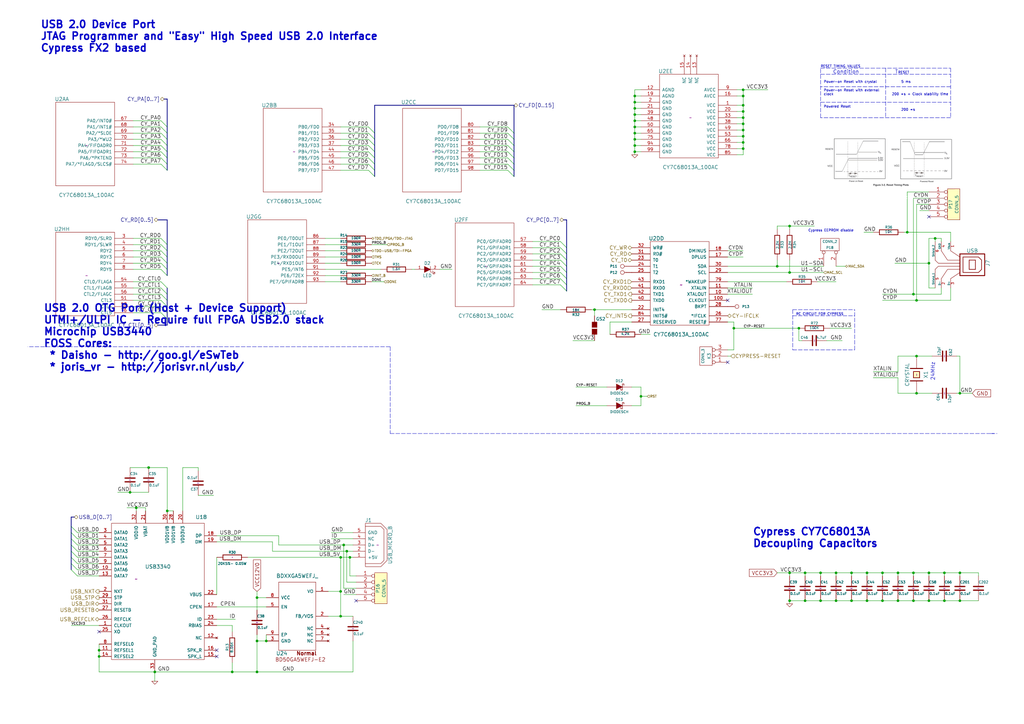
<source format=kicad_sch>
(kicad_sch (version 20250114) (generator "eeschema") (generator_version "9.0")
  (paper "A3")
  (title_block (title "Numato Opsis - USB Peripheral and USB OTG") (date "11 jan 2016") (rev "Rev2") (company "Numato Lab") (comment 1 "http://opsis.hdmi2usb.tv/") (comment 2 "Designed in collaboration between Numato Lab and TimVideos.us") (comment 3 "License: CC-BY-SA 4.0 International"))
  (lib_symbols
    (symbol "CONN_1_1" (pin_numbers (hide yes)) (pin_names (offset 0.762) (hide yes))
      (property "Reference" "P" (at 2.032 0 0))
      (symbol "CONN_1_1_1_1"
        (pin passive line (at -3.81 0 0) (length 2.54) (name "1") (number "1"))
      )
    )
    (symbol "CONN_1_2" (pin_numbers (hide yes)) (pin_names (offset 0.762) (hide yes))
      (property "Reference" "P" (at 2.032 0 0))
      (symbol "CONN_1_2_1_1"
        (pin passive line (at -3.81 0 0) (length 2.54) (name "1") (number "1"))
      )
    )
    (symbol "CONN_1_3" (pin_numbers (hide yes)) (pin_names (offset 0.762) (hide yes))
      (property "Reference" "P" (at 2.032 0 0))
      (symbol "CONN_1_3_1_1"
        (pin passive line (at -3.81 0 0) (length 2.54) (name "1") (number "1"))
      )
    )
    (symbol "CONN_1_4" (pin_numbers (hide yes)) (pin_names (offset 0.762) (hide yes))
      (property "Reference" "P" (at 2.032 0 0))
      (symbol "CONN_1_4_1_1"
        (pin passive line (at -3.81 0 0) (length 2.54) (name "1") (number "1"))
      )
    )
    (symbol "CONN_1_5" (pin_numbers (hide yes)) (pin_names (offset 0.762) (hide yes))
      (property "Reference" "P" (at 2.032 0 0))
      (symbol "CONN_1_5_1_1"
        (pin passive line (at -3.81 0 0) (length 2.54) (name "1") (number "1"))
      )
    )
    (symbol "CONN_1_6" (pin_numbers (hide yes)) (pin_names (offset 0.762) (hide yes))
      (property "Reference" "P" (at 2.032 0 0))
      (symbol "CONN_1_6_1_1"
        (pin passive line (at -3.81 0 0) (length 2.54) (name "1") (number "1"))
      )
    )
    (symbol "CONN_2_1" (pin_names (offset 1.016) (hide yes))
      (property "Reference" "P" (at -1.27 0 90))
      (property "Value" "CONN_2" (at 1.27 0 90))
      (symbol "CONN_2_1_1_1"
        (pin passive inverted (at -8.89 2.54 0) (length 6.35) (name "P1") (number "1"))
        (pin passive inverted (at -8.89 -2.54 0) (length 6.35) (name "PM") (number "2"))
      )
    )
    (symbol "CONN_2_2" (pin_names (offset 1.016) (hide yes))
      (property "Reference" "P" (at -1.27 0 90))
      (property "Value" "CONN_2" (at 1.27 0 90))
      (symbol "CONN_2_2_1_1"
        (pin passive inverted (at -8.89 2.54 0) (length 6.35) (name "P1") (number "1"))
        (pin passive inverted (at -8.89 -2.54 0) (length 6.35) (name "PM") (number "2"))
      )
    )
    (symbol "CONN_3_1" (pin_names (offset 1.016) (hide yes))
      (property "Reference" "K" (at -1.27 0 90))
      (property "Value" "CONN_3" (at 1.27 0 90))
      (symbol "CONN_3_1_1_1"
        (pin passive inverted (at -8.89 2.54 0) (length 6.35) (name "P1") (number "1"))
        (pin passive inverted (at -8.89 0 0) (length 6.35) (name "PM") (number "2"))
        (pin passive inverted (at -8.89 -2.54 0) (length 6.35) (name "P3") (number "3"))
      )
    )
    (symbol "CONN_3_2" (pin_names (offset 1.016) (hide yes))
      (property "Reference" "K" (at -1.27 0 90))
      (property "Value" "CONN_3" (at 1.27 0 90))
      (symbol "CONN_3_2_1_1"
        (pin passive inverted (at -8.89 2.54 0) (length 6.35) (name "P1") (number "1"))
        (pin passive inverted (at -8.89 0 0) (length 6.35) (name "PM") (number "2"))
        (pin passive inverted (at -8.89 -2.54 0) (length 6.35) (name "P3") (number "3"))
      )
    )
    (symbol "CONN_5_1" (pin_names (offset 1.016))
      (property "Reference" "P" (at -1.27 0 90))
      (property "Value" "CONN_5" (at 1.27 0 90))
      (symbol "CONN_5_1_1_1"
        (pin passive inverted (at -10.16 5.08 0) (length 7.62) (name "~") (number "1"))
        (pin passive inverted (at -10.16 2.54 0) (length 7.62) (name "~") (number "2"))
        (pin passive inverted (at -10.16 0 0) (length 7.62) (name "~") (number "3"))
        (pin passive inverted (at -10.16 -2.54 0) (length 7.62) (name "~") (number "4"))
        (pin passive inverted (at -10.16 -5.08 0) (length 7.62) (name "~") (number "5"))
      )
    )
    (symbol "CONN_5_2" (pin_names (offset 1.016))
      (property "Reference" "P" (at -1.27 0 90))
      (property "Value" "CONN_5" (at 1.27 0 90))
      (symbol "CONN_5_2_1_1"
        (pin passive inverted (at -10.16 5.08 0) (length 7.62) (name "~") (number "1"))
        (pin passive inverted (at -10.16 2.54 0) (length 7.62) (name "~") (number "2"))
        (pin passive inverted (at -10.16 0 0) (length 7.62) (name "~") (number "3"))
        (pin passive inverted (at -10.16 -2.54 0) (length 7.62) (name "~") (number "4"))
        (pin passive inverted (at -10.16 -5.08 0) (length 7.62) (name "~") (number "5"))
      )
    )
    (symbol "CONN_5_3" (pin_names (offset 1.016))
      (property "Reference" "P" (at -1.27 0 90))
      (property "Value" "CONN_5" (at 1.27 0 90))
      (symbol "CONN_5_3_1_1"
        (pin passive inverted (at -10.16 5.08 0) (length 7.62) (name "~") (number "1"))
        (pin passive inverted (at -10.16 2.54 0) (length 7.62) (name "~") (number "2"))
        (pin passive inverted (at -10.16 0 0) (length 7.62) (name "~") (number "3"))
        (pin passive inverted (at -10.16 -2.54 0) (length 7.62) (name "~") (number "4"))
        (pin passive inverted (at -10.16 -5.08 0) (length 7.62) (name "~") (number "5"))
      )
    )
    (symbol "CONN_5_4" (pin_names (offset 1.016))
      (property "Reference" "P" (at -1.27 0 90))
      (property "Value" "CONN_5" (at 1.27 0 90))
      (symbol "CONN_5_4_1_1"
        (pin passive inverted (at -10.16 5.08 0) (length 7.62) (name "~") (number "1"))
        (pin passive inverted (at -10.16 2.54 0) (length 7.62) (name "~") (number "2"))
        (pin passive inverted (at -10.16 0 0) (length 7.62) (name "~") (number "3"))
        (pin passive inverted (at -10.16 -2.54 0) (length 7.62) (name "~") (number "4"))
        (pin passive inverted (at -10.16 -5.08 0) (length 7.62) (name "~") (number "5"))
      )
    )
    (symbol "CRYSTAL_1" (pin_numbers (hide yes)) (pin_names (offset 1.016) (hide yes))
      (property "Reference" "X" (at 0 3.81 0))
      (property "Value" "CRYSTAL" (at 0 -3.81 0))
      (symbol "CRYSTAL_1_1_1"
        (pin passive line (at -7.62 0 0) (length 5.08) (name "1") (number "1"))
        (pin passive line (at 7.62 0 180) (length 5.08) (name "2") (number "2"))
      )
    )
    (symbol "CRYSTAL_2" (pin_numbers (hide yes)) (pin_names (offset 1.016) (hide yes))
      (property "Reference" "X" (at 0 3.81 0))
      (property "Value" "CRYSTAL" (at 0 -3.81 0))
      (symbol "CRYSTAL_2_1_1"
        (pin passive line (at -7.62 0 0) (length 5.08) (name "1") (number "1"))
        (pin passive line (at 7.62 0 180) (length 5.08) (name "2") (number "2"))
      )
    )
    (symbol "CY7C68013A_100AC_1" (pin_names (offset 1.016))
      (property "Reference" "U" (at -10.16 19.05 0))
      (property "Value" "CY7C68013A_100AC" (at 0 -20.32 0))
      (symbol "CY7C68013A_100AC_1_1_1"
        (pin bidirectional line (at 19.05 10.16 180) (length 7.62) (name "PA0/INT0#") (number "67"))
        (pin bidirectional line (at 19.05 7.62 180) (length 7.62) (name "PA1/INT1#") (number "68"))
        (pin bidirectional line (at 19.05 5.08 180) (length 7.62) (name "PA2/*SLOE") (number "69"))
        (pin bidirectional line (at 19.05 2.54 180) (length 7.62) (name "PA3/*WU2") (number "70"))
        (pin bidirectional line (at 19.05 0 180) (length 7.62) (name "PA4/FIFOADR0") (number "71"))
        (pin bidirectional line (at 19.05 -2.54 180) (length 7.62) (name "PA5/FIFOADR1") (number "72"))
        (pin bidirectional line (at 19.05 -5.08 180) (length 7.62) (name "PA6/*PKTEND") (number "73"))
        (pin bidirectional line (at 19.05 -7.62 180) (length 7.62) (name "PA7/*FLAGD/SLCS#") (number "74"))
      )
      (symbol "CY7C68013A_100AC_1_2_1"
        (pin bidirectional line (at 19.05 10.16 180) (length 7.62) (name "PB0/FD0") (number "34"))
        (pin bidirectional line (at 19.05 7.62 180) (length 7.62) (name "PB1/FD1") (number "35"))
        (pin bidirectional line (at 19.05 5.08 180) (length 7.62) (name "PB2/FD2") (number "36"))
        (pin bidirectional line (at 19.05 2.54 180) (length 7.62) (name "PB3/FD3") (number "37"))
        (pin bidirectional line (at 19.05 0 180) (length 7.62) (name "PB4/FD4") (number "44"))
        (pin bidirectional line (at 19.05 -2.54 180) (length 7.62) (name "PB5/FD5") (number "45"))
        (pin bidirectional line (at 19.05 -5.08 180) (length 7.62) (name "PB6/FD6") (number "46"))
        (pin bidirectional line (at 19.05 -7.62 180) (length 7.62) (name "PB7/FD7") (number "47"))
      )
      (symbol "CY7C68013A_100AC_1_3_1"
        (pin bidirectional line (at 19.05 10.16 180) (length 7.62) (name "PD0/FD8") (number "80"))
        (pin bidirectional line (at 19.05 7.62 180) (length 7.62) (name "PD1/FD9") (number "81"))
        (pin bidirectional line (at 19.05 5.08 180) (length 7.62) (name "PD2/FD10") (number "82"))
        (pin bidirectional line (at 19.05 2.54 180) (length 7.62) (name "PD3/FD11") (number "83"))
        (pin bidirectional line (at 19.05 0 180) (length 7.62) (name "PD4/FD12") (number "95"))
        (pin bidirectional line (at 19.05 -2.54 180) (length 7.62) (name "PD5/FD13") (number "96"))
        (pin bidirectional line (at 19.05 -5.08 180) (length 7.62) (name "PD6/FD14") (number "97"))
        (pin bidirectional line (at 19.05 -7.62 180) (length 7.62) (name "PD7/FD15") (number "98"))
      )
      (symbol "CY7C68013A_100AC_1_4_1"
        (pin output line (at -20.32 15.24 0) (length 7.62) (name "WR#") (number "32"))
        (pin output line (at -20.32 12.7 0) (length 7.62) (name "RD#") (number "31"))
        (pin input line (at -20.32 10.16 0) (length 7.62) (name "T0") (number "23"))
        (pin input line (at -20.32 7.62 0) (length 7.62) (name "T1") (number "24"))
        (pin input line (at -20.32 5.08 0) (length 7.62) (name "T2") (number "25"))
        (pin input line (at -20.32 1.27 0) (length 7.62) (name "RXD1") (number "43"))
        (pin input line (at -20.32 -1.27 0) (length 7.62) (name "RXD0") (number "41"))
        (pin output line (at -20.32 -3.81 0) (length 7.62) (name "TXD1") (number "42"))
        (pin output line (at -20.32 -6.35 0) (length 7.62) (name "TXD0") (number "40"))
        (pin input line (at -20.32 -10.16 0) (length 7.62) (name "INIT4") (number "22"))
        (pin input line (at -20.32 -12.7 0) (length 7.62) (name "INIT5#") (number "84"))
        (pin input line (at -20.32 -15.24 0) (length 7.62) (name "RESERVED") (number "27"))
        (pin bidirectional line (at 19.05 13.97 180) (length 7.62) (name "DMINUS") (number "18"))
        (pin bidirectional line (at 19.05 11.43 180) (length 7.62) (name "DPLUS") (number "17"))
        (pin output line (at 19.05 7.62 180) (length 7.62) (name "SDA") (number "30"))
        (pin output line (at 19.05 5.08 180) (length 7.62) (name "SCL") (number "29"))
        (pin input line (at 19.05 1.27 180) (length 7.62) (name "*WAKEUP") (number "79"))
        (pin input line (at 19.05 -1.27 180) (length 7.62) (name "XTALIN") (number "11"))
        (pin bidirectional line (at 19.05 -3.81 180) (length 7.62) (name "XTALOUT") (number "10"))
        (pin bidirectional line (at 19.05 -6.35 180) (length 7.62) (name "CLKOUT") (number "100"))
        (pin output line (at 19.05 -8.89 180) (length 7.62) (name "BKPT") (number "28"))
        (pin bidirectional line (at 19.05 -12.7 180) (length 7.62) (name "*IFCLK") (number "26"))
        (pin input line (at 19.05 -15.24 180) (length 7.62) (name "RESET#") (number "77"))
      )
      (symbol "CY7C68013A_100AC_1_5_1"
        (pin power_in line (at -20.32 11.43 0) (length 7.62) (name "AGND") (number "12"))
        (pin power_in line (at -20.32 8.89 0) (length 7.62) (name "AGND") (number "19"))
        (pin power_in line (at -20.32 6.35 0) (length 7.62) (name "GND") (number "2"))
        (pin power_in line (at -20.32 3.81 0) (length 7.62) (name "GND") (number "21"))
        (pin power_in line (at -20.32 1.27 0) (length 7.62) (name "GND") (number "39"))
        (pin power_in line (at -20.32 -1.27 0) (length 7.62) (name "GND") (number "48"))
        (pin power_in line (at -20.32 -3.81 0) (length 7.62) (name "GND") (number "50"))
        (pin power_in line (at -20.32 -6.35 0) (length 7.62) (name "GND") (number "65"))
        (pin power_in line (at -20.32 -8.89 0) (length 7.62) (name "GND") (number "75"))
        (pin power_in line (at -20.32 -11.43 0) (length 7.62) (name "GND") (number "94"))
        (pin power_in line (at -20.32 -13.97 0) (length 7.62) (name "GND") (number "99"))
        (pin no_connect line (at -2.54 25.4 270) (length 7.62) (name "NC") (number "15"))
        (pin no_connect line (at 0 25.4 270) (length 7.62) (name "NC") (number "14"))
        (pin no_connect line (at 2.54 25.4 270) (length 7.62) (name "NC") (number "13"))
        (pin power_in line (at 19.05 11.43 180) (length 7.62) (name "AVCC") (number "9"))
        (pin power_in line (at 19.05 8.89 180) (length 7.62) (name "AVCC") (number "16"))
        (pin power_in line (at 19.05 5.08 180) (length 7.62) (name "VCC") (number "1"))
        (pin power_in line (at 19.05 2.54 180) (length 7.62) (name "VCC") (number "20"))
        (pin power_in line (at 19.05 0 180) (length 7.62) (name "VCC") (number "33"))
        (pin power_in line (at 19.05 -2.54 180) (length 7.62) (name "VCC") (number "38"))
        (pin power_in line (at 19.05 -5.08 180) (length 7.62) (name "VCC") (number "49"))
        (pin power_in line (at 19.05 -7.62 180) (length 7.62) (name "VCC") (number "53"))
        (pin power_in line (at 19.05 -10.16 180) (length 7.62) (name "VCC") (number "66"))
        (pin power_in line (at 19.05 -12.7 180) (length 7.62) (name "VCC") (number "78"))
        (pin power_in line (at 19.05 -15.24 180) (length 7.62) (name "VCC") (number "85"))
      )
      (symbol "CY7C68013A_100AC_1_6_1"
        (pin bidirectional line (at 19.05 10.16 180) (length 7.62) (name "PC0/GPIFADR0") (number "57"))
        (pin bidirectional line (at 19.05 7.62 180) (length 7.62) (name "PC1/GPIFADR1") (number "58"))
        (pin bidirectional line (at 19.05 5.08 180) (length 7.62) (name "PC2/GPIFADR2") (number "59"))
        (pin bidirectional line (at 19.05 2.54 180) (length 7.62) (name "PC3/GPIFADR3") (number "60"))
        (pin bidirectional line (at 19.05 0 180) (length 7.62) (name "PC4/GPIFADR4") (number "61"))
        (pin bidirectional line (at 19.05 -2.54 180) (length 7.62) (name "PC5/GPIFADR5") (number "62"))
        (pin bidirectional line (at 19.05 -5.08 180) (length 7.62) (name "PC6/GPIFADR6") (number "63"))
        (pin bidirectional line (at 19.05 -7.62 180) (length 7.62) (name "PC7/GPIFADR7") (number "64"))
      )
      (symbol "CY7C68013A_100AC_1_7_1"
        (pin bidirectional line (at 19.05 10.16 180) (length 7.62) (name "PE0/T0OUT") (number "86"))
        (pin bidirectional line (at 19.05 7.62 180) (length 7.62) (name "PE1/T1OUT") (number "87"))
        (pin bidirectional line (at 19.05 5.08 180) (length 7.62) (name "PE2/T2OUT") (number "88"))
        (pin bidirectional line (at 19.05 2.54 180) (length 7.62) (name "PE3/RXD0OUT") (number "89"))
        (pin bidirectional line (at 19.05 0 180) (length 7.62) (name "PE4/RXD1OUT") (number "90"))
        (pin bidirectional line (at 19.05 -2.54 180) (length 7.62) (name "PE5/INT6") (number "91"))
        (pin bidirectional line (at 19.05 -5.08 180) (length 7.62) (name "PE6/T2EX") (number "92"))
        (pin bidirectional line (at 19.05 -7.62 180) (length 7.62) (name "PE7/GPIFADR8") (number "93"))
      )
      (symbol "CY7C68013A_100AC_1_8_1"
        (pin input line (at 19.05 15.24 180) (length 7.62) (name "RDY0/SLRD") (number "3"))
        (pin input line (at 19.05 12.7 180) (length 7.62) (name "RDY1/SLWR") (number "4"))
        (pin input line (at 19.05 10.16 180) (length 7.62) (name "RDY2") (number "5"))
        (pin input line (at 19.05 7.62 180) (length 7.62) (name "RDY3") (number "6"))
        (pin input line (at 19.05 5.08 180) (length 7.62) (name "RDY4") (number "7"))
        (pin input line (at 19.05 2.54 180) (length 7.62) (name "RDY5") (number "8"))
        (pin input line (at 19.05 -2.54 180) (length 7.62) (name "CTL0/FLAGA") (number "54"))
        (pin input line (at 19.05 -5.08 180) (length 7.62) (name "CTL1/FLAGB") (number "55"))
        (pin input line (at 19.05 -7.62 180) (length 7.62) (name "CTL2/FLAGC") (number "56"))
        (pin input line (at 19.05 -10.16 180) (length 7.62) (name "CTL3") (number "51"))
        (pin input line (at 19.05 -12.7 180) (length 7.62) (name "CTL4") (number "52"))
        (pin input line (at 19.05 -15.24 180) (length 7.62) (name "CTL5") (number "76"))
      )
    )
    (symbol "CY7C68013A_100AC_10" (pin_names (offset 1.016))
      (property "Reference" "U" (at -10.16 19.05 0))
      (property "Value" "CY7C68013A_100AC" (at 0 -20.32 0))
      (symbol "CY7C68013A_100AC_10_1_1"
        (pin bidirectional line (at 19.05 10.16 180) (length 7.62) (name "PA0/INT0#") (number "67"))
        (pin bidirectional line (at 19.05 7.62 180) (length 7.62) (name "PA1/INT1#") (number "68"))
        (pin bidirectional line (at 19.05 5.08 180) (length 7.62) (name "PA2/*SLOE") (number "69"))
        (pin bidirectional line (at 19.05 2.54 180) (length 7.62) (name "PA3/*WU2") (number "70"))
        (pin bidirectional line (at 19.05 0 180) (length 7.62) (name "PA4/FIFOADR0") (number "71"))
        (pin bidirectional line (at 19.05 -2.54 180) (length 7.62) (name "PA5/FIFOADR1") (number "72"))
        (pin bidirectional line (at 19.05 -5.08 180) (length 7.62) (name "PA6/*PKTEND") (number "73"))
        (pin bidirectional line (at 19.05 -7.62 180) (length 7.62) (name "PA7/*FLAGD/SLCS#") (number "74"))
      )
      (symbol "CY7C68013A_100AC_10_2_1"
        (pin bidirectional line (at 19.05 10.16 180) (length 7.62) (name "PB0/FD0") (number "34"))
        (pin bidirectional line (at 19.05 7.62 180) (length 7.62) (name "PB1/FD1") (number "35"))
        (pin bidirectional line (at 19.05 5.08 180) (length 7.62) (name "PB2/FD2") (number "36"))
        (pin bidirectional line (at 19.05 2.54 180) (length 7.62) (name "PB3/FD3") (number "37"))
        (pin bidirectional line (at 19.05 0 180) (length 7.62) (name "PB4/FD4") (number "44"))
        (pin bidirectional line (at 19.05 -2.54 180) (length 7.62) (name "PB5/FD5") (number "45"))
        (pin bidirectional line (at 19.05 -5.08 180) (length 7.62) (name "PB6/FD6") (number "46"))
        (pin bidirectional line (at 19.05 -7.62 180) (length 7.62) (name "PB7/FD7") (number "47"))
      )
      (symbol "CY7C68013A_100AC_10_3_1"
        (pin bidirectional line (at 19.05 10.16 180) (length 7.62) (name "PD0/FD8") (number "80"))
        (pin bidirectional line (at 19.05 7.62 180) (length 7.62) (name "PD1/FD9") (number "81"))
        (pin bidirectional line (at 19.05 5.08 180) (length 7.62) (name "PD2/FD10") (number "82"))
        (pin bidirectional line (at 19.05 2.54 180) (length 7.62) (name "PD3/FD11") (number "83"))
        (pin bidirectional line (at 19.05 0 180) (length 7.62) (name "PD4/FD12") (number "95"))
        (pin bidirectional line (at 19.05 -2.54 180) (length 7.62) (name "PD5/FD13") (number "96"))
        (pin bidirectional line (at 19.05 -5.08 180) (length 7.62) (name "PD6/FD14") (number "97"))
        (pin bidirectional line (at 19.05 -7.62 180) (length 7.62) (name "PD7/FD15") (number "98"))
      )
      (symbol "CY7C68013A_100AC_10_4_1"
        (pin output line (at -20.32 15.24 0) (length 7.62) (name "WR#") (number "32"))
        (pin output line (at -20.32 12.7 0) (length 7.62) (name "RD#") (number "31"))
        (pin input line (at -20.32 10.16 0) (length 7.62) (name "T0") (number "23"))
        (pin input line (at -20.32 7.62 0) (length 7.62) (name "T1") (number "24"))
        (pin input line (at -20.32 5.08 0) (length 7.62) (name "T2") (number "25"))
        (pin input line (at -20.32 1.27 0) (length 7.62) (name "RXD1") (number "43"))
        (pin input line (at -20.32 -1.27 0) (length 7.62) (name "RXD0") (number "41"))
        (pin output line (at -20.32 -3.81 0) (length 7.62) (name "TXD1") (number "42"))
        (pin output line (at -20.32 -6.35 0) (length 7.62) (name "TXD0") (number "40"))
        (pin input line (at -20.32 -10.16 0) (length 7.62) (name "INIT4") (number "22"))
        (pin input line (at -20.32 -12.7 0) (length 7.62) (name "INIT5#") (number "84"))
        (pin input line (at -20.32 -15.24 0) (length 7.62) (name "RESERVED") (number "27"))
        (pin bidirectional line (at 19.05 13.97 180) (length 7.62) (name "DMINUS") (number "18"))
        (pin bidirectional line (at 19.05 11.43 180) (length 7.62) (name "DPLUS") (number "17"))
        (pin output line (at 19.05 7.62 180) (length 7.62) (name "SDA") (number "30"))
        (pin output line (at 19.05 5.08 180) (length 7.62) (name "SCL") (number "29"))
        (pin input line (at 19.05 1.27 180) (length 7.62) (name "*WAKEUP") (number "79"))
        (pin input line (at 19.05 -1.27 180) (length 7.62) (name "XTALIN") (number "11"))
        (pin bidirectional line (at 19.05 -3.81 180) (length 7.62) (name "XTALOUT") (number "10"))
        (pin bidirectional line (at 19.05 -6.35 180) (length 7.62) (name "CLKOUT") (number "100"))
        (pin output line (at 19.05 -8.89 180) (length 7.62) (name "BKPT") (number "28"))
        (pin bidirectional line (at 19.05 -12.7 180) (length 7.62) (name "*IFCLK") (number "26"))
        (pin input line (at 19.05 -15.24 180) (length 7.62) (name "RESET#") (number "77"))
      )
      (symbol "CY7C68013A_100AC_10_5_1"
        (pin power_in line (at -20.32 11.43 0) (length 7.62) (name "AGND") (number "12"))
        (pin power_in line (at -20.32 8.89 0) (length 7.62) (name "AGND") (number "19"))
        (pin power_in line (at -20.32 6.35 0) (length 7.62) (name "GND") (number "2"))
        (pin power_in line (at -20.32 3.81 0) (length 7.62) (name "GND") (number "21"))
        (pin power_in line (at -20.32 1.27 0) (length 7.62) (name "GND") (number "39"))
        (pin power_in line (at -20.32 -1.27 0) (length 7.62) (name "GND") (number "48"))
        (pin power_in line (at -20.32 -3.81 0) (length 7.62) (name "GND") (number "50"))
        (pin power_in line (at -20.32 -6.35 0) (length 7.62) (name "GND") (number "65"))
        (pin power_in line (at -20.32 -8.89 0) (length 7.62) (name "GND") (number "75"))
        (pin power_in line (at -20.32 -11.43 0) (length 7.62) (name "GND") (number "94"))
        (pin power_in line (at -20.32 -13.97 0) (length 7.62) (name "GND") (number "99"))
        (pin no_connect line (at -2.54 25.4 270) (length 7.62) (name "NC") (number "15"))
        (pin no_connect line (at 0 25.4 270) (length 7.62) (name "NC") (number "14"))
        (pin no_connect line (at 2.54 25.4 270) (length 7.62) (name "NC") (number "13"))
        (pin power_in line (at 19.05 11.43 180) (length 7.62) (name "AVCC") (number "9"))
        (pin power_in line (at 19.05 8.89 180) (length 7.62) (name "AVCC") (number "16"))
        (pin power_in line (at 19.05 5.08 180) (length 7.62) (name "VCC") (number "1"))
        (pin power_in line (at 19.05 2.54 180) (length 7.62) (name "VCC") (number "20"))
        (pin power_in line (at 19.05 0 180) (length 7.62) (name "VCC") (number "33"))
        (pin power_in line (at 19.05 -2.54 180) (length 7.62) (name "VCC") (number "38"))
        (pin power_in line (at 19.05 -5.08 180) (length 7.62) (name "VCC") (number "49"))
        (pin power_in line (at 19.05 -7.62 180) (length 7.62) (name "VCC") (number "53"))
        (pin power_in line (at 19.05 -10.16 180) (length 7.62) (name "VCC") (number "66"))
        (pin power_in line (at 19.05 -12.7 180) (length 7.62) (name "VCC") (number "78"))
        (pin power_in line (at 19.05 -15.24 180) (length 7.62) (name "VCC") (number "85"))
      )
      (symbol "CY7C68013A_100AC_10_6_1"
        (pin bidirectional line (at 19.05 10.16 180) (length 7.62) (name "PC0/GPIFADR0") (number "57"))
        (pin bidirectional line (at 19.05 7.62 180) (length 7.62) (name "PC1/GPIFADR1") (number "58"))
        (pin bidirectional line (at 19.05 5.08 180) (length 7.62) (name "PC2/GPIFADR2") (number "59"))
        (pin bidirectional line (at 19.05 2.54 180) (length 7.62) (name "PC3/GPIFADR3") (number "60"))
        (pin bidirectional line (at 19.05 0 180) (length 7.62) (name "PC4/GPIFADR4") (number "61"))
        (pin bidirectional line (at 19.05 -2.54 180) (length 7.62) (name "PC5/GPIFADR5") (number "62"))
        (pin bidirectional line (at 19.05 -5.08 180) (length 7.62) (name "PC6/GPIFADR6") (number "63"))
        (pin bidirectional line (at 19.05 -7.62 180) (length 7.62) (name "PC7/GPIFADR7") (number "64"))
      )
      (symbol "CY7C68013A_100AC_10_7_1"
        (pin bidirectional line (at 19.05 10.16 180) (length 7.62) (name "PE0/T0OUT") (number "86"))
        (pin bidirectional line (at 19.05 7.62 180) (length 7.62) (name "PE1/T1OUT") (number "87"))
        (pin bidirectional line (at 19.05 5.08 180) (length 7.62) (name "PE2/T2OUT") (number "88"))
        (pin bidirectional line (at 19.05 2.54 180) (length 7.62) (name "PE3/RXD0OUT") (number "89"))
        (pin bidirectional line (at 19.05 0 180) (length 7.62) (name "PE4/RXD1OUT") (number "90"))
        (pin bidirectional line (at 19.05 -2.54 180) (length 7.62) (name "PE5/INT6") (number "91"))
        (pin bidirectional line (at 19.05 -5.08 180) (length 7.62) (name "PE6/T2EX") (number "92"))
        (pin bidirectional line (at 19.05 -7.62 180) (length 7.62) (name "PE7/GPIFADR8") (number "93"))
      )
      (symbol "CY7C68013A_100AC_10_8_1"
        (pin input line (at 19.05 15.24 180) (length 7.62) (name "RDY0/SLRD") (number "3"))
        (pin input line (at 19.05 12.7 180) (length 7.62) (name "RDY1/SLWR") (number "4"))
        (pin input line (at 19.05 10.16 180) (length 7.62) (name "RDY2") (number "5"))
        (pin input line (at 19.05 7.62 180) (length 7.62) (name "RDY3") (number "6"))
        (pin input line (at 19.05 5.08 180) (length 7.62) (name "RDY4") (number "7"))
        (pin input line (at 19.05 2.54 180) (length 7.62) (name "RDY5") (number "8"))
        (pin input line (at 19.05 -2.54 180) (length 7.62) (name "CTL0/FLAGA") (number "54"))
        (pin input line (at 19.05 -5.08 180) (length 7.62) (name "CTL1/FLAGB") (number "55"))
        (pin input line (at 19.05 -7.62 180) (length 7.62) (name "CTL2/FLAGC") (number "56"))
        (pin input line (at 19.05 -10.16 180) (length 7.62) (name "CTL3") (number "51"))
        (pin input line (at 19.05 -12.7 180) (length 7.62) (name "CTL4") (number "52"))
        (pin input line (at 19.05 -15.24 180) (length 7.62) (name "CTL5") (number "76"))
      )
    )
    (symbol "CY7C68013A_100AC_11" (pin_names (offset 1.016))
      (property "Reference" "U" (at -10.16 19.05 0))
      (property "Value" "CY7C68013A_100AC" (at 0 -20.32 0))
      (symbol "CY7C68013A_100AC_11_1_1"
        (pin bidirectional line (at 19.05 10.16 180) (length 7.62) (name "PA0/INT0#") (number "67"))
        (pin bidirectional line (at 19.05 7.62 180) (length 7.62) (name "PA1/INT1#") (number "68"))
        (pin bidirectional line (at 19.05 5.08 180) (length 7.62) (name "PA2/*SLOE") (number "69"))
        (pin bidirectional line (at 19.05 2.54 180) (length 7.62) (name "PA3/*WU2") (number "70"))
        (pin bidirectional line (at 19.05 0 180) (length 7.62) (name "PA4/FIFOADR0") (number "71"))
        (pin bidirectional line (at 19.05 -2.54 180) (length 7.62) (name "PA5/FIFOADR1") (number "72"))
        (pin bidirectional line (at 19.05 -5.08 180) (length 7.62) (name "PA6/*PKTEND") (number "73"))
        (pin bidirectional line (at 19.05 -7.62 180) (length 7.62) (name "PA7/*FLAGD/SLCS#") (number "74"))
      )
      (symbol "CY7C68013A_100AC_11_2_1"
        (pin bidirectional line (at 19.05 10.16 180) (length 7.62) (name "PB0/FD0") (number "34"))
        (pin bidirectional line (at 19.05 7.62 180) (length 7.62) (name "PB1/FD1") (number "35"))
        (pin bidirectional line (at 19.05 5.08 180) (length 7.62) (name "PB2/FD2") (number "36"))
        (pin bidirectional line (at 19.05 2.54 180) (length 7.62) (name "PB3/FD3") (number "37"))
        (pin bidirectional line (at 19.05 0 180) (length 7.62) (name "PB4/FD4") (number "44"))
        (pin bidirectional line (at 19.05 -2.54 180) (length 7.62) (name "PB5/FD5") (number "45"))
        (pin bidirectional line (at 19.05 -5.08 180) (length 7.62) (name "PB6/FD6") (number "46"))
        (pin bidirectional line (at 19.05 -7.62 180) (length 7.62) (name "PB7/FD7") (number "47"))
      )
      (symbol "CY7C68013A_100AC_11_3_1"
        (pin bidirectional line (at 19.05 10.16 180) (length 7.62) (name "PD0/FD8") (number "80"))
        (pin bidirectional line (at 19.05 7.62 180) (length 7.62) (name "PD1/FD9") (number "81"))
        (pin bidirectional line (at 19.05 5.08 180) (length 7.62) (name "PD2/FD10") (number "82"))
        (pin bidirectional line (at 19.05 2.54 180) (length 7.62) (name "PD3/FD11") (number "83"))
        (pin bidirectional line (at 19.05 0 180) (length 7.62) (name "PD4/FD12") (number "95"))
        (pin bidirectional line (at 19.05 -2.54 180) (length 7.62) (name "PD5/FD13") (number "96"))
        (pin bidirectional line (at 19.05 -5.08 180) (length 7.62) (name "PD6/FD14") (number "97"))
        (pin bidirectional line (at 19.05 -7.62 180) (length 7.62) (name "PD7/FD15") (number "98"))
      )
      (symbol "CY7C68013A_100AC_11_4_1"
        (pin output line (at -20.32 15.24 0) (length 7.62) (name "WR#") (number "32"))
        (pin output line (at -20.32 12.7 0) (length 7.62) (name "RD#") (number "31"))
        (pin input line (at -20.32 10.16 0) (length 7.62) (name "T0") (number "23"))
        (pin input line (at -20.32 7.62 0) (length 7.62) (name "T1") (number "24"))
        (pin input line (at -20.32 5.08 0) (length 7.62) (name "T2") (number "25"))
        (pin input line (at -20.32 1.27 0) (length 7.62) (name "RXD1") (number "43"))
        (pin input line (at -20.32 -1.27 0) (length 7.62) (name "RXD0") (number "41"))
        (pin output line (at -20.32 -3.81 0) (length 7.62) (name "TXD1") (number "42"))
        (pin output line (at -20.32 -6.35 0) (length 7.62) (name "TXD0") (number "40"))
        (pin input line (at -20.32 -10.16 0) (length 7.62) (name "INIT4") (number "22"))
        (pin input line (at -20.32 -12.7 0) (length 7.62) (name "INIT5#") (number "84"))
        (pin input line (at -20.32 -15.24 0) (length 7.62) (name "RESERVED") (number "27"))
        (pin bidirectional line (at 19.05 13.97 180) (length 7.62) (name "DMINUS") (number "18"))
        (pin bidirectional line (at 19.05 11.43 180) (length 7.62) (name "DPLUS") (number "17"))
        (pin output line (at 19.05 7.62 180) (length 7.62) (name "SDA") (number "30"))
        (pin output line (at 19.05 5.08 180) (length 7.62) (name "SCL") (number "29"))
        (pin input line (at 19.05 1.27 180) (length 7.62) (name "*WAKEUP") (number "79"))
        (pin input line (at 19.05 -1.27 180) (length 7.62) (name "XTALIN") (number "11"))
        (pin bidirectional line (at 19.05 -3.81 180) (length 7.62) (name "XTALOUT") (number "10"))
        (pin bidirectional line (at 19.05 -6.35 180) (length 7.62) (name "CLKOUT") (number "100"))
        (pin output line (at 19.05 -8.89 180) (length 7.62) (name "BKPT") (number "28"))
        (pin bidirectional line (at 19.05 -12.7 180) (length 7.62) (name "*IFCLK") (number "26"))
        (pin input line (at 19.05 -15.24 180) (length 7.62) (name "RESET#") (number "77"))
      )
      (symbol "CY7C68013A_100AC_11_5_1"
        (pin power_in line (at -20.32 11.43 0) (length 7.62) (name "AGND") (number "12"))
        (pin power_in line (at -20.32 8.89 0) (length 7.62) (name "AGND") (number "19"))
        (pin power_in line (at -20.32 6.35 0) (length 7.62) (name "GND") (number "2"))
        (pin power_in line (at -20.32 3.81 0) (length 7.62) (name "GND") (number "21"))
        (pin power_in line (at -20.32 1.27 0) (length 7.62) (name "GND") (number "39"))
        (pin power_in line (at -20.32 -1.27 0) (length 7.62) (name "GND") (number "48"))
        (pin power_in line (at -20.32 -3.81 0) (length 7.62) (name "GND") (number "50"))
        (pin power_in line (at -20.32 -6.35 0) (length 7.62) (name "GND") (number "65"))
        (pin power_in line (at -20.32 -8.89 0) (length 7.62) (name "GND") (number "75"))
        (pin power_in line (at -20.32 -11.43 0) (length 7.62) (name "GND") (number "94"))
        (pin power_in line (at -20.32 -13.97 0) (length 7.62) (name "GND") (number "99"))
        (pin no_connect line (at -2.54 25.4 270) (length 7.62) (name "NC") (number "15"))
        (pin no_connect line (at 0 25.4 270) (length 7.62) (name "NC") (number "14"))
        (pin no_connect line (at 2.54 25.4 270) (length 7.62) (name "NC") (number "13"))
        (pin power_in line (at 19.05 11.43 180) (length 7.62) (name "AVCC") (number "9"))
        (pin power_in line (at 19.05 8.89 180) (length 7.62) (name "AVCC") (number "16"))
        (pin power_in line (at 19.05 5.08 180) (length 7.62) (name "VCC") (number "1"))
        (pin power_in line (at 19.05 2.54 180) (length 7.62) (name "VCC") (number "20"))
        (pin power_in line (at 19.05 0 180) (length 7.62) (name "VCC") (number "33"))
        (pin power_in line (at 19.05 -2.54 180) (length 7.62) (name "VCC") (number "38"))
        (pin power_in line (at 19.05 -5.08 180) (length 7.62) (name "VCC") (number "49"))
        (pin power_in line (at 19.05 -7.62 180) (length 7.62) (name "VCC") (number "53"))
        (pin power_in line (at 19.05 -10.16 180) (length 7.62) (name "VCC") (number "66"))
        (pin power_in line (at 19.05 -12.7 180) (length 7.62) (name "VCC") (number "78"))
        (pin power_in line (at 19.05 -15.24 180) (length 7.62) (name "VCC") (number "85"))
      )
      (symbol "CY7C68013A_100AC_11_6_1"
        (pin bidirectional line (at 19.05 10.16 180) (length 7.62) (name "PC0/GPIFADR0") (number "57"))
        (pin bidirectional line (at 19.05 7.62 180) (length 7.62) (name "PC1/GPIFADR1") (number "58"))
        (pin bidirectional line (at 19.05 5.08 180) (length 7.62) (name "PC2/GPIFADR2") (number "59"))
        (pin bidirectional line (at 19.05 2.54 180) (length 7.62) (name "PC3/GPIFADR3") (number "60"))
        (pin bidirectional line (at 19.05 0 180) (length 7.62) (name "PC4/GPIFADR4") (number "61"))
        (pin bidirectional line (at 19.05 -2.54 180) (length 7.62) (name "PC5/GPIFADR5") (number "62"))
        (pin bidirectional line (at 19.05 -5.08 180) (length 7.62) (name "PC6/GPIFADR6") (number "63"))
        (pin bidirectional line (at 19.05 -7.62 180) (length 7.62) (name "PC7/GPIFADR7") (number "64"))
      )
      (symbol "CY7C68013A_100AC_11_7_1"
        (pin bidirectional line (at 19.05 10.16 180) (length 7.62) (name "PE0/T0OUT") (number "86"))
        (pin bidirectional line (at 19.05 7.62 180) (length 7.62) (name "PE1/T1OUT") (number "87"))
        (pin bidirectional line (at 19.05 5.08 180) (length 7.62) (name "PE2/T2OUT") (number "88"))
        (pin bidirectional line (at 19.05 2.54 180) (length 7.62) (name "PE3/RXD0OUT") (number "89"))
        (pin bidirectional line (at 19.05 0 180) (length 7.62) (name "PE4/RXD1OUT") (number "90"))
        (pin bidirectional line (at 19.05 -2.54 180) (length 7.62) (name "PE5/INT6") (number "91"))
        (pin bidirectional line (at 19.05 -5.08 180) (length 7.62) (name "PE6/T2EX") (number "92"))
        (pin bidirectional line (at 19.05 -7.62 180) (length 7.62) (name "PE7/GPIFADR8") (number "93"))
      )
      (symbol "CY7C68013A_100AC_11_8_1"
        (pin input line (at 19.05 15.24 180) (length 7.62) (name "RDY0/SLRD") (number "3"))
        (pin input line (at 19.05 12.7 180) (length 7.62) (name "RDY1/SLWR") (number "4"))
        (pin input line (at 19.05 10.16 180) (length 7.62) (name "RDY2") (number "5"))
        (pin input line (at 19.05 7.62 180) (length 7.62) (name "RDY3") (number "6"))
        (pin input line (at 19.05 5.08 180) (length 7.62) (name "RDY4") (number "7"))
        (pin input line (at 19.05 2.54 180) (length 7.62) (name "RDY5") (number "8"))
        (pin input line (at 19.05 -2.54 180) (length 7.62) (name "CTL0/FLAGA") (number "54"))
        (pin input line (at 19.05 -5.08 180) (length 7.62) (name "CTL1/FLAGB") (number "55"))
        (pin input line (at 19.05 -7.62 180) (length 7.62) (name "CTL2/FLAGC") (number "56"))
        (pin input line (at 19.05 -10.16 180) (length 7.62) (name "CTL3") (number "51"))
        (pin input line (at 19.05 -12.7 180) (length 7.62) (name "CTL4") (number "52"))
        (pin input line (at 19.05 -15.24 180) (length 7.62) (name "CTL5") (number "76"))
      )
    )
    (symbol "CY7C68013A_100AC_12" (pin_names (offset 1.016))
      (property "Reference" "U" (at -10.16 19.05 0))
      (property "Value" "CY7C68013A_100AC" (at 0 -20.32 0))
      (symbol "CY7C68013A_100AC_12_1_1"
        (pin bidirectional line (at 19.05 10.16 180) (length 7.62) (name "PA0/INT0#") (number "67"))
        (pin bidirectional line (at 19.05 7.62 180) (length 7.62) (name "PA1/INT1#") (number "68"))
        (pin bidirectional line (at 19.05 5.08 180) (length 7.62) (name "PA2/*SLOE") (number "69"))
        (pin bidirectional line (at 19.05 2.54 180) (length 7.62) (name "PA3/*WU2") (number "70"))
        (pin bidirectional line (at 19.05 0 180) (length 7.62) (name "PA4/FIFOADR0") (number "71"))
        (pin bidirectional line (at 19.05 -2.54 180) (length 7.62) (name "PA5/FIFOADR1") (number "72"))
        (pin bidirectional line (at 19.05 -5.08 180) (length 7.62) (name "PA6/*PKTEND") (number "73"))
        (pin bidirectional line (at 19.05 -7.62 180) (length 7.62) (name "PA7/*FLAGD/SLCS#") (number "74"))
      )
      (symbol "CY7C68013A_100AC_12_2_1"
        (pin bidirectional line (at 19.05 10.16 180) (length 7.62) (name "PB0/FD0") (number "34"))
        (pin bidirectional line (at 19.05 7.62 180) (length 7.62) (name "PB1/FD1") (number "35"))
        (pin bidirectional line (at 19.05 5.08 180) (length 7.62) (name "PB2/FD2") (number "36"))
        (pin bidirectional line (at 19.05 2.54 180) (length 7.62) (name "PB3/FD3") (number "37"))
        (pin bidirectional line (at 19.05 0 180) (length 7.62) (name "PB4/FD4") (number "44"))
        (pin bidirectional line (at 19.05 -2.54 180) (length 7.62) (name "PB5/FD5") (number "45"))
        (pin bidirectional line (at 19.05 -5.08 180) (length 7.62) (name "PB6/FD6") (number "46"))
        (pin bidirectional line (at 19.05 -7.62 180) (length 7.62) (name "PB7/FD7") (number "47"))
      )
      (symbol "CY7C68013A_100AC_12_3_1"
        (pin bidirectional line (at 19.05 10.16 180) (length 7.62) (name "PD0/FD8") (number "80"))
        (pin bidirectional line (at 19.05 7.62 180) (length 7.62) (name "PD1/FD9") (number "81"))
        (pin bidirectional line (at 19.05 5.08 180) (length 7.62) (name "PD2/FD10") (number "82"))
        (pin bidirectional line (at 19.05 2.54 180) (length 7.62) (name "PD3/FD11") (number "83"))
        (pin bidirectional line (at 19.05 0 180) (length 7.62) (name "PD4/FD12") (number "95"))
        (pin bidirectional line (at 19.05 -2.54 180) (length 7.62) (name "PD5/FD13") (number "96"))
        (pin bidirectional line (at 19.05 -5.08 180) (length 7.62) (name "PD6/FD14") (number "97"))
        (pin bidirectional line (at 19.05 -7.62 180) (length 7.62) (name "PD7/FD15") (number "98"))
      )
      (symbol "CY7C68013A_100AC_12_4_1"
        (pin output line (at -20.32 15.24 0) (length 7.62) (name "WR#") (number "32"))
        (pin output line (at -20.32 12.7 0) (length 7.62) (name "RD#") (number "31"))
        (pin input line (at -20.32 10.16 0) (length 7.62) (name "T0") (number "23"))
        (pin input line (at -20.32 7.62 0) (length 7.62) (name "T1") (number "24"))
        (pin input line (at -20.32 5.08 0) (length 7.62) (name "T2") (number "25"))
        (pin input line (at -20.32 1.27 0) (length 7.62) (name "RXD1") (number "43"))
        (pin input line (at -20.32 -1.27 0) (length 7.62) (name "RXD0") (number "41"))
        (pin output line (at -20.32 -3.81 0) (length 7.62) (name "TXD1") (number "42"))
        (pin output line (at -20.32 -6.35 0) (length 7.62) (name "TXD0") (number "40"))
        (pin input line (at -20.32 -10.16 0) (length 7.62) (name "INIT4") (number "22"))
        (pin input line (at -20.32 -12.7 0) (length 7.62) (name "INIT5#") (number "84"))
        (pin input line (at -20.32 -15.24 0) (length 7.62) (name "RESERVED") (number "27"))
        (pin bidirectional line (at 19.05 13.97 180) (length 7.62) (name "DMINUS") (number "18"))
        (pin bidirectional line (at 19.05 11.43 180) (length 7.62) (name "DPLUS") (number "17"))
        (pin output line (at 19.05 7.62 180) (length 7.62) (name "SDA") (number "30"))
        (pin output line (at 19.05 5.08 180) (length 7.62) (name "SCL") (number "29"))
        (pin input line (at 19.05 1.27 180) (length 7.62) (name "*WAKEUP") (number "79"))
        (pin input line (at 19.05 -1.27 180) (length 7.62) (name "XTALIN") (number "11"))
        (pin bidirectional line (at 19.05 -3.81 180) (length 7.62) (name "XTALOUT") (number "10"))
        (pin bidirectional line (at 19.05 -6.35 180) (length 7.62) (name "CLKOUT") (number "100"))
        (pin output line (at 19.05 -8.89 180) (length 7.62) (name "BKPT") (number "28"))
        (pin bidirectional line (at 19.05 -12.7 180) (length 7.62) (name "*IFCLK") (number "26"))
        (pin input line (at 19.05 -15.24 180) (length 7.62) (name "RESET#") (number "77"))
      )
      (symbol "CY7C68013A_100AC_12_5_1"
        (pin power_in line (at -20.32 11.43 0) (length 7.62) (name "AGND") (number "12"))
        (pin power_in line (at -20.32 8.89 0) (length 7.62) (name "AGND") (number "19"))
        (pin power_in line (at -20.32 6.35 0) (length 7.62) (name "GND") (number "2"))
        (pin power_in line (at -20.32 3.81 0) (length 7.62) (name "GND") (number "21"))
        (pin power_in line (at -20.32 1.27 0) (length 7.62) (name "GND") (number "39"))
        (pin power_in line (at -20.32 -1.27 0) (length 7.62) (name "GND") (number "48"))
        (pin power_in line (at -20.32 -3.81 0) (length 7.62) (name "GND") (number "50"))
        (pin power_in line (at -20.32 -6.35 0) (length 7.62) (name "GND") (number "65"))
        (pin power_in line (at -20.32 -8.89 0) (length 7.62) (name "GND") (number "75"))
        (pin power_in line (at -20.32 -11.43 0) (length 7.62) (name "GND") (number "94"))
        (pin power_in line (at -20.32 -13.97 0) (length 7.62) (name "GND") (number "99"))
        (pin no_connect line (at -2.54 25.4 270) (length 7.62) (name "NC") (number "15"))
        (pin no_connect line (at 0 25.4 270) (length 7.62) (name "NC") (number "14"))
        (pin no_connect line (at 2.54 25.4 270) (length 7.62) (name "NC") (number "13"))
        (pin power_in line (at 19.05 11.43 180) (length 7.62) (name "AVCC") (number "9"))
        (pin power_in line (at 19.05 8.89 180) (length 7.62) (name "AVCC") (number "16"))
        (pin power_in line (at 19.05 5.08 180) (length 7.62) (name "VCC") (number "1"))
        (pin power_in line (at 19.05 2.54 180) (length 7.62) (name "VCC") (number "20"))
        (pin power_in line (at 19.05 0 180) (length 7.62) (name "VCC") (number "33"))
        (pin power_in line (at 19.05 -2.54 180) (length 7.62) (name "VCC") (number "38"))
        (pin power_in line (at 19.05 -5.08 180) (length 7.62) (name "VCC") (number "49"))
        (pin power_in line (at 19.05 -7.62 180) (length 7.62) (name "VCC") (number "53"))
        (pin power_in line (at 19.05 -10.16 180) (length 7.62) (name "VCC") (number "66"))
        (pin power_in line (at 19.05 -12.7 180) (length 7.62) (name "VCC") (number "78"))
        (pin power_in line (at 19.05 -15.24 180) (length 7.62) (name "VCC") (number "85"))
      )
      (symbol "CY7C68013A_100AC_12_6_1"
        (pin bidirectional line (at 19.05 10.16 180) (length 7.62) (name "PC0/GPIFADR0") (number "57"))
        (pin bidirectional line (at 19.05 7.62 180) (length 7.62) (name "PC1/GPIFADR1") (number "58"))
        (pin bidirectional line (at 19.05 5.08 180) (length 7.62) (name "PC2/GPIFADR2") (number "59"))
        (pin bidirectional line (at 19.05 2.54 180) (length 7.62) (name "PC3/GPIFADR3") (number "60"))
        (pin bidirectional line (at 19.05 0 180) (length 7.62) (name "PC4/GPIFADR4") (number "61"))
        (pin bidirectional line (at 19.05 -2.54 180) (length 7.62) (name "PC5/GPIFADR5") (number "62"))
        (pin bidirectional line (at 19.05 -5.08 180) (length 7.62) (name "PC6/GPIFADR6") (number "63"))
        (pin bidirectional line (at 19.05 -7.62 180) (length 7.62) (name "PC7/GPIFADR7") (number "64"))
      )
      (symbol "CY7C68013A_100AC_12_7_1"
        (pin bidirectional line (at 19.05 10.16 180) (length 7.62) (name "PE0/T0OUT") (number "86"))
        (pin bidirectional line (at 19.05 7.62 180) (length 7.62) (name "PE1/T1OUT") (number "87"))
        (pin bidirectional line (at 19.05 5.08 180) (length 7.62) (name "PE2/T2OUT") (number "88"))
        (pin bidirectional line (at 19.05 2.54 180) (length 7.62) (name "PE3/RXD0OUT") (number "89"))
        (pin bidirectional line (at 19.05 0 180) (length 7.62) (name "PE4/RXD1OUT") (number "90"))
        (pin bidirectional line (at 19.05 -2.54 180) (length 7.62) (name "PE5/INT6") (number "91"))
        (pin bidirectional line (at 19.05 -5.08 180) (length 7.62) (name "PE6/T2EX") (number "92"))
        (pin bidirectional line (at 19.05 -7.62 180) (length 7.62) (name "PE7/GPIFADR8") (number "93"))
      )
      (symbol "CY7C68013A_100AC_12_8_1"
        (pin input line (at 19.05 15.24 180) (length 7.62) (name "RDY0/SLRD") (number "3"))
        (pin input line (at 19.05 12.7 180) (length 7.62) (name "RDY1/SLWR") (number "4"))
        (pin input line (at 19.05 10.16 180) (length 7.62) (name "RDY2") (number "5"))
        (pin input line (at 19.05 7.62 180) (length 7.62) (name "RDY3") (number "6"))
        (pin input line (at 19.05 5.08 180) (length 7.62) (name "RDY4") (number "7"))
        (pin input line (at 19.05 2.54 180) (length 7.62) (name "RDY5") (number "8"))
        (pin input line (at 19.05 -2.54 180) (length 7.62) (name "CTL0/FLAGA") (number "54"))
        (pin input line (at 19.05 -5.08 180) (length 7.62) (name "CTL1/FLAGB") (number "55"))
        (pin input line (at 19.05 -7.62 180) (length 7.62) (name "CTL2/FLAGC") (number "56"))
        (pin input line (at 19.05 -10.16 180) (length 7.62) (name "CTL3") (number "51"))
        (pin input line (at 19.05 -12.7 180) (length 7.62) (name "CTL4") (number "52"))
        (pin input line (at 19.05 -15.24 180) (length 7.62) (name "CTL5") (number "76"))
      )
    )
    (symbol "CY7C68013A_100AC_13" (pin_names (offset 1.016))
      (property "Reference" "U" (at -10.16 19.05 0))
      (property "Value" "CY7C68013A_100AC" (at 0 -20.32 0))
      (symbol "CY7C68013A_100AC_13_1_1"
        (pin bidirectional line (at 19.05 10.16 180) (length 7.62) (name "PA0/INT0#") (number "67"))
        (pin bidirectional line (at 19.05 7.62 180) (length 7.62) (name "PA1/INT1#") (number "68"))
        (pin bidirectional line (at 19.05 5.08 180) (length 7.62) (name "PA2/*SLOE") (number "69"))
        (pin bidirectional line (at 19.05 2.54 180) (length 7.62) (name "PA3/*WU2") (number "70"))
        (pin bidirectional line (at 19.05 0 180) (length 7.62) (name "PA4/FIFOADR0") (number "71"))
        (pin bidirectional line (at 19.05 -2.54 180) (length 7.62) (name "PA5/FIFOADR1") (number "72"))
        (pin bidirectional line (at 19.05 -5.08 180) (length 7.62) (name "PA6/*PKTEND") (number "73"))
        (pin bidirectional line (at 19.05 -7.62 180) (length 7.62) (name "PA7/*FLAGD/SLCS#") (number "74"))
      )
      (symbol "CY7C68013A_100AC_13_2_1"
        (pin bidirectional line (at 19.05 10.16 180) (length 7.62) (name "PB0/FD0") (number "34"))
        (pin bidirectional line (at 19.05 7.62 180) (length 7.62) (name "PB1/FD1") (number "35"))
        (pin bidirectional line (at 19.05 5.08 180) (length 7.62) (name "PB2/FD2") (number "36"))
        (pin bidirectional line (at 19.05 2.54 180) (length 7.62) (name "PB3/FD3") (number "37"))
        (pin bidirectional line (at 19.05 0 180) (length 7.62) (name "PB4/FD4") (number "44"))
        (pin bidirectional line (at 19.05 -2.54 180) (length 7.62) (name "PB5/FD5") (number "45"))
        (pin bidirectional line (at 19.05 -5.08 180) (length 7.62) (name "PB6/FD6") (number "46"))
        (pin bidirectional line (at 19.05 -7.62 180) (length 7.62) (name "PB7/FD7") (number "47"))
      )
      (symbol "CY7C68013A_100AC_13_3_1"
        (pin bidirectional line (at 19.05 10.16 180) (length 7.62) (name "PD0/FD8") (number "80"))
        (pin bidirectional line (at 19.05 7.62 180) (length 7.62) (name "PD1/FD9") (number "81"))
        (pin bidirectional line (at 19.05 5.08 180) (length 7.62) (name "PD2/FD10") (number "82"))
        (pin bidirectional line (at 19.05 2.54 180) (length 7.62) (name "PD3/FD11") (number "83"))
        (pin bidirectional line (at 19.05 0 180) (length 7.62) (name "PD4/FD12") (number "95"))
        (pin bidirectional line (at 19.05 -2.54 180) (length 7.62) (name "PD5/FD13") (number "96"))
        (pin bidirectional line (at 19.05 -5.08 180) (length 7.62) (name "PD6/FD14") (number "97"))
        (pin bidirectional line (at 19.05 -7.62 180) (length 7.62) (name "PD7/FD15") (number "98"))
      )
      (symbol "CY7C68013A_100AC_13_4_1"
        (pin output line (at -20.32 15.24 0) (length 7.62) (name "WR#") (number "32"))
        (pin output line (at -20.32 12.7 0) (length 7.62) (name "RD#") (number "31"))
        (pin input line (at -20.32 10.16 0) (length 7.62) (name "T0") (number "23"))
        (pin input line (at -20.32 7.62 0) (length 7.62) (name "T1") (number "24"))
        (pin input line (at -20.32 5.08 0) (length 7.62) (name "T2") (number "25"))
        (pin input line (at -20.32 1.27 0) (length 7.62) (name "RXD1") (number "43"))
        (pin input line (at -20.32 -1.27 0) (length 7.62) (name "RXD0") (number "41"))
        (pin output line (at -20.32 -3.81 0) (length 7.62) (name "TXD1") (number "42"))
        (pin output line (at -20.32 -6.35 0) (length 7.62) (name "TXD0") (number "40"))
        (pin input line (at -20.32 -10.16 0) (length 7.62) (name "INIT4") (number "22"))
        (pin input line (at -20.32 -12.7 0) (length 7.62) (name "INIT5#") (number "84"))
        (pin input line (at -20.32 -15.24 0) (length 7.62) (name "RESERVED") (number "27"))
        (pin bidirectional line (at 19.05 13.97 180) (length 7.62) (name "DMINUS") (number "18"))
        (pin bidirectional line (at 19.05 11.43 180) (length 7.62) (name "DPLUS") (number "17"))
        (pin output line (at 19.05 7.62 180) (length 7.62) (name "SDA") (number "30"))
        (pin output line (at 19.05 5.08 180) (length 7.62) (name "SCL") (number "29"))
        (pin input line (at 19.05 1.27 180) (length 7.62) (name "*WAKEUP") (number "79"))
        (pin input line (at 19.05 -1.27 180) (length 7.62) (name "XTALIN") (number "11"))
        (pin bidirectional line (at 19.05 -3.81 180) (length 7.62) (name "XTALOUT") (number "10"))
        (pin bidirectional line (at 19.05 -6.35 180) (length 7.62) (name "CLKOUT") (number "100"))
        (pin output line (at 19.05 -8.89 180) (length 7.62) (name "BKPT") (number "28"))
        (pin bidirectional line (at 19.05 -12.7 180) (length 7.62) (name "*IFCLK") (number "26"))
        (pin input line (at 19.05 -15.24 180) (length 7.62) (name "RESET#") (number "77"))
      )
      (symbol "CY7C68013A_100AC_13_5_1"
        (pin power_in line (at -20.32 11.43 0) (length 7.62) (name "AGND") (number "12"))
        (pin power_in line (at -20.32 8.89 0) (length 7.62) (name "AGND") (number "19"))
        (pin power_in line (at -20.32 6.35 0) (length 7.62) (name "GND") (number "2"))
        (pin power_in line (at -20.32 3.81 0) (length 7.62) (name "GND") (number "21"))
        (pin power_in line (at -20.32 1.27 0) (length 7.62) (name "GND") (number "39"))
        (pin power_in line (at -20.32 -1.27 0) (length 7.62) (name "GND") (number "48"))
        (pin power_in line (at -20.32 -3.81 0) (length 7.62) (name "GND") (number "50"))
        (pin power_in line (at -20.32 -6.35 0) (length 7.62) (name "GND") (number "65"))
        (pin power_in line (at -20.32 -8.89 0) (length 7.62) (name "GND") (number "75"))
        (pin power_in line (at -20.32 -11.43 0) (length 7.62) (name "GND") (number "94"))
        (pin power_in line (at -20.32 -13.97 0) (length 7.62) (name "GND") (number "99"))
        (pin no_connect line (at -2.54 25.4 270) (length 7.62) (name "NC") (number "15"))
        (pin no_connect line (at 0 25.4 270) (length 7.62) (name "NC") (number "14"))
        (pin no_connect line (at 2.54 25.4 270) (length 7.62) (name "NC") (number "13"))
        (pin power_in line (at 19.05 11.43 180) (length 7.62) (name "AVCC") (number "9"))
        (pin power_in line (at 19.05 8.89 180) (length 7.62) (name "AVCC") (number "16"))
        (pin power_in line (at 19.05 5.08 180) (length 7.62) (name "VCC") (number "1"))
        (pin power_in line (at 19.05 2.54 180) (length 7.62) (name "VCC") (number "20"))
        (pin power_in line (at 19.05 0 180) (length 7.62) (name "VCC") (number "33"))
        (pin power_in line (at 19.05 -2.54 180) (length 7.62) (name "VCC") (number "38"))
        (pin power_in line (at 19.05 -5.08 180) (length 7.62) (name "VCC") (number "49"))
        (pin power_in line (at 19.05 -7.62 180) (length 7.62) (name "VCC") (number "53"))
        (pin power_in line (at 19.05 -10.16 180) (length 7.62) (name "VCC") (number "66"))
        (pin power_in line (at 19.05 -12.7 180) (length 7.62) (name "VCC") (number "78"))
        (pin power_in line (at 19.05 -15.24 180) (length 7.62) (name "VCC") (number "85"))
      )
      (symbol "CY7C68013A_100AC_13_6_1"
        (pin bidirectional line (at 19.05 10.16 180) (length 7.62) (name "PC0/GPIFADR0") (number "57"))
        (pin bidirectional line (at 19.05 7.62 180) (length 7.62) (name "PC1/GPIFADR1") (number "58"))
        (pin bidirectional line (at 19.05 5.08 180) (length 7.62) (name "PC2/GPIFADR2") (number "59"))
        (pin bidirectional line (at 19.05 2.54 180) (length 7.62) (name "PC3/GPIFADR3") (number "60"))
        (pin bidirectional line (at 19.05 0 180) (length 7.62) (name "PC4/GPIFADR4") (number "61"))
        (pin bidirectional line (at 19.05 -2.54 180) (length 7.62) (name "PC5/GPIFADR5") (number "62"))
        (pin bidirectional line (at 19.05 -5.08 180) (length 7.62) (name "PC6/GPIFADR6") (number "63"))
        (pin bidirectional line (at 19.05 -7.62 180) (length 7.62) (name "PC7/GPIFADR7") (number "64"))
      )
      (symbol "CY7C68013A_100AC_13_7_1"
        (pin bidirectional line (at 19.05 10.16 180) (length 7.62) (name "PE0/T0OUT") (number "86"))
        (pin bidirectional line (at 19.05 7.62 180) (length 7.62) (name "PE1/T1OUT") (number "87"))
        (pin bidirectional line (at 19.05 5.08 180) (length 7.62) (name "PE2/T2OUT") (number "88"))
        (pin bidirectional line (at 19.05 2.54 180) (length 7.62) (name "PE3/RXD0OUT") (number "89"))
        (pin bidirectional line (at 19.05 0 180) (length 7.62) (name "PE4/RXD1OUT") (number "90"))
        (pin bidirectional line (at 19.05 -2.54 180) (length 7.62) (name "PE5/INT6") (number "91"))
        (pin bidirectional line (at 19.05 -5.08 180) (length 7.62) (name "PE6/T2EX") (number "92"))
        (pin bidirectional line (at 19.05 -7.62 180) (length 7.62) (name "PE7/GPIFADR8") (number "93"))
      )
      (symbol "CY7C68013A_100AC_13_8_1"
        (pin input line (at 19.05 15.24 180) (length 7.62) (name "RDY0/SLRD") (number "3"))
        (pin input line (at 19.05 12.7 180) (length 7.62) (name "RDY1/SLWR") (number "4"))
        (pin input line (at 19.05 10.16 180) (length 7.62) (name "RDY2") (number "5"))
        (pin input line (at 19.05 7.62 180) (length 7.62) (name "RDY3") (number "6"))
        (pin input line (at 19.05 5.08 180) (length 7.62) (name "RDY4") (number "7"))
        (pin input line (at 19.05 2.54 180) (length 7.62) (name "RDY5") (number "8"))
        (pin input line (at 19.05 -2.54 180) (length 7.62) (name "CTL0/FLAGA") (number "54"))
        (pin input line (at 19.05 -5.08 180) (length 7.62) (name "CTL1/FLAGB") (number "55"))
        (pin input line (at 19.05 -7.62 180) (length 7.62) (name "CTL2/FLAGC") (number "56"))
        (pin input line (at 19.05 -10.16 180) (length 7.62) (name "CTL3") (number "51"))
        (pin input line (at 19.05 -12.7 180) (length 7.62) (name "CTL4") (number "52"))
        (pin input line (at 19.05 -15.24 180) (length 7.62) (name "CTL5") (number "76"))
      )
    )
    (symbol "CY7C68013A_100AC_14" (pin_names (offset 1.016))
      (property "Reference" "U" (at -10.16 19.05 0))
      (property "Value" "CY7C68013A_100AC" (at 0 -20.32 0))
      (symbol "CY7C68013A_100AC_14_1_1"
        (pin bidirectional line (at 19.05 10.16 180) (length 7.62) (name "PA0/INT0#") (number "67"))
        (pin bidirectional line (at 19.05 7.62 180) (length 7.62) (name "PA1/INT1#") (number "68"))
        (pin bidirectional line (at 19.05 5.08 180) (length 7.62) (name "PA2/*SLOE") (number "69"))
        (pin bidirectional line (at 19.05 2.54 180) (length 7.62) (name "PA3/*WU2") (number "70"))
        (pin bidirectional line (at 19.05 0 180) (length 7.62) (name "PA4/FIFOADR0") (number "71"))
        (pin bidirectional line (at 19.05 -2.54 180) (length 7.62) (name "PA5/FIFOADR1") (number "72"))
        (pin bidirectional line (at 19.05 -5.08 180) (length 7.62) (name "PA6/*PKTEND") (number "73"))
        (pin bidirectional line (at 19.05 -7.62 180) (length 7.62) (name "PA7/*FLAGD/SLCS#") (number "74"))
      )
      (symbol "CY7C68013A_100AC_14_2_1"
        (pin bidirectional line (at 19.05 10.16 180) (length 7.62) (name "PB0/FD0") (number "34"))
        (pin bidirectional line (at 19.05 7.62 180) (length 7.62) (name "PB1/FD1") (number "35"))
        (pin bidirectional line (at 19.05 5.08 180) (length 7.62) (name "PB2/FD2") (number "36"))
        (pin bidirectional line (at 19.05 2.54 180) (length 7.62) (name "PB3/FD3") (number "37"))
        (pin bidirectional line (at 19.05 0 180) (length 7.62) (name "PB4/FD4") (number "44"))
        (pin bidirectional line (at 19.05 -2.54 180) (length 7.62) (name "PB5/FD5") (number "45"))
        (pin bidirectional line (at 19.05 -5.08 180) (length 7.62) (name "PB6/FD6") (number "46"))
        (pin bidirectional line (at 19.05 -7.62 180) (length 7.62) (name "PB7/FD7") (number "47"))
      )
      (symbol "CY7C68013A_100AC_14_3_1"
        (pin bidirectional line (at 19.05 10.16 180) (length 7.62) (name "PD0/FD8") (number "80"))
        (pin bidirectional line (at 19.05 7.62 180) (length 7.62) (name "PD1/FD9") (number "81"))
        (pin bidirectional line (at 19.05 5.08 180) (length 7.62) (name "PD2/FD10") (number "82"))
        (pin bidirectional line (at 19.05 2.54 180) (length 7.62) (name "PD3/FD11") (number "83"))
        (pin bidirectional line (at 19.05 0 180) (length 7.62) (name "PD4/FD12") (number "95"))
        (pin bidirectional line (at 19.05 -2.54 180) (length 7.62) (name "PD5/FD13") (number "96"))
        (pin bidirectional line (at 19.05 -5.08 180) (length 7.62) (name "PD6/FD14") (number "97"))
        (pin bidirectional line (at 19.05 -7.62 180) (length 7.62) (name "PD7/FD15") (number "98"))
      )
      (symbol "CY7C68013A_100AC_14_4_1"
        (pin output line (at -20.32 15.24 0) (length 7.62) (name "WR#") (number "32"))
        (pin output line (at -20.32 12.7 0) (length 7.62) (name "RD#") (number "31"))
        (pin input line (at -20.32 10.16 0) (length 7.62) (name "T0") (number "23"))
        (pin input line (at -20.32 7.62 0) (length 7.62) (name "T1") (number "24"))
        (pin input line (at -20.32 5.08 0) (length 7.62) (name "T2") (number "25"))
        (pin input line (at -20.32 1.27 0) (length 7.62) (name "RXD1") (number "43"))
        (pin input line (at -20.32 -1.27 0) (length 7.62) (name "RXD0") (number "41"))
        (pin output line (at -20.32 -3.81 0) (length 7.62) (name "TXD1") (number "42"))
        (pin output line (at -20.32 -6.35 0) (length 7.62) (name "TXD0") (number "40"))
        (pin input line (at -20.32 -10.16 0) (length 7.62) (name "INIT4") (number "22"))
        (pin input line (at -20.32 -12.7 0) (length 7.62) (name "INIT5#") (number "84"))
        (pin input line (at -20.32 -15.24 0) (length 7.62) (name "RESERVED") (number "27"))
        (pin bidirectional line (at 19.05 13.97 180) (length 7.62) (name "DMINUS") (number "18"))
        (pin bidirectional line (at 19.05 11.43 180) (length 7.62) (name "DPLUS") (number "17"))
        (pin output line (at 19.05 7.62 180) (length 7.62) (name "SDA") (number "30"))
        (pin output line (at 19.05 5.08 180) (length 7.62) (name "SCL") (number "29"))
        (pin input line (at 19.05 1.27 180) (length 7.62) (name "*WAKEUP") (number "79"))
        (pin input line (at 19.05 -1.27 180) (length 7.62) (name "XTALIN") (number "11"))
        (pin bidirectional line (at 19.05 -3.81 180) (length 7.62) (name "XTALOUT") (number "10"))
        (pin bidirectional line (at 19.05 -6.35 180) (length 7.62) (name "CLKOUT") (number "100"))
        (pin output line (at 19.05 -8.89 180) (length 7.62) (name "BKPT") (number "28"))
        (pin bidirectional line (at 19.05 -12.7 180) (length 7.62) (name "*IFCLK") (number "26"))
        (pin input line (at 19.05 -15.24 180) (length 7.62) (name "RESET#") (number "77"))
      )
      (symbol "CY7C68013A_100AC_14_5_1"
        (pin power_in line (at -20.32 11.43 0) (length 7.62) (name "AGND") (number "12"))
        (pin power_in line (at -20.32 8.89 0) (length 7.62) (name "AGND") (number "19"))
        (pin power_in line (at -20.32 6.35 0) (length 7.62) (name "GND") (number "2"))
        (pin power_in line (at -20.32 3.81 0) (length 7.62) (name "GND") (number "21"))
        (pin power_in line (at -20.32 1.27 0) (length 7.62) (name "GND") (number "39"))
        (pin power_in line (at -20.32 -1.27 0) (length 7.62) (name "GND") (number "48"))
        (pin power_in line (at -20.32 -3.81 0) (length 7.62) (name "GND") (number "50"))
        (pin power_in line (at -20.32 -6.35 0) (length 7.62) (name "GND") (number "65"))
        (pin power_in line (at -20.32 -8.89 0) (length 7.62) (name "GND") (number "75"))
        (pin power_in line (at -20.32 -11.43 0) (length 7.62) (name "GND") (number "94"))
        (pin power_in line (at -20.32 -13.97 0) (length 7.62) (name "GND") (number "99"))
        (pin no_connect line (at -2.54 25.4 270) (length 7.62) (name "NC") (number "15"))
        (pin no_connect line (at 0 25.4 270) (length 7.62) (name "NC") (number "14"))
        (pin no_connect line (at 2.54 25.4 270) (length 7.62) (name "NC") (number "13"))
        (pin power_in line (at 19.05 11.43 180) (length 7.62) (name "AVCC") (number "9"))
        (pin power_in line (at 19.05 8.89 180) (length 7.62) (name "AVCC") (number "16"))
        (pin power_in line (at 19.05 5.08 180) (length 7.62) (name "VCC") (number "1"))
        (pin power_in line (at 19.05 2.54 180) (length 7.62) (name "VCC") (number "20"))
        (pin power_in line (at 19.05 0 180) (length 7.62) (name "VCC") (number "33"))
        (pin power_in line (at 19.05 -2.54 180) (length 7.62) (name "VCC") (number "38"))
        (pin power_in line (at 19.05 -5.08 180) (length 7.62) (name "VCC") (number "49"))
        (pin power_in line (at 19.05 -7.62 180) (length 7.62) (name "VCC") (number "53"))
        (pin power_in line (at 19.05 -10.16 180) (length 7.62) (name "VCC") (number "66"))
        (pin power_in line (at 19.05 -12.7 180) (length 7.62) (name "VCC") (number "78"))
        (pin power_in line (at 19.05 -15.24 180) (length 7.62) (name "VCC") (number "85"))
      )
      (symbol "CY7C68013A_100AC_14_6_1"
        (pin bidirectional line (at 19.05 10.16 180) (length 7.62) (name "PC0/GPIFADR0") (number "57"))
        (pin bidirectional line (at 19.05 7.62 180) (length 7.62) (name "PC1/GPIFADR1") (number "58"))
        (pin bidirectional line (at 19.05 5.08 180) (length 7.62) (name "PC2/GPIFADR2") (number "59"))
        (pin bidirectional line (at 19.05 2.54 180) (length 7.62) (name "PC3/GPIFADR3") (number "60"))
        (pin bidirectional line (at 19.05 0 180) (length 7.62) (name "PC4/GPIFADR4") (number "61"))
        (pin bidirectional line (at 19.05 -2.54 180) (length 7.62) (name "PC5/GPIFADR5") (number "62"))
        (pin bidirectional line (at 19.05 -5.08 180) (length 7.62) (name "PC6/GPIFADR6") (number "63"))
        (pin bidirectional line (at 19.05 -7.62 180) (length 7.62) (name "PC7/GPIFADR7") (number "64"))
      )
      (symbol "CY7C68013A_100AC_14_7_1"
        (pin bidirectional line (at 19.05 10.16 180) (length 7.62) (name "PE0/T0OUT") (number "86"))
        (pin bidirectional line (at 19.05 7.62 180) (length 7.62) (name "PE1/T1OUT") (number "87"))
        (pin bidirectional line (at 19.05 5.08 180) (length 7.62) (name "PE2/T2OUT") (number "88"))
        (pin bidirectional line (at 19.05 2.54 180) (length 7.62) (name "PE3/RXD0OUT") (number "89"))
        (pin bidirectional line (at 19.05 0 180) (length 7.62) (name "PE4/RXD1OUT") (number "90"))
        (pin bidirectional line (at 19.05 -2.54 180) (length 7.62) (name "PE5/INT6") (number "91"))
        (pin bidirectional line (at 19.05 -5.08 180) (length 7.62) (name "PE6/T2EX") (number "92"))
        (pin bidirectional line (at 19.05 -7.62 180) (length 7.62) (name "PE7/GPIFADR8") (number "93"))
      )
      (symbol "CY7C68013A_100AC_14_8_1"
        (pin input line (at 19.05 15.24 180) (length 7.62) (name "RDY0/SLRD") (number "3"))
        (pin input line (at 19.05 12.7 180) (length 7.62) (name "RDY1/SLWR") (number "4"))
        (pin input line (at 19.05 10.16 180) (length 7.62) (name "RDY2") (number "5"))
        (pin input line (at 19.05 7.62 180) (length 7.62) (name "RDY3") (number "6"))
        (pin input line (at 19.05 5.08 180) (length 7.62) (name "RDY4") (number "7"))
        (pin input line (at 19.05 2.54 180) (length 7.62) (name "RDY5") (number "8"))
        (pin input line (at 19.05 -2.54 180) (length 7.62) (name "CTL0/FLAGA") (number "54"))
        (pin input line (at 19.05 -5.08 180) (length 7.62) (name "CTL1/FLAGB") (number "55"))
        (pin input line (at 19.05 -7.62 180) (length 7.62) (name "CTL2/FLAGC") (number "56"))
        (pin input line (at 19.05 -10.16 180) (length 7.62) (name "CTL3") (number "51"))
        (pin input line (at 19.05 -12.7 180) (length 7.62) (name "CTL4") (number "52"))
        (pin input line (at 19.05 -15.24 180) (length 7.62) (name "CTL5") (number "76"))
      )
    )
    (symbol "CY7C68013A_100AC_15" (pin_names (offset 1.016))
      (property "Reference" "U" (at -10.16 19.05 0))
      (property "Value" "CY7C68013A_100AC" (at 0 -20.32 0))
      (symbol "CY7C68013A_100AC_15_1_1"
        (pin bidirectional line (at 19.05 10.16 180) (length 7.62) (name "PA0/INT0#") (number "67"))
        (pin bidirectional line (at 19.05 7.62 180) (length 7.62) (name "PA1/INT1#") (number "68"))
        (pin bidirectional line (at 19.05 5.08 180) (length 7.62) (name "PA2/*SLOE") (number "69"))
        (pin bidirectional line (at 19.05 2.54 180) (length 7.62) (name "PA3/*WU2") (number "70"))
        (pin bidirectional line (at 19.05 0 180) (length 7.62) (name "PA4/FIFOADR0") (number "71"))
        (pin bidirectional line (at 19.05 -2.54 180) (length 7.62) (name "PA5/FIFOADR1") (number "72"))
        (pin bidirectional line (at 19.05 -5.08 180) (length 7.62) (name "PA6/*PKTEND") (number "73"))
        (pin bidirectional line (at 19.05 -7.62 180) (length 7.62) (name "PA7/*FLAGD/SLCS#") (number "74"))
      )
      (symbol "CY7C68013A_100AC_15_2_1"
        (pin bidirectional line (at 19.05 10.16 180) (length 7.62) (name "PB0/FD0") (number "34"))
        (pin bidirectional line (at 19.05 7.62 180) (length 7.62) (name "PB1/FD1") (number "35"))
        (pin bidirectional line (at 19.05 5.08 180) (length 7.62) (name "PB2/FD2") (number "36"))
        (pin bidirectional line (at 19.05 2.54 180) (length 7.62) (name "PB3/FD3") (number "37"))
        (pin bidirectional line (at 19.05 0 180) (length 7.62) (name "PB4/FD4") (number "44"))
        (pin bidirectional line (at 19.05 -2.54 180) (length 7.62) (name "PB5/FD5") (number "45"))
        (pin bidirectional line (at 19.05 -5.08 180) (length 7.62) (name "PB6/FD6") (number "46"))
        (pin bidirectional line (at 19.05 -7.62 180) (length 7.62) (name "PB7/FD7") (number "47"))
      )
      (symbol "CY7C68013A_100AC_15_3_1"
        (pin bidirectional line (at 19.05 10.16 180) (length 7.62) (name "PD0/FD8") (number "80"))
        (pin bidirectional line (at 19.05 7.62 180) (length 7.62) (name "PD1/FD9") (number "81"))
        (pin bidirectional line (at 19.05 5.08 180) (length 7.62) (name "PD2/FD10") (number "82"))
        (pin bidirectional line (at 19.05 2.54 180) (length 7.62) (name "PD3/FD11") (number "83"))
        (pin bidirectional line (at 19.05 0 180) (length 7.62) (name "PD4/FD12") (number "95"))
        (pin bidirectional line (at 19.05 -2.54 180) (length 7.62) (name "PD5/FD13") (number "96"))
        (pin bidirectional line (at 19.05 -5.08 180) (length 7.62) (name "PD6/FD14") (number "97"))
        (pin bidirectional line (at 19.05 -7.62 180) (length 7.62) (name "PD7/FD15") (number "98"))
      )
      (symbol "CY7C68013A_100AC_15_4_1"
        (pin output line (at -20.32 15.24 0) (length 7.62) (name "WR#") (number "32"))
        (pin output line (at -20.32 12.7 0) (length 7.62) (name "RD#") (number "31"))
        (pin input line (at -20.32 10.16 0) (length 7.62) (name "T0") (number "23"))
        (pin input line (at -20.32 7.62 0) (length 7.62) (name "T1") (number "24"))
        (pin input line (at -20.32 5.08 0) (length 7.62) (name "T2") (number "25"))
        (pin input line (at -20.32 1.27 0) (length 7.62) (name "RXD1") (number "43"))
        (pin input line (at -20.32 -1.27 0) (length 7.62) (name "RXD0") (number "41"))
        (pin output line (at -20.32 -3.81 0) (length 7.62) (name "TXD1") (number "42"))
        (pin output line (at -20.32 -6.35 0) (length 7.62) (name "TXD0") (number "40"))
        (pin input line (at -20.32 -10.16 0) (length 7.62) (name "INIT4") (number "22"))
        (pin input line (at -20.32 -12.7 0) (length 7.62) (name "INIT5#") (number "84"))
        (pin input line (at -20.32 -15.24 0) (length 7.62) (name "RESERVED") (number "27"))
        (pin bidirectional line (at 19.05 13.97 180) (length 7.62) (name "DMINUS") (number "18"))
        (pin bidirectional line (at 19.05 11.43 180) (length 7.62) (name "DPLUS") (number "17"))
        (pin output line (at 19.05 7.62 180) (length 7.62) (name "SDA") (number "30"))
        (pin output line (at 19.05 5.08 180) (length 7.62) (name "SCL") (number "29"))
        (pin input line (at 19.05 1.27 180) (length 7.62) (name "*WAKEUP") (number "79"))
        (pin input line (at 19.05 -1.27 180) (length 7.62) (name "XTALIN") (number "11"))
        (pin bidirectional line (at 19.05 -3.81 180) (length 7.62) (name "XTALOUT") (number "10"))
        (pin bidirectional line (at 19.05 -6.35 180) (length 7.62) (name "CLKOUT") (number "100"))
        (pin output line (at 19.05 -8.89 180) (length 7.62) (name "BKPT") (number "28"))
        (pin bidirectional line (at 19.05 -12.7 180) (length 7.62) (name "*IFCLK") (number "26"))
        (pin input line (at 19.05 -15.24 180) (length 7.62) (name "RESET#") (number "77"))
      )
      (symbol "CY7C68013A_100AC_15_5_1"
        (pin power_in line (at -20.32 11.43 0) (length 7.62) (name "AGND") (number "12"))
        (pin power_in line (at -20.32 8.89 0) (length 7.62) (name "AGND") (number "19"))
        (pin power_in line (at -20.32 6.35 0) (length 7.62) (name "GND") (number "2"))
        (pin power_in line (at -20.32 3.81 0) (length 7.62) (name "GND") (number "21"))
        (pin power_in line (at -20.32 1.27 0) (length 7.62) (name "GND") (number "39"))
        (pin power_in line (at -20.32 -1.27 0) (length 7.62) (name "GND") (number "48"))
        (pin power_in line (at -20.32 -3.81 0) (length 7.62) (name "GND") (number "50"))
        (pin power_in line (at -20.32 -6.35 0) (length 7.62) (name "GND") (number "65"))
        (pin power_in line (at -20.32 -8.89 0) (length 7.62) (name "GND") (number "75"))
        (pin power_in line (at -20.32 -11.43 0) (length 7.62) (name "GND") (number "94"))
        (pin power_in line (at -20.32 -13.97 0) (length 7.62) (name "GND") (number "99"))
        (pin no_connect line (at -2.54 25.4 270) (length 7.62) (name "NC") (number "15"))
        (pin no_connect line (at 0 25.4 270) (length 7.62) (name "NC") (number "14"))
        (pin no_connect line (at 2.54 25.4 270) (length 7.62) (name "NC") (number "13"))
        (pin power_in line (at 19.05 11.43 180) (length 7.62) (name "AVCC") (number "9"))
        (pin power_in line (at 19.05 8.89 180) (length 7.62) (name "AVCC") (number "16"))
        (pin power_in line (at 19.05 5.08 180) (length 7.62) (name "VCC") (number "1"))
        (pin power_in line (at 19.05 2.54 180) (length 7.62) (name "VCC") (number "20"))
        (pin power_in line (at 19.05 0 180) (length 7.62) (name "VCC") (number "33"))
        (pin power_in line (at 19.05 -2.54 180) (length 7.62) (name "VCC") (number "38"))
        (pin power_in line (at 19.05 -5.08 180) (length 7.62) (name "VCC") (number "49"))
        (pin power_in line (at 19.05 -7.62 180) (length 7.62) (name "VCC") (number "53"))
        (pin power_in line (at 19.05 -10.16 180) (length 7.62) (name "VCC") (number "66"))
        (pin power_in line (at 19.05 -12.7 180) (length 7.62) (name "VCC") (number "78"))
        (pin power_in line (at 19.05 -15.24 180) (length 7.62) (name "VCC") (number "85"))
      )
      (symbol "CY7C68013A_100AC_15_6_1"
        (pin bidirectional line (at 19.05 10.16 180) (length 7.62) (name "PC0/GPIFADR0") (number "57"))
        (pin bidirectional line (at 19.05 7.62 180) (length 7.62) (name "PC1/GPIFADR1") (number "58"))
        (pin bidirectional line (at 19.05 5.08 180) (length 7.62) (name "PC2/GPIFADR2") (number "59"))
        (pin bidirectional line (at 19.05 2.54 180) (length 7.62) (name "PC3/GPIFADR3") (number "60"))
        (pin bidirectional line (at 19.05 0 180) (length 7.62) (name "PC4/GPIFADR4") (number "61"))
        (pin bidirectional line (at 19.05 -2.54 180) (length 7.62) (name "PC5/GPIFADR5") (number "62"))
        (pin bidirectional line (at 19.05 -5.08 180) (length 7.62) (name "PC6/GPIFADR6") (number "63"))
        (pin bidirectional line (at 19.05 -7.62 180) (length 7.62) (name "PC7/GPIFADR7") (number "64"))
      )
      (symbol "CY7C68013A_100AC_15_7_1"
        (pin bidirectional line (at 19.05 10.16 180) (length 7.62) (name "PE0/T0OUT") (number "86"))
        (pin bidirectional line (at 19.05 7.62 180) (length 7.62) (name "PE1/T1OUT") (number "87"))
        (pin bidirectional line (at 19.05 5.08 180) (length 7.62) (name "PE2/T2OUT") (number "88"))
        (pin bidirectional line (at 19.05 2.54 180) (length 7.62) (name "PE3/RXD0OUT") (number "89"))
        (pin bidirectional line (at 19.05 0 180) (length 7.62) (name "PE4/RXD1OUT") (number "90"))
        (pin bidirectional line (at 19.05 -2.54 180) (length 7.62) (name "PE5/INT6") (number "91"))
        (pin bidirectional line (at 19.05 -5.08 180) (length 7.62) (name "PE6/T2EX") (number "92"))
        (pin bidirectional line (at 19.05 -7.62 180) (length 7.62) (name "PE7/GPIFADR8") (number "93"))
      )
      (symbol "CY7C68013A_100AC_15_8_1"
        (pin input line (at 19.05 15.24 180) (length 7.62) (name "RDY0/SLRD") (number "3"))
        (pin input line (at 19.05 12.7 180) (length 7.62) (name "RDY1/SLWR") (number "4"))
        (pin input line (at 19.05 10.16 180) (length 7.62) (name "RDY2") (number "5"))
        (pin input line (at 19.05 7.62 180) (length 7.62) (name "RDY3") (number "6"))
        (pin input line (at 19.05 5.08 180) (length 7.62) (name "RDY4") (number "7"))
        (pin input line (at 19.05 2.54 180) (length 7.62) (name "RDY5") (number "8"))
        (pin input line (at 19.05 -2.54 180) (length 7.62) (name "CTL0/FLAGA") (number "54"))
        (pin input line (at 19.05 -5.08 180) (length 7.62) (name "CTL1/FLAGB") (number "55"))
        (pin input line (at 19.05 -7.62 180) (length 7.62) (name "CTL2/FLAGC") (number "56"))
        (pin input line (at 19.05 -10.16 180) (length 7.62) (name "CTL3") (number "51"))
        (pin input line (at 19.05 -12.7 180) (length 7.62) (name "CTL4") (number "52"))
        (pin input line (at 19.05 -15.24 180) (length 7.62) (name "CTL5") (number "76"))
      )
    )
    (symbol "CY7C68013A_100AC_16" (pin_names (offset 1.016))
      (property "Reference" "U" (at -10.16 19.05 0))
      (property "Value" "CY7C68013A_100AC" (at 0 -20.32 0))
      (symbol "CY7C68013A_100AC_16_1_1"
        (pin bidirectional line (at 19.05 10.16 180) (length 7.62) (name "PA0/INT0#") (number "67"))
        (pin bidirectional line (at 19.05 7.62 180) (length 7.62) (name "PA1/INT1#") (number "68"))
        (pin bidirectional line (at 19.05 5.08 180) (length 7.62) (name "PA2/*SLOE") (number "69"))
        (pin bidirectional line (at 19.05 2.54 180) (length 7.62) (name "PA3/*WU2") (number "70"))
        (pin bidirectional line (at 19.05 0 180) (length 7.62) (name "PA4/FIFOADR0") (number "71"))
        (pin bidirectional line (at 19.05 -2.54 180) (length 7.62) (name "PA5/FIFOADR1") (number "72"))
        (pin bidirectional line (at 19.05 -5.08 180) (length 7.62) (name "PA6/*PKTEND") (number "73"))
        (pin bidirectional line (at 19.05 -7.62 180) (length 7.62) (name "PA7/*FLAGD/SLCS#") (number "74"))
      )
      (symbol "CY7C68013A_100AC_16_2_1"
        (pin bidirectional line (at 19.05 10.16 180) (length 7.62) (name "PB0/FD0") (number "34"))
        (pin bidirectional line (at 19.05 7.62 180) (length 7.62) (name "PB1/FD1") (number "35"))
        (pin bidirectional line (at 19.05 5.08 180) (length 7.62) (name "PB2/FD2") (number "36"))
        (pin bidirectional line (at 19.05 2.54 180) (length 7.62) (name "PB3/FD3") (number "37"))
        (pin bidirectional line (at 19.05 0 180) (length 7.62) (name "PB4/FD4") (number "44"))
        (pin bidirectional line (at 19.05 -2.54 180) (length 7.62) (name "PB5/FD5") (number "45"))
        (pin bidirectional line (at 19.05 -5.08 180) (length 7.62) (name "PB6/FD6") (number "46"))
        (pin bidirectional line (at 19.05 -7.62 180) (length 7.62) (name "PB7/FD7") (number "47"))
      )
      (symbol "CY7C68013A_100AC_16_3_1"
        (pin bidirectional line (at 19.05 10.16 180) (length 7.62) (name "PD0/FD8") (number "80"))
        (pin bidirectional line (at 19.05 7.62 180) (length 7.62) (name "PD1/FD9") (number "81"))
        (pin bidirectional line (at 19.05 5.08 180) (length 7.62) (name "PD2/FD10") (number "82"))
        (pin bidirectional line (at 19.05 2.54 180) (length 7.62) (name "PD3/FD11") (number "83"))
        (pin bidirectional line (at 19.05 0 180) (length 7.62) (name "PD4/FD12") (number "95"))
        (pin bidirectional line (at 19.05 -2.54 180) (length 7.62) (name "PD5/FD13") (number "96"))
        (pin bidirectional line (at 19.05 -5.08 180) (length 7.62) (name "PD6/FD14") (number "97"))
        (pin bidirectional line (at 19.05 -7.62 180) (length 7.62) (name "PD7/FD15") (number "98"))
      )
      (symbol "CY7C68013A_100AC_16_4_1"
        (pin output line (at -20.32 15.24 0) (length 7.62) (name "WR#") (number "32"))
        (pin output line (at -20.32 12.7 0) (length 7.62) (name "RD#") (number "31"))
        (pin input line (at -20.32 10.16 0) (length 7.62) (name "T0") (number "23"))
        (pin input line (at -20.32 7.62 0) (length 7.62) (name "T1") (number "24"))
        (pin input line (at -20.32 5.08 0) (length 7.62) (name "T2") (number "25"))
        (pin input line (at -20.32 1.27 0) (length 7.62) (name "RXD1") (number "43"))
        (pin input line (at -20.32 -1.27 0) (length 7.62) (name "RXD0") (number "41"))
        (pin output line (at -20.32 -3.81 0) (length 7.62) (name "TXD1") (number "42"))
        (pin output line (at -20.32 -6.35 0) (length 7.62) (name "TXD0") (number "40"))
        (pin input line (at -20.32 -10.16 0) (length 7.62) (name "INIT4") (number "22"))
        (pin input line (at -20.32 -12.7 0) (length 7.62) (name "INIT5#") (number "84"))
        (pin input line (at -20.32 -15.24 0) (length 7.62) (name "RESERVED") (number "27"))
        (pin bidirectional line (at 19.05 13.97 180) (length 7.62) (name "DMINUS") (number "18"))
        (pin bidirectional line (at 19.05 11.43 180) (length 7.62) (name "DPLUS") (number "17"))
        (pin output line (at 19.05 7.62 180) (length 7.62) (name "SDA") (number "30"))
        (pin output line (at 19.05 5.08 180) (length 7.62) (name "SCL") (number "29"))
        (pin input line (at 19.05 1.27 180) (length 7.62) (name "*WAKEUP") (number "79"))
        (pin input line (at 19.05 -1.27 180) (length 7.62) (name "XTALIN") (number "11"))
        (pin bidirectional line (at 19.05 -3.81 180) (length 7.62) (name "XTALOUT") (number "10"))
        (pin bidirectional line (at 19.05 -6.35 180) (length 7.62) (name "CLKOUT") (number "100"))
        (pin output line (at 19.05 -8.89 180) (length 7.62) (name "BKPT") (number "28"))
        (pin bidirectional line (at 19.05 -12.7 180) (length 7.62) (name "*IFCLK") (number "26"))
        (pin input line (at 19.05 -15.24 180) (length 7.62) (name "RESET#") (number "77"))
      )
      (symbol "CY7C68013A_100AC_16_5_1"
        (pin power_in line (at -20.32 11.43 0) (length 7.62) (name "AGND") (number "12"))
        (pin power_in line (at -20.32 8.89 0) (length 7.62) (name "AGND") (number "19"))
        (pin power_in line (at -20.32 6.35 0) (length 7.62) (name "GND") (number "2"))
        (pin power_in line (at -20.32 3.81 0) (length 7.62) (name "GND") (number "21"))
        (pin power_in line (at -20.32 1.27 0) (length 7.62) (name "GND") (number "39"))
        (pin power_in line (at -20.32 -1.27 0) (length 7.62) (name "GND") (number "48"))
        (pin power_in line (at -20.32 -3.81 0) (length 7.62) (name "GND") (number "50"))
        (pin power_in line (at -20.32 -6.35 0) (length 7.62) (name "GND") (number "65"))
        (pin power_in line (at -20.32 -8.89 0) (length 7.62) (name "GND") (number "75"))
        (pin power_in line (at -20.32 -11.43 0) (length 7.62) (name "GND") (number "94"))
        (pin power_in line (at -20.32 -13.97 0) (length 7.62) (name "GND") (number "99"))
        (pin no_connect line (at -2.54 25.4 270) (length 7.62) (name "NC") (number "15"))
        (pin no_connect line (at 0 25.4 270) (length 7.62) (name "NC") (number "14"))
        (pin no_connect line (at 2.54 25.4 270) (length 7.62) (name "NC") (number "13"))
        (pin power_in line (at 19.05 11.43 180) (length 7.62) (name "AVCC") (number "9"))
        (pin power_in line (at 19.05 8.89 180) (length 7.62) (name "AVCC") (number "16"))
        (pin power_in line (at 19.05 5.08 180) (length 7.62) (name "VCC") (number "1"))
        (pin power_in line (at 19.05 2.54 180) (length 7.62) (name "VCC") (number "20"))
        (pin power_in line (at 19.05 0 180) (length 7.62) (name "VCC") (number "33"))
        (pin power_in line (at 19.05 -2.54 180) (length 7.62) (name "VCC") (number "38"))
        (pin power_in line (at 19.05 -5.08 180) (length 7.62) (name "VCC") (number "49"))
        (pin power_in line (at 19.05 -7.62 180) (length 7.62) (name "VCC") (number "53"))
        (pin power_in line (at 19.05 -10.16 180) (length 7.62) (name "VCC") (number "66"))
        (pin power_in line (at 19.05 -12.7 180) (length 7.62) (name "VCC") (number "78"))
        (pin power_in line (at 19.05 -15.24 180) (length 7.62) (name "VCC") (number "85"))
      )
      (symbol "CY7C68013A_100AC_16_6_1"
        (pin bidirectional line (at 19.05 10.16 180) (length 7.62) (name "PC0/GPIFADR0") (number "57"))
        (pin bidirectional line (at 19.05 7.62 180) (length 7.62) (name "PC1/GPIFADR1") (number "58"))
        (pin bidirectional line (at 19.05 5.08 180) (length 7.62) (name "PC2/GPIFADR2") (number "59"))
        (pin bidirectional line (at 19.05 2.54 180) (length 7.62) (name "PC3/GPIFADR3") (number "60"))
        (pin bidirectional line (at 19.05 0 180) (length 7.62) (name "PC4/GPIFADR4") (number "61"))
        (pin bidirectional line (at 19.05 -2.54 180) (length 7.62) (name "PC5/GPIFADR5") (number "62"))
        (pin bidirectional line (at 19.05 -5.08 180) (length 7.62) (name "PC6/GPIFADR6") (number "63"))
        (pin bidirectional line (at 19.05 -7.62 180) (length 7.62) (name "PC7/GPIFADR7") (number "64"))
      )
      (symbol "CY7C68013A_100AC_16_7_1"
        (pin bidirectional line (at 19.05 10.16 180) (length 7.62) (name "PE0/T0OUT") (number "86"))
        (pin bidirectional line (at 19.05 7.62 180) (length 7.62) (name "PE1/T1OUT") (number "87"))
        (pin bidirectional line (at 19.05 5.08 180) (length 7.62) (name "PE2/T2OUT") (number "88"))
        (pin bidirectional line (at 19.05 2.54 180) (length 7.62) (name "PE3/RXD0OUT") (number "89"))
        (pin bidirectional line (at 19.05 0 180) (length 7.62) (name "PE4/RXD1OUT") (number "90"))
        (pin bidirectional line (at 19.05 -2.54 180) (length 7.62) (name "PE5/INT6") (number "91"))
        (pin bidirectional line (at 19.05 -5.08 180) (length 7.62) (name "PE6/T2EX") (number "92"))
        (pin bidirectional line (at 19.05 -7.62 180) (length 7.62) (name "PE7/GPIFADR8") (number "93"))
      )
      (symbol "CY7C68013A_100AC_16_8_1"
        (pin input line (at 19.05 15.24 180) (length 7.62) (name "RDY0/SLRD") (number "3"))
        (pin input line (at 19.05 12.7 180) (length 7.62) (name "RDY1/SLWR") (number "4"))
        (pin input line (at 19.05 10.16 180) (length 7.62) (name "RDY2") (number "5"))
        (pin input line (at 19.05 7.62 180) (length 7.62) (name "RDY3") (number "6"))
        (pin input line (at 19.05 5.08 180) (length 7.62) (name "RDY4") (number "7"))
        (pin input line (at 19.05 2.54 180) (length 7.62) (name "RDY5") (number "8"))
        (pin input line (at 19.05 -2.54 180) (length 7.62) (name "CTL0/FLAGA") (number "54"))
        (pin input line (at 19.05 -5.08 180) (length 7.62) (name "CTL1/FLAGB") (number "55"))
        (pin input line (at 19.05 -7.62 180) (length 7.62) (name "CTL2/FLAGC") (number "56"))
        (pin input line (at 19.05 -10.16 180) (length 7.62) (name "CTL3") (number "51"))
        (pin input line (at 19.05 -12.7 180) (length 7.62) (name "CTL4") (number "52"))
        (pin input line (at 19.05 -15.24 180) (length 7.62) (name "CTL5") (number "76"))
      )
    )
    (symbol "CY7C68013A_100AC_2" (pin_names (offset 1.016))
      (property "Reference" "U" (at -10.16 19.05 0))
      (property "Value" "CY7C68013A_100AC" (at 0 -20.32 0))
      (symbol "CY7C68013A_100AC_2_1_1"
        (pin bidirectional line (at 19.05 10.16 180) (length 7.62) (name "PA0/INT0#") (number "67"))
        (pin bidirectional line (at 19.05 7.62 180) (length 7.62) (name "PA1/INT1#") (number "68"))
        (pin bidirectional line (at 19.05 5.08 180) (length 7.62) (name "PA2/*SLOE") (number "69"))
        (pin bidirectional line (at 19.05 2.54 180) (length 7.62) (name "PA3/*WU2") (number "70"))
        (pin bidirectional line (at 19.05 0 180) (length 7.62) (name "PA4/FIFOADR0") (number "71"))
        (pin bidirectional line (at 19.05 -2.54 180) (length 7.62) (name "PA5/FIFOADR1") (number "72"))
        (pin bidirectional line (at 19.05 -5.08 180) (length 7.62) (name "PA6/*PKTEND") (number "73"))
        (pin bidirectional line (at 19.05 -7.62 180) (length 7.62) (name "PA7/*FLAGD/SLCS#") (number "74"))
      )
      (symbol "CY7C68013A_100AC_2_2_1"
        (pin bidirectional line (at 19.05 10.16 180) (length 7.62) (name "PB0/FD0") (number "34"))
        (pin bidirectional line (at 19.05 7.62 180) (length 7.62) (name "PB1/FD1") (number "35"))
        (pin bidirectional line (at 19.05 5.08 180) (length 7.62) (name "PB2/FD2") (number "36"))
        (pin bidirectional line (at 19.05 2.54 180) (length 7.62) (name "PB3/FD3") (number "37"))
        (pin bidirectional line (at 19.05 0 180) (length 7.62) (name "PB4/FD4") (number "44"))
        (pin bidirectional line (at 19.05 -2.54 180) (length 7.62) (name "PB5/FD5") (number "45"))
        (pin bidirectional line (at 19.05 -5.08 180) (length 7.62) (name "PB6/FD6") (number "46"))
        (pin bidirectional line (at 19.05 -7.62 180) (length 7.62) (name "PB7/FD7") (number "47"))
      )
      (symbol "CY7C68013A_100AC_2_3_1"
        (pin bidirectional line (at 19.05 10.16 180) (length 7.62) (name "PD0/FD8") (number "80"))
        (pin bidirectional line (at 19.05 7.62 180) (length 7.62) (name "PD1/FD9") (number "81"))
        (pin bidirectional line (at 19.05 5.08 180) (length 7.62) (name "PD2/FD10") (number "82"))
        (pin bidirectional line (at 19.05 2.54 180) (length 7.62) (name "PD3/FD11") (number "83"))
        (pin bidirectional line (at 19.05 0 180) (length 7.62) (name "PD4/FD12") (number "95"))
        (pin bidirectional line (at 19.05 -2.54 180) (length 7.62) (name "PD5/FD13") (number "96"))
        (pin bidirectional line (at 19.05 -5.08 180) (length 7.62) (name "PD6/FD14") (number "97"))
        (pin bidirectional line (at 19.05 -7.62 180) (length 7.62) (name "PD7/FD15") (number "98"))
      )
      (symbol "CY7C68013A_100AC_2_4_1"
        (pin output line (at -20.32 15.24 0) (length 7.62) (name "WR#") (number "32"))
        (pin output line (at -20.32 12.7 0) (length 7.62) (name "RD#") (number "31"))
        (pin input line (at -20.32 10.16 0) (length 7.62) (name "T0") (number "23"))
        (pin input line (at -20.32 7.62 0) (length 7.62) (name "T1") (number "24"))
        (pin input line (at -20.32 5.08 0) (length 7.62) (name "T2") (number "25"))
        (pin input line (at -20.32 1.27 0) (length 7.62) (name "RXD1") (number "43"))
        (pin input line (at -20.32 -1.27 0) (length 7.62) (name "RXD0") (number "41"))
        (pin output line (at -20.32 -3.81 0) (length 7.62) (name "TXD1") (number "42"))
        (pin output line (at -20.32 -6.35 0) (length 7.62) (name "TXD0") (number "40"))
        (pin input line (at -20.32 -10.16 0) (length 7.62) (name "INIT4") (number "22"))
        (pin input line (at -20.32 -12.7 0) (length 7.62) (name "INIT5#") (number "84"))
        (pin input line (at -20.32 -15.24 0) (length 7.62) (name "RESERVED") (number "27"))
        (pin bidirectional line (at 19.05 13.97 180) (length 7.62) (name "DMINUS") (number "18"))
        (pin bidirectional line (at 19.05 11.43 180) (length 7.62) (name "DPLUS") (number "17"))
        (pin output line (at 19.05 7.62 180) (length 7.62) (name "SDA") (number "30"))
        (pin output line (at 19.05 5.08 180) (length 7.62) (name "SCL") (number "29"))
        (pin input line (at 19.05 1.27 180) (length 7.62) (name "*WAKEUP") (number "79"))
        (pin input line (at 19.05 -1.27 180) (length 7.62) (name "XTALIN") (number "11"))
        (pin bidirectional line (at 19.05 -3.81 180) (length 7.62) (name "XTALOUT") (number "10"))
        (pin bidirectional line (at 19.05 -6.35 180) (length 7.62) (name "CLKOUT") (number "100"))
        (pin output line (at 19.05 -8.89 180) (length 7.62) (name "BKPT") (number "28"))
        (pin bidirectional line (at 19.05 -12.7 180) (length 7.62) (name "*IFCLK") (number "26"))
        (pin input line (at 19.05 -15.24 180) (length 7.62) (name "RESET#") (number "77"))
      )
      (symbol "CY7C68013A_100AC_2_5_1"
        (pin power_in line (at -20.32 11.43 0) (length 7.62) (name "AGND") (number "12"))
        (pin power_in line (at -20.32 8.89 0) (length 7.62) (name "AGND") (number "19"))
        (pin power_in line (at -20.32 6.35 0) (length 7.62) (name "GND") (number "2"))
        (pin power_in line (at -20.32 3.81 0) (length 7.62) (name "GND") (number "21"))
        (pin power_in line (at -20.32 1.27 0) (length 7.62) (name "GND") (number "39"))
        (pin power_in line (at -20.32 -1.27 0) (length 7.62) (name "GND") (number "48"))
        (pin power_in line (at -20.32 -3.81 0) (length 7.62) (name "GND") (number "50"))
        (pin power_in line (at -20.32 -6.35 0) (length 7.62) (name "GND") (number "65"))
        (pin power_in line (at -20.32 -8.89 0) (length 7.62) (name "GND") (number "75"))
        (pin power_in line (at -20.32 -11.43 0) (length 7.62) (name "GND") (number "94"))
        (pin power_in line (at -20.32 -13.97 0) (length 7.62) (name "GND") (number "99"))
        (pin no_connect line (at -2.54 25.4 270) (length 7.62) (name "NC") (number "15"))
        (pin no_connect line (at 0 25.4 270) (length 7.62) (name "NC") (number "14"))
        (pin no_connect line (at 2.54 25.4 270) (length 7.62) (name "NC") (number "13"))
        (pin power_in line (at 19.05 11.43 180) (length 7.62) (name "AVCC") (number "9"))
        (pin power_in line (at 19.05 8.89 180) (length 7.62) (name "AVCC") (number "16"))
        (pin power_in line (at 19.05 5.08 180) (length 7.62) (name "VCC") (number "1"))
        (pin power_in line (at 19.05 2.54 180) (length 7.62) (name "VCC") (number "20"))
        (pin power_in line (at 19.05 0 180) (length 7.62) (name "VCC") (number "33"))
        (pin power_in line (at 19.05 -2.54 180) (length 7.62) (name "VCC") (number "38"))
        (pin power_in line (at 19.05 -5.08 180) (length 7.62) (name "VCC") (number "49"))
        (pin power_in line (at 19.05 -7.62 180) (length 7.62) (name "VCC") (number "53"))
        (pin power_in line (at 19.05 -10.16 180) (length 7.62) (name "VCC") (number "66"))
        (pin power_in line (at 19.05 -12.7 180) (length 7.62) (name "VCC") (number "78"))
        (pin power_in line (at 19.05 -15.24 180) (length 7.62) (name "VCC") (number "85"))
      )
      (symbol "CY7C68013A_100AC_2_6_1"
        (pin bidirectional line (at 19.05 10.16 180) (length 7.62) (name "PC0/GPIFADR0") (number "57"))
        (pin bidirectional line (at 19.05 7.62 180) (length 7.62) (name "PC1/GPIFADR1") (number "58"))
        (pin bidirectional line (at 19.05 5.08 180) (length 7.62) (name "PC2/GPIFADR2") (number "59"))
        (pin bidirectional line (at 19.05 2.54 180) (length 7.62) (name "PC3/GPIFADR3") (number "60"))
        (pin bidirectional line (at 19.05 0 180) (length 7.62) (name "PC4/GPIFADR4") (number "61"))
        (pin bidirectional line (at 19.05 -2.54 180) (length 7.62) (name "PC5/GPIFADR5") (number "62"))
        (pin bidirectional line (at 19.05 -5.08 180) (length 7.62) (name "PC6/GPIFADR6") (number "63"))
        (pin bidirectional line (at 19.05 -7.62 180) (length 7.62) (name "PC7/GPIFADR7") (number "64"))
      )
      (symbol "CY7C68013A_100AC_2_7_1"
        (pin bidirectional line (at 19.05 10.16 180) (length 7.62) (name "PE0/T0OUT") (number "86"))
        (pin bidirectional line (at 19.05 7.62 180) (length 7.62) (name "PE1/T1OUT") (number "87"))
        (pin bidirectional line (at 19.05 5.08 180) (length 7.62) (name "PE2/T2OUT") (number "88"))
        (pin bidirectional line (at 19.05 2.54 180) (length 7.62) (name "PE3/RXD0OUT") (number "89"))
        (pin bidirectional line (at 19.05 0 180) (length 7.62) (name "PE4/RXD1OUT") (number "90"))
        (pin bidirectional line (at 19.05 -2.54 180) (length 7.62) (name "PE5/INT6") (number "91"))
        (pin bidirectional line (at 19.05 -5.08 180) (length 7.62) (name "PE6/T2EX") (number "92"))
        (pin bidirectional line (at 19.05 -7.62 180) (length 7.62) (name "PE7/GPIFADR8") (number "93"))
      )
      (symbol "CY7C68013A_100AC_2_8_1"
        (pin input line (at 19.05 15.24 180) (length 7.62) (name "RDY0/SLRD") (number "3"))
        (pin input line (at 19.05 12.7 180) (length 7.62) (name "RDY1/SLWR") (number "4"))
        (pin input line (at 19.05 10.16 180) (length 7.62) (name "RDY2") (number "5"))
        (pin input line (at 19.05 7.62 180) (length 7.62) (name "RDY3") (number "6"))
        (pin input line (at 19.05 5.08 180) (length 7.62) (name "RDY4") (number "7"))
        (pin input line (at 19.05 2.54 180) (length 7.62) (name "RDY5") (number "8"))
        (pin input line (at 19.05 -2.54 180) (length 7.62) (name "CTL0/FLAGA") (number "54"))
        (pin input line (at 19.05 -5.08 180) (length 7.62) (name "CTL1/FLAGB") (number "55"))
        (pin input line (at 19.05 -7.62 180) (length 7.62) (name "CTL2/FLAGC") (number "56"))
        (pin input line (at 19.05 -10.16 180) (length 7.62) (name "CTL3") (number "51"))
        (pin input line (at 19.05 -12.7 180) (length 7.62) (name "CTL4") (number "52"))
        (pin input line (at 19.05 -15.24 180) (length 7.62) (name "CTL5") (number "76"))
      )
    )
    (symbol "CY7C68013A_100AC_3" (pin_names (offset 1.016))
      (property "Reference" "U" (at -10.16 19.05 0))
      (property "Value" "CY7C68013A_100AC" (at 0 -20.32 0))
      (symbol "CY7C68013A_100AC_3_1_1"
        (pin bidirectional line (at 19.05 10.16 180) (length 7.62) (name "PA0/INT0#") (number "67"))
        (pin bidirectional line (at 19.05 7.62 180) (length 7.62) (name "PA1/INT1#") (number "68"))
        (pin bidirectional line (at 19.05 5.08 180) (length 7.62) (name "PA2/*SLOE") (number "69"))
        (pin bidirectional line (at 19.05 2.54 180) (length 7.62) (name "PA3/*WU2") (number "70"))
        (pin bidirectional line (at 19.05 0 180) (length 7.62) (name "PA4/FIFOADR0") (number "71"))
        (pin bidirectional line (at 19.05 -2.54 180) (length 7.62) (name "PA5/FIFOADR1") (number "72"))
        (pin bidirectional line (at 19.05 -5.08 180) (length 7.62) (name "PA6/*PKTEND") (number "73"))
        (pin bidirectional line (at 19.05 -7.62 180) (length 7.62) (name "PA7/*FLAGD/SLCS#") (number "74"))
      )
      (symbol "CY7C68013A_100AC_3_2_1"
        (pin bidirectional line (at 19.05 10.16 180) (length 7.62) (name "PB0/FD0") (number "34"))
        (pin bidirectional line (at 19.05 7.62 180) (length 7.62) (name "PB1/FD1") (number "35"))
        (pin bidirectional line (at 19.05 5.08 180) (length 7.62) (name "PB2/FD2") (number "36"))
        (pin bidirectional line (at 19.05 2.54 180) (length 7.62) (name "PB3/FD3") (number "37"))
        (pin bidirectional line (at 19.05 0 180) (length 7.62) (name "PB4/FD4") (number "44"))
        (pin bidirectional line (at 19.05 -2.54 180) (length 7.62) (name "PB5/FD5") (number "45"))
        (pin bidirectional line (at 19.05 -5.08 180) (length 7.62) (name "PB6/FD6") (number "46"))
        (pin bidirectional line (at 19.05 -7.62 180) (length 7.62) (name "PB7/FD7") (number "47"))
      )
      (symbol "CY7C68013A_100AC_3_3_1"
        (pin bidirectional line (at 19.05 10.16 180) (length 7.62) (name "PD0/FD8") (number "80"))
        (pin bidirectional line (at 19.05 7.62 180) (length 7.62) (name "PD1/FD9") (number "81"))
        (pin bidirectional line (at 19.05 5.08 180) (length 7.62) (name "PD2/FD10") (number "82"))
        (pin bidirectional line (at 19.05 2.54 180) (length 7.62) (name "PD3/FD11") (number "83"))
        (pin bidirectional line (at 19.05 0 180) (length 7.62) (name "PD4/FD12") (number "95"))
        (pin bidirectional line (at 19.05 -2.54 180) (length 7.62) (name "PD5/FD13") (number "96"))
        (pin bidirectional line (at 19.05 -5.08 180) (length 7.62) (name "PD6/FD14") (number "97"))
        (pin bidirectional line (at 19.05 -7.62 180) (length 7.62) (name "PD7/FD15") (number "98"))
      )
      (symbol "CY7C68013A_100AC_3_4_1"
        (pin output line (at -20.32 15.24 0) (length 7.62) (name "WR#") (number "32"))
        (pin output line (at -20.32 12.7 0) (length 7.62) (name "RD#") (number "31"))
        (pin input line (at -20.32 10.16 0) (length 7.62) (name "T0") (number "23"))
        (pin input line (at -20.32 7.62 0) (length 7.62) (name "T1") (number "24"))
        (pin input line (at -20.32 5.08 0) (length 7.62) (name "T2") (number "25"))
        (pin input line (at -20.32 1.27 0) (length 7.62) (name "RXD1") (number "43"))
        (pin input line (at -20.32 -1.27 0) (length 7.62) (name "RXD0") (number "41"))
        (pin output line (at -20.32 -3.81 0) (length 7.62) (name "TXD1") (number "42"))
        (pin output line (at -20.32 -6.35 0) (length 7.62) (name "TXD0") (number "40"))
        (pin input line (at -20.32 -10.16 0) (length 7.62) (name "INIT4") (number "22"))
        (pin input line (at -20.32 -12.7 0) (length 7.62) (name "INIT5#") (number "84"))
        (pin input line (at -20.32 -15.24 0) (length 7.62) (name "RESERVED") (number "27"))
        (pin bidirectional line (at 19.05 13.97 180) (length 7.62) (name "DMINUS") (number "18"))
        (pin bidirectional line (at 19.05 11.43 180) (length 7.62) (name "DPLUS") (number "17"))
        (pin output line (at 19.05 7.62 180) (length 7.62) (name "SDA") (number "30"))
        (pin output line (at 19.05 5.08 180) (length 7.62) (name "SCL") (number "29"))
        (pin input line (at 19.05 1.27 180) (length 7.62) (name "*WAKEUP") (number "79"))
        (pin input line (at 19.05 -1.27 180) (length 7.62) (name "XTALIN") (number "11"))
        (pin bidirectional line (at 19.05 -3.81 180) (length 7.62) (name "XTALOUT") (number "10"))
        (pin bidirectional line (at 19.05 -6.35 180) (length 7.62) (name "CLKOUT") (number "100"))
        (pin output line (at 19.05 -8.89 180) (length 7.62) (name "BKPT") (number "28"))
        (pin bidirectional line (at 19.05 -12.7 180) (length 7.62) (name "*IFCLK") (number "26"))
        (pin input line (at 19.05 -15.24 180) (length 7.62) (name "RESET#") (number "77"))
      )
      (symbol "CY7C68013A_100AC_3_5_1"
        (pin power_in line (at -20.32 11.43 0) (length 7.62) (name "AGND") (number "12"))
        (pin power_in line (at -20.32 8.89 0) (length 7.62) (name "AGND") (number "19"))
        (pin power_in line (at -20.32 6.35 0) (length 7.62) (name "GND") (number "2"))
        (pin power_in line (at -20.32 3.81 0) (length 7.62) (name "GND") (number "21"))
        (pin power_in line (at -20.32 1.27 0) (length 7.62) (name "GND") (number "39"))
        (pin power_in line (at -20.32 -1.27 0) (length 7.62) (name "GND") (number "48"))
        (pin power_in line (at -20.32 -3.81 0) (length 7.62) (name "GND") (number "50"))
        (pin power_in line (at -20.32 -6.35 0) (length 7.62) (name "GND") (number "65"))
        (pin power_in line (at -20.32 -8.89 0) (length 7.62) (name "GND") (number "75"))
        (pin power_in line (at -20.32 -11.43 0) (length 7.62) (name "GND") (number "94"))
        (pin power_in line (at -20.32 -13.97 0) (length 7.62) (name "GND") (number "99"))
        (pin no_connect line (at -2.54 25.4 270) (length 7.62) (name "NC") (number "15"))
        (pin no_connect line (at 0 25.4 270) (length 7.62) (name "NC") (number "14"))
        (pin no_connect line (at 2.54 25.4 270) (length 7.62) (name "NC") (number "13"))
        (pin power_in line (at 19.05 11.43 180) (length 7.62) (name "AVCC") (number "9"))
        (pin power_in line (at 19.05 8.89 180) (length 7.62) (name "AVCC") (number "16"))
        (pin power_in line (at 19.05 5.08 180) (length 7.62) (name "VCC") (number "1"))
        (pin power_in line (at 19.05 2.54 180) (length 7.62) (name "VCC") (number "20"))
        (pin power_in line (at 19.05 0 180) (length 7.62) (name "VCC") (number "33"))
        (pin power_in line (at 19.05 -2.54 180) (length 7.62) (name "VCC") (number "38"))
        (pin power_in line (at 19.05 -5.08 180) (length 7.62) (name "VCC") (number "49"))
        (pin power_in line (at 19.05 -7.62 180) (length 7.62) (name "VCC") (number "53"))
        (pin power_in line (at 19.05 -10.16 180) (length 7.62) (name "VCC") (number "66"))
        (pin power_in line (at 19.05 -12.7 180) (length 7.62) (name "VCC") (number "78"))
        (pin power_in line (at 19.05 -15.24 180) (length 7.62) (name "VCC") (number "85"))
      )
      (symbol "CY7C68013A_100AC_3_6_1"
        (pin bidirectional line (at 19.05 10.16 180) (length 7.62) (name "PC0/GPIFADR0") (number "57"))
        (pin bidirectional line (at 19.05 7.62 180) (length 7.62) (name "PC1/GPIFADR1") (number "58"))
        (pin bidirectional line (at 19.05 5.08 180) (length 7.62) (name "PC2/GPIFADR2") (number "59"))
        (pin bidirectional line (at 19.05 2.54 180) (length 7.62) (name "PC3/GPIFADR3") (number "60"))
        (pin bidirectional line (at 19.05 0 180) (length 7.62) (name "PC4/GPIFADR4") (number "61"))
        (pin bidirectional line (at 19.05 -2.54 180) (length 7.62) (name "PC5/GPIFADR5") (number "62"))
        (pin bidirectional line (at 19.05 -5.08 180) (length 7.62) (name "PC6/GPIFADR6") (number "63"))
        (pin bidirectional line (at 19.05 -7.62 180) (length 7.62) (name "PC7/GPIFADR7") (number "64"))
      )
      (symbol "CY7C68013A_100AC_3_7_1"
        (pin bidirectional line (at 19.05 10.16 180) (length 7.62) (name "PE0/T0OUT") (number "86"))
        (pin bidirectional line (at 19.05 7.62 180) (length 7.62) (name "PE1/T1OUT") (number "87"))
        (pin bidirectional line (at 19.05 5.08 180) (length 7.62) (name "PE2/T2OUT") (number "88"))
        (pin bidirectional line (at 19.05 2.54 180) (length 7.62) (name "PE3/RXD0OUT") (number "89"))
        (pin bidirectional line (at 19.05 0 180) (length 7.62) (name "PE4/RXD1OUT") (number "90"))
        (pin bidirectional line (at 19.05 -2.54 180) (length 7.62) (name "PE5/INT6") (number "91"))
        (pin bidirectional line (at 19.05 -5.08 180) (length 7.62) (name "PE6/T2EX") (number "92"))
        (pin bidirectional line (at 19.05 -7.62 180) (length 7.62) (name "PE7/GPIFADR8") (number "93"))
      )
      (symbol "CY7C68013A_100AC_3_8_1"
        (pin input line (at 19.05 15.24 180) (length 7.62) (name "RDY0/SLRD") (number "3"))
        (pin input line (at 19.05 12.7 180) (length 7.62) (name "RDY1/SLWR") (number "4"))
        (pin input line (at 19.05 10.16 180) (length 7.62) (name "RDY2") (number "5"))
        (pin input line (at 19.05 7.62 180) (length 7.62) (name "RDY3") (number "6"))
        (pin input line (at 19.05 5.08 180) (length 7.62) (name "RDY4") (number "7"))
        (pin input line (at 19.05 2.54 180) (length 7.62) (name "RDY5") (number "8"))
        (pin input line (at 19.05 -2.54 180) (length 7.62) (name "CTL0/FLAGA") (number "54"))
        (pin input line (at 19.05 -5.08 180) (length 7.62) (name "CTL1/FLAGB") (number "55"))
        (pin input line (at 19.05 -7.62 180) (length 7.62) (name "CTL2/FLAGC") (number "56"))
        (pin input line (at 19.05 -10.16 180) (length 7.62) (name "CTL3") (number "51"))
        (pin input line (at 19.05 -12.7 180) (length 7.62) (name "CTL4") (number "52"))
        (pin input line (at 19.05 -15.24 180) (length 7.62) (name "CTL5") (number "76"))
      )
    )
    (symbol "CY7C68013A_100AC_4" (pin_names (offset 1.016))
      (property "Reference" "U" (at -10.16 19.05 0))
      (property "Value" "CY7C68013A_100AC" (at 0 -20.32 0))
      (symbol "CY7C68013A_100AC_4_1_1"
        (pin bidirectional line (at 19.05 10.16 180) (length 7.62) (name "PA0/INT0#") (number "67"))
        (pin bidirectional line (at 19.05 7.62 180) (length 7.62) (name "PA1/INT1#") (number "68"))
        (pin bidirectional line (at 19.05 5.08 180) (length 7.62) (name "PA2/*SLOE") (number "69"))
        (pin bidirectional line (at 19.05 2.54 180) (length 7.62) (name "PA3/*WU2") (number "70"))
        (pin bidirectional line (at 19.05 0 180) (length 7.62) (name "PA4/FIFOADR0") (number "71"))
        (pin bidirectional line (at 19.05 -2.54 180) (length 7.62) (name "PA5/FIFOADR1") (number "72"))
        (pin bidirectional line (at 19.05 -5.08 180) (length 7.62) (name "PA6/*PKTEND") (number "73"))
        (pin bidirectional line (at 19.05 -7.62 180) (length 7.62) (name "PA7/*FLAGD/SLCS#") (number "74"))
      )
      (symbol "CY7C68013A_100AC_4_2_1"
        (pin bidirectional line (at 19.05 10.16 180) (length 7.62) (name "PB0/FD0") (number "34"))
        (pin bidirectional line (at 19.05 7.62 180) (length 7.62) (name "PB1/FD1") (number "35"))
        (pin bidirectional line (at 19.05 5.08 180) (length 7.62) (name "PB2/FD2") (number "36"))
        (pin bidirectional line (at 19.05 2.54 180) (length 7.62) (name "PB3/FD3") (number "37"))
        (pin bidirectional line (at 19.05 0 180) (length 7.62) (name "PB4/FD4") (number "44"))
        (pin bidirectional line (at 19.05 -2.54 180) (length 7.62) (name "PB5/FD5") (number "45"))
        (pin bidirectional line (at 19.05 -5.08 180) (length 7.62) (name "PB6/FD6") (number "46"))
        (pin bidirectional line (at 19.05 -7.62 180) (length 7.62) (name "PB7/FD7") (number "47"))
      )
      (symbol "CY7C68013A_100AC_4_3_1"
        (pin bidirectional line (at 19.05 10.16 180) (length 7.62) (name "PD0/FD8") (number "80"))
        (pin bidirectional line (at 19.05 7.62 180) (length 7.62) (name "PD1/FD9") (number "81"))
        (pin bidirectional line (at 19.05 5.08 180) (length 7.62) (name "PD2/FD10") (number "82"))
        (pin bidirectional line (at 19.05 2.54 180) (length 7.62) (name "PD3/FD11") (number "83"))
        (pin bidirectional line (at 19.05 0 180) (length 7.62) (name "PD4/FD12") (number "95"))
        (pin bidirectional line (at 19.05 -2.54 180) (length 7.62) (name "PD5/FD13") (number "96"))
        (pin bidirectional line (at 19.05 -5.08 180) (length 7.62) (name "PD6/FD14") (number "97"))
        (pin bidirectional line (at 19.05 -7.62 180) (length 7.62) (name "PD7/FD15") (number "98"))
      )
      (symbol "CY7C68013A_100AC_4_4_1"
        (pin output line (at -20.32 15.24 0) (length 7.62) (name "WR#") (number "32"))
        (pin output line (at -20.32 12.7 0) (length 7.62) (name "RD#") (number "31"))
        (pin input line (at -20.32 10.16 0) (length 7.62) (name "T0") (number "23"))
        (pin input line (at -20.32 7.62 0) (length 7.62) (name "T1") (number "24"))
        (pin input line (at -20.32 5.08 0) (length 7.62) (name "T2") (number "25"))
        (pin input line (at -20.32 1.27 0) (length 7.62) (name "RXD1") (number "43"))
        (pin input line (at -20.32 -1.27 0) (length 7.62) (name "RXD0") (number "41"))
        (pin output line (at -20.32 -3.81 0) (length 7.62) (name "TXD1") (number "42"))
        (pin output line (at -20.32 -6.35 0) (length 7.62) (name "TXD0") (number "40"))
        (pin input line (at -20.32 -10.16 0) (length 7.62) (name "INIT4") (number "22"))
        (pin input line (at -20.32 -12.7 0) (length 7.62) (name "INIT5#") (number "84"))
        (pin input line (at -20.32 -15.24 0) (length 7.62) (name "RESERVED") (number "27"))
        (pin bidirectional line (at 19.05 13.97 180) (length 7.62) (name "DMINUS") (number "18"))
        (pin bidirectional line (at 19.05 11.43 180) (length 7.62) (name "DPLUS") (number "17"))
        (pin output line (at 19.05 7.62 180) (length 7.62) (name "SDA") (number "30"))
        (pin output line (at 19.05 5.08 180) (length 7.62) (name "SCL") (number "29"))
        (pin input line (at 19.05 1.27 180) (length 7.62) (name "*WAKEUP") (number "79"))
        (pin input line (at 19.05 -1.27 180) (length 7.62) (name "XTALIN") (number "11"))
        (pin bidirectional line (at 19.05 -3.81 180) (length 7.62) (name "XTALOUT") (number "10"))
        (pin bidirectional line (at 19.05 -6.35 180) (length 7.62) (name "CLKOUT") (number "100"))
        (pin output line (at 19.05 -8.89 180) (length 7.62) (name "BKPT") (number "28"))
        (pin bidirectional line (at 19.05 -12.7 180) (length 7.62) (name "*IFCLK") (number "26"))
        (pin input line (at 19.05 -15.24 180) (length 7.62) (name "RESET#") (number "77"))
      )
      (symbol "CY7C68013A_100AC_4_5_1"
        (pin power_in line (at -20.32 11.43 0) (length 7.62) (name "AGND") (number "12"))
        (pin power_in line (at -20.32 8.89 0) (length 7.62) (name "AGND") (number "19"))
        (pin power_in line (at -20.32 6.35 0) (length 7.62) (name "GND") (number "2"))
        (pin power_in line (at -20.32 3.81 0) (length 7.62) (name "GND") (number "21"))
        (pin power_in line (at -20.32 1.27 0) (length 7.62) (name "GND") (number "39"))
        (pin power_in line (at -20.32 -1.27 0) (length 7.62) (name "GND") (number "48"))
        (pin power_in line (at -20.32 -3.81 0) (length 7.62) (name "GND") (number "50"))
        (pin power_in line (at -20.32 -6.35 0) (length 7.62) (name "GND") (number "65"))
        (pin power_in line (at -20.32 -8.89 0) (length 7.62) (name "GND") (number "75"))
        (pin power_in line (at -20.32 -11.43 0) (length 7.62) (name "GND") (number "94"))
        (pin power_in line (at -20.32 -13.97 0) (length 7.62) (name "GND") (number "99"))
        (pin no_connect line (at -2.54 25.4 270) (length 7.62) (name "NC") (number "15"))
        (pin no_connect line (at 0 25.4 270) (length 7.62) (name "NC") (number "14"))
        (pin no_connect line (at 2.54 25.4 270) (length 7.62) (name "NC") (number "13"))
        (pin power_in line (at 19.05 11.43 180) (length 7.62) (name "AVCC") (number "9"))
        (pin power_in line (at 19.05 8.89 180) (length 7.62) (name "AVCC") (number "16"))
        (pin power_in line (at 19.05 5.08 180) (length 7.62) (name "VCC") (number "1"))
        (pin power_in line (at 19.05 2.54 180) (length 7.62) (name "VCC") (number "20"))
        (pin power_in line (at 19.05 0 180) (length 7.62) (name "VCC") (number "33"))
        (pin power_in line (at 19.05 -2.54 180) (length 7.62) (name "VCC") (number "38"))
        (pin power_in line (at 19.05 -5.08 180) (length 7.62) (name "VCC") (number "49"))
        (pin power_in line (at 19.05 -7.62 180) (length 7.62) (name "VCC") (number "53"))
        (pin power_in line (at 19.05 -10.16 180) (length 7.62) (name "VCC") (number "66"))
        (pin power_in line (at 19.05 -12.7 180) (length 7.62) (name "VCC") (number "78"))
        (pin power_in line (at 19.05 -15.24 180) (length 7.62) (name "VCC") (number "85"))
      )
      (symbol "CY7C68013A_100AC_4_6_1"
        (pin bidirectional line (at 19.05 10.16 180) (length 7.62) (name "PC0/GPIFADR0") (number "57"))
        (pin bidirectional line (at 19.05 7.62 180) (length 7.62) (name "PC1/GPIFADR1") (number "58"))
        (pin bidirectional line (at 19.05 5.08 180) (length 7.62) (name "PC2/GPIFADR2") (number "59"))
        (pin bidirectional line (at 19.05 2.54 180) (length 7.62) (name "PC3/GPIFADR3") (number "60"))
        (pin bidirectional line (at 19.05 0 180) (length 7.62) (name "PC4/GPIFADR4") (number "61"))
        (pin bidirectional line (at 19.05 -2.54 180) (length 7.62) (name "PC5/GPIFADR5") (number "62"))
        (pin bidirectional line (at 19.05 -5.08 180) (length 7.62) (name "PC6/GPIFADR6") (number "63"))
        (pin bidirectional line (at 19.05 -7.62 180) (length 7.62) (name "PC7/GPIFADR7") (number "64"))
      )
      (symbol "CY7C68013A_100AC_4_7_1"
        (pin bidirectional line (at 19.05 10.16 180) (length 7.62) (name "PE0/T0OUT") (number "86"))
        (pin bidirectional line (at 19.05 7.62 180) (length 7.62) (name "PE1/T1OUT") (number "87"))
        (pin bidirectional line (at 19.05 5.08 180) (length 7.62) (name "PE2/T2OUT") (number "88"))
        (pin bidirectional line (at 19.05 2.54 180) (length 7.62) (name "PE3/RXD0OUT") (number "89"))
        (pin bidirectional line (at 19.05 0 180) (length 7.62) (name "PE4/RXD1OUT") (number "90"))
        (pin bidirectional line (at 19.05 -2.54 180) (length 7.62) (name "PE5/INT6") (number "91"))
        (pin bidirectional line (at 19.05 -5.08 180) (length 7.62) (name "PE6/T2EX") (number "92"))
        (pin bidirectional line (at 19.05 -7.62 180) (length 7.62) (name "PE7/GPIFADR8") (number "93"))
      )
      (symbol "CY7C68013A_100AC_4_8_1"
        (pin input line (at 19.05 15.24 180) (length 7.62) (name "RDY0/SLRD") (number "3"))
        (pin input line (at 19.05 12.7 180) (length 7.62) (name "RDY1/SLWR") (number "4"))
        (pin input line (at 19.05 10.16 180) (length 7.62) (name "RDY2") (number "5"))
        (pin input line (at 19.05 7.62 180) (length 7.62) (name "RDY3") (number "6"))
        (pin input line (at 19.05 5.08 180) (length 7.62) (name "RDY4") (number "7"))
        (pin input line (at 19.05 2.54 180) (length 7.62) (name "RDY5") (number "8"))
        (pin input line (at 19.05 -2.54 180) (length 7.62) (name "CTL0/FLAGA") (number "54"))
        (pin input line (at 19.05 -5.08 180) (length 7.62) (name "CTL1/FLAGB") (number "55"))
        (pin input line (at 19.05 -7.62 180) (length 7.62) (name "CTL2/FLAGC") (number "56"))
        (pin input line (at 19.05 -10.16 180) (length 7.62) (name "CTL3") (number "51"))
        (pin input line (at 19.05 -12.7 180) (length 7.62) (name "CTL4") (number "52"))
        (pin input line (at 19.05 -15.24 180) (length 7.62) (name "CTL5") (number "76"))
      )
    )
    (symbol "CY7C68013A_100AC_5" (pin_names (offset 1.016))
      (property "Reference" "U" (at -10.16 19.05 0))
      (property "Value" "CY7C68013A_100AC" (at 0 -20.32 0))
      (symbol "CY7C68013A_100AC_5_1_1"
        (pin bidirectional line (at 19.05 10.16 180) (length 7.62) (name "PA0/INT0#") (number "67"))
        (pin bidirectional line (at 19.05 7.62 180) (length 7.62) (name "PA1/INT1#") (number "68"))
        (pin bidirectional line (at 19.05 5.08 180) (length 7.62) (name "PA2/*SLOE") (number "69"))
        (pin bidirectional line (at 19.05 2.54 180) (length 7.62) (name "PA3/*WU2") (number "70"))
        (pin bidirectional line (at 19.05 0 180) (length 7.62) (name "PA4/FIFOADR0") (number "71"))
        (pin bidirectional line (at 19.05 -2.54 180) (length 7.62) (name "PA5/FIFOADR1") (number "72"))
        (pin bidirectional line (at 19.05 -5.08 180) (length 7.62) (name "PA6/*PKTEND") (number "73"))
        (pin bidirectional line (at 19.05 -7.62 180) (length 7.62) (name "PA7/*FLAGD/SLCS#") (number "74"))
      )
      (symbol "CY7C68013A_100AC_5_2_1"
        (pin bidirectional line (at 19.05 10.16 180) (length 7.62) (name "PB0/FD0") (number "34"))
        (pin bidirectional line (at 19.05 7.62 180) (length 7.62) (name "PB1/FD1") (number "35"))
        (pin bidirectional line (at 19.05 5.08 180) (length 7.62) (name "PB2/FD2") (number "36"))
        (pin bidirectional line (at 19.05 2.54 180) (length 7.62) (name "PB3/FD3") (number "37"))
        (pin bidirectional line (at 19.05 0 180) (length 7.62) (name "PB4/FD4") (number "44"))
        (pin bidirectional line (at 19.05 -2.54 180) (length 7.62) (name "PB5/FD5") (number "45"))
        (pin bidirectional line (at 19.05 -5.08 180) (length 7.62) (name "PB6/FD6") (number "46"))
        (pin bidirectional line (at 19.05 -7.62 180) (length 7.62) (name "PB7/FD7") (number "47"))
      )
      (symbol "CY7C68013A_100AC_5_3_1"
        (pin bidirectional line (at 19.05 10.16 180) (length 7.62) (name "PD0/FD8") (number "80"))
        (pin bidirectional line (at 19.05 7.62 180) (length 7.62) (name "PD1/FD9") (number "81"))
        (pin bidirectional line (at 19.05 5.08 180) (length 7.62) (name "PD2/FD10") (number "82"))
        (pin bidirectional line (at 19.05 2.54 180) (length 7.62) (name "PD3/FD11") (number "83"))
        (pin bidirectional line (at 19.05 0 180) (length 7.62) (name "PD4/FD12") (number "95"))
        (pin bidirectional line (at 19.05 -2.54 180) (length 7.62) (name "PD5/FD13") (number "96"))
        (pin bidirectional line (at 19.05 -5.08 180) (length 7.62) (name "PD6/FD14") (number "97"))
        (pin bidirectional line (at 19.05 -7.62 180) (length 7.62) (name "PD7/FD15") (number "98"))
      )
      (symbol "CY7C68013A_100AC_5_4_1"
        (pin output line (at -20.32 15.24 0) (length 7.62) (name "WR#") (number "32"))
        (pin output line (at -20.32 12.7 0) (length 7.62) (name "RD#") (number "31"))
        (pin input line (at -20.32 10.16 0) (length 7.62) (name "T0") (number "23"))
        (pin input line (at -20.32 7.62 0) (length 7.62) (name "T1") (number "24"))
        (pin input line (at -20.32 5.08 0) (length 7.62) (name "T2") (number "25"))
        (pin input line (at -20.32 1.27 0) (length 7.62) (name "RXD1") (number "43"))
        (pin input line (at -20.32 -1.27 0) (length 7.62) (name "RXD0") (number "41"))
        (pin output line (at -20.32 -3.81 0) (length 7.62) (name "TXD1") (number "42"))
        (pin output line (at -20.32 -6.35 0) (length 7.62) (name "TXD0") (number "40"))
        (pin input line (at -20.32 -10.16 0) (length 7.62) (name "INIT4") (number "22"))
        (pin input line (at -20.32 -12.7 0) (length 7.62) (name "INIT5#") (number "84"))
        (pin input line (at -20.32 -15.24 0) (length 7.62) (name "RESERVED") (number "27"))
        (pin bidirectional line (at 19.05 13.97 180) (length 7.62) (name "DMINUS") (number "18"))
        (pin bidirectional line (at 19.05 11.43 180) (length 7.62) (name "DPLUS") (number "17"))
        (pin output line (at 19.05 7.62 180) (length 7.62) (name "SDA") (number "30"))
        (pin output line (at 19.05 5.08 180) (length 7.62) (name "SCL") (number "29"))
        (pin input line (at 19.05 1.27 180) (length 7.62) (name "*WAKEUP") (number "79"))
        (pin input line (at 19.05 -1.27 180) (length 7.62) (name "XTALIN") (number "11"))
        (pin bidirectional line (at 19.05 -3.81 180) (length 7.62) (name "XTALOUT") (number "10"))
        (pin bidirectional line (at 19.05 -6.35 180) (length 7.62) (name "CLKOUT") (number "100"))
        (pin output line (at 19.05 -8.89 180) (length 7.62) (name "BKPT") (number "28"))
        (pin bidirectional line (at 19.05 -12.7 180) (length 7.62) (name "*IFCLK") (number "26"))
        (pin input line (at 19.05 -15.24 180) (length 7.62) (name "RESET#") (number "77"))
      )
      (symbol "CY7C68013A_100AC_5_5_1"
        (pin power_in line (at -20.32 11.43 0) (length 7.62) (name "AGND") (number "12"))
        (pin power_in line (at -20.32 8.89 0) (length 7.62) (name "AGND") (number "19"))
        (pin power_in line (at -20.32 6.35 0) (length 7.62) (name "GND") (number "2"))
        (pin power_in line (at -20.32 3.81 0) (length 7.62) (name "GND") (number "21"))
        (pin power_in line (at -20.32 1.27 0) (length 7.62) (name "GND") (number "39"))
        (pin power_in line (at -20.32 -1.27 0) (length 7.62) (name "GND") (number "48"))
        (pin power_in line (at -20.32 -3.81 0) (length 7.62) (name "GND") (number "50"))
        (pin power_in line (at -20.32 -6.35 0) (length 7.62) (name "GND") (number "65"))
        (pin power_in line (at -20.32 -8.89 0) (length 7.62) (name "GND") (number "75"))
        (pin power_in line (at -20.32 -11.43 0) (length 7.62) (name "GND") (number "94"))
        (pin power_in line (at -20.32 -13.97 0) (length 7.62) (name "GND") (number "99"))
        (pin no_connect line (at -2.54 25.4 270) (length 7.62) (name "NC") (number "15"))
        (pin no_connect line (at 0 25.4 270) (length 7.62) (name "NC") (number "14"))
        (pin no_connect line (at 2.54 25.4 270) (length 7.62) (name "NC") (number "13"))
        (pin power_in line (at 19.05 11.43 180) (length 7.62) (name "AVCC") (number "9"))
        (pin power_in line (at 19.05 8.89 180) (length 7.62) (name "AVCC") (number "16"))
        (pin power_in line (at 19.05 5.08 180) (length 7.62) (name "VCC") (number "1"))
        (pin power_in line (at 19.05 2.54 180) (length 7.62) (name "VCC") (number "20"))
        (pin power_in line (at 19.05 0 180) (length 7.62) (name "VCC") (number "33"))
        (pin power_in line (at 19.05 -2.54 180) (length 7.62) (name "VCC") (number "38"))
        (pin power_in line (at 19.05 -5.08 180) (length 7.62) (name "VCC") (number "49"))
        (pin power_in line (at 19.05 -7.62 180) (length 7.62) (name "VCC") (number "53"))
        (pin power_in line (at 19.05 -10.16 180) (length 7.62) (name "VCC") (number "66"))
        (pin power_in line (at 19.05 -12.7 180) (length 7.62) (name "VCC") (number "78"))
        (pin power_in line (at 19.05 -15.24 180) (length 7.62) (name "VCC") (number "85"))
      )
      (symbol "CY7C68013A_100AC_5_6_1"
        (pin bidirectional line (at 19.05 10.16 180) (length 7.62) (name "PC0/GPIFADR0") (number "57"))
        (pin bidirectional line (at 19.05 7.62 180) (length 7.62) (name "PC1/GPIFADR1") (number "58"))
        (pin bidirectional line (at 19.05 5.08 180) (length 7.62) (name "PC2/GPIFADR2") (number "59"))
        (pin bidirectional line (at 19.05 2.54 180) (length 7.62) (name "PC3/GPIFADR3") (number "60"))
        (pin bidirectional line (at 19.05 0 180) (length 7.62) (name "PC4/GPIFADR4") (number "61"))
        (pin bidirectional line (at 19.05 -2.54 180) (length 7.62) (name "PC5/GPIFADR5") (number "62"))
        (pin bidirectional line (at 19.05 -5.08 180) (length 7.62) (name "PC6/GPIFADR6") (number "63"))
        (pin bidirectional line (at 19.05 -7.62 180) (length 7.62) (name "PC7/GPIFADR7") (number "64"))
      )
      (symbol "CY7C68013A_100AC_5_7_1"
        (pin bidirectional line (at 19.05 10.16 180) (length 7.62) (name "PE0/T0OUT") (number "86"))
        (pin bidirectional line (at 19.05 7.62 180) (length 7.62) (name "PE1/T1OUT") (number "87"))
        (pin bidirectional line (at 19.05 5.08 180) (length 7.62) (name "PE2/T2OUT") (number "88"))
        (pin bidirectional line (at 19.05 2.54 180) (length 7.62) (name "PE3/RXD0OUT") (number "89"))
        (pin bidirectional line (at 19.05 0 180) (length 7.62) (name "PE4/RXD1OUT") (number "90"))
        (pin bidirectional line (at 19.05 -2.54 180) (length 7.62) (name "PE5/INT6") (number "91"))
        (pin bidirectional line (at 19.05 -5.08 180) (length 7.62) (name "PE6/T2EX") (number "92"))
        (pin bidirectional line (at 19.05 -7.62 180) (length 7.62) (name "PE7/GPIFADR8") (number "93"))
      )
      (symbol "CY7C68013A_100AC_5_8_1"
        (pin input line (at 19.05 15.24 180) (length 7.62) (name "RDY0/SLRD") (number "3"))
        (pin input line (at 19.05 12.7 180) (length 7.62) (name "RDY1/SLWR") (number "4"))
        (pin input line (at 19.05 10.16 180) (length 7.62) (name "RDY2") (number "5"))
        (pin input line (at 19.05 7.62 180) (length 7.62) (name "RDY3") (number "6"))
        (pin input line (at 19.05 5.08 180) (length 7.62) (name "RDY4") (number "7"))
        (pin input line (at 19.05 2.54 180) (length 7.62) (name "RDY5") (number "8"))
        (pin input line (at 19.05 -2.54 180) (length 7.62) (name "CTL0/FLAGA") (number "54"))
        (pin input line (at 19.05 -5.08 180) (length 7.62) (name "CTL1/FLAGB") (number "55"))
        (pin input line (at 19.05 -7.62 180) (length 7.62) (name "CTL2/FLAGC") (number "56"))
        (pin input line (at 19.05 -10.16 180) (length 7.62) (name "CTL3") (number "51"))
        (pin input line (at 19.05 -12.7 180) (length 7.62) (name "CTL4") (number "52"))
        (pin input line (at 19.05 -15.24 180) (length 7.62) (name "CTL5") (number "76"))
      )
    )
    (symbol "CY7C68013A_100AC_6" (pin_names (offset 1.016))
      (property "Reference" "U" (at -10.16 19.05 0))
      (property "Value" "CY7C68013A_100AC" (at 0 -20.32 0))
      (symbol "CY7C68013A_100AC_6_1_1"
        (pin bidirectional line (at 19.05 10.16 180) (length 7.62) (name "PA0/INT0#") (number "67"))
        (pin bidirectional line (at 19.05 7.62 180) (length 7.62) (name "PA1/INT1#") (number "68"))
        (pin bidirectional line (at 19.05 5.08 180) (length 7.62) (name "PA2/*SLOE") (number "69"))
        (pin bidirectional line (at 19.05 2.54 180) (length 7.62) (name "PA3/*WU2") (number "70"))
        (pin bidirectional line (at 19.05 0 180) (length 7.62) (name "PA4/FIFOADR0") (number "71"))
        (pin bidirectional line (at 19.05 -2.54 180) (length 7.62) (name "PA5/FIFOADR1") (number "72"))
        (pin bidirectional line (at 19.05 -5.08 180) (length 7.62) (name "PA6/*PKTEND") (number "73"))
        (pin bidirectional line (at 19.05 -7.62 180) (length 7.62) (name "PA7/*FLAGD/SLCS#") (number "74"))
      )
      (symbol "CY7C68013A_100AC_6_2_1"
        (pin bidirectional line (at 19.05 10.16 180) (length 7.62) (name "PB0/FD0") (number "34"))
        (pin bidirectional line (at 19.05 7.62 180) (length 7.62) (name "PB1/FD1") (number "35"))
        (pin bidirectional line (at 19.05 5.08 180) (length 7.62) (name "PB2/FD2") (number "36"))
        (pin bidirectional line (at 19.05 2.54 180) (length 7.62) (name "PB3/FD3") (number "37"))
        (pin bidirectional line (at 19.05 0 180) (length 7.62) (name "PB4/FD4") (number "44"))
        (pin bidirectional line (at 19.05 -2.54 180) (length 7.62) (name "PB5/FD5") (number "45"))
        (pin bidirectional line (at 19.05 -5.08 180) (length 7.62) (name "PB6/FD6") (number "46"))
        (pin bidirectional line (at 19.05 -7.62 180) (length 7.62) (name "PB7/FD7") (number "47"))
      )
      (symbol "CY7C68013A_100AC_6_3_1"
        (pin bidirectional line (at 19.05 10.16 180) (length 7.62) (name "PD0/FD8") (number "80"))
        (pin bidirectional line (at 19.05 7.62 180) (length 7.62) (name "PD1/FD9") (number "81"))
        (pin bidirectional line (at 19.05 5.08 180) (length 7.62) (name "PD2/FD10") (number "82"))
        (pin bidirectional line (at 19.05 2.54 180) (length 7.62) (name "PD3/FD11") (number "83"))
        (pin bidirectional line (at 19.05 0 180) (length 7.62) (name "PD4/FD12") (number "95"))
        (pin bidirectional line (at 19.05 -2.54 180) (length 7.62) (name "PD5/FD13") (number "96"))
        (pin bidirectional line (at 19.05 -5.08 180) (length 7.62) (name "PD6/FD14") (number "97"))
        (pin bidirectional line (at 19.05 -7.62 180) (length 7.62) (name "PD7/FD15") (number "98"))
      )
      (symbol "CY7C68013A_100AC_6_4_1"
        (pin output line (at -20.32 15.24 0) (length 7.62) (name "WR#") (number "32"))
        (pin output line (at -20.32 12.7 0) (length 7.62) (name "RD#") (number "31"))
        (pin input line (at -20.32 10.16 0) (length 7.62) (name "T0") (number "23"))
        (pin input line (at -20.32 7.62 0) (length 7.62) (name "T1") (number "24"))
        (pin input line (at -20.32 5.08 0) (length 7.62) (name "T2") (number "25"))
        (pin input line (at -20.32 1.27 0) (length 7.62) (name "RXD1") (number "43"))
        (pin input line (at -20.32 -1.27 0) (length 7.62) (name "RXD0") (number "41"))
        (pin output line (at -20.32 -3.81 0) (length 7.62) (name "TXD1") (number "42"))
        (pin output line (at -20.32 -6.35 0) (length 7.62) (name "TXD0") (number "40"))
        (pin input line (at -20.32 -10.16 0) (length 7.62) (name "INIT4") (number "22"))
        (pin input line (at -20.32 -12.7 0) (length 7.62) (name "INIT5#") (number "84"))
        (pin input line (at -20.32 -15.24 0) (length 7.62) (name "RESERVED") (number "27"))
        (pin bidirectional line (at 19.05 13.97 180) (length 7.62) (name "DMINUS") (number "18"))
        (pin bidirectional line (at 19.05 11.43 180) (length 7.62) (name "DPLUS") (number "17"))
        (pin output line (at 19.05 7.62 180) (length 7.62) (name "SDA") (number "30"))
        (pin output line (at 19.05 5.08 180) (length 7.62) (name "SCL") (number "29"))
        (pin input line (at 19.05 1.27 180) (length 7.62) (name "*WAKEUP") (number "79"))
        (pin input line (at 19.05 -1.27 180) (length 7.62) (name "XTALIN") (number "11"))
        (pin bidirectional line (at 19.05 -3.81 180) (length 7.62) (name "XTALOUT") (number "10"))
        (pin bidirectional line (at 19.05 -6.35 180) (length 7.62) (name "CLKOUT") (number "100"))
        (pin output line (at 19.05 -8.89 180) (length 7.62) (name "BKPT") (number "28"))
        (pin bidirectional line (at 19.05 -12.7 180) (length 7.62) (name "*IFCLK") (number "26"))
        (pin input line (at 19.05 -15.24 180) (length 7.62) (name "RESET#") (number "77"))
      )
      (symbol "CY7C68013A_100AC_6_5_1"
        (pin power_in line (at -20.32 11.43 0) (length 7.62) (name "AGND") (number "12"))
        (pin power_in line (at -20.32 8.89 0) (length 7.62) (name "AGND") (number "19"))
        (pin power_in line (at -20.32 6.35 0) (length 7.62) (name "GND") (number "2"))
        (pin power_in line (at -20.32 3.81 0) (length 7.62) (name "GND") (number "21"))
        (pin power_in line (at -20.32 1.27 0) (length 7.62) (name "GND") (number "39"))
        (pin power_in line (at -20.32 -1.27 0) (length 7.62) (name "GND") (number "48"))
        (pin power_in line (at -20.32 -3.81 0) (length 7.62) (name "GND") (number "50"))
        (pin power_in line (at -20.32 -6.35 0) (length 7.62) (name "GND") (number "65"))
        (pin power_in line (at -20.32 -8.89 0) (length 7.62) (name "GND") (number "75"))
        (pin power_in line (at -20.32 -11.43 0) (length 7.62) (name "GND") (number "94"))
        (pin power_in line (at -20.32 -13.97 0) (length 7.62) (name "GND") (number "99"))
        (pin no_connect line (at -2.54 25.4 270) (length 7.62) (name "NC") (number "15"))
        (pin no_connect line (at 0 25.4 270) (length 7.62) (name "NC") (number "14"))
        (pin no_connect line (at 2.54 25.4 270) (length 7.62) (name "NC") (number "13"))
        (pin power_in line (at 19.05 11.43 180) (length 7.62) (name "AVCC") (number "9"))
        (pin power_in line (at 19.05 8.89 180) (length 7.62) (name "AVCC") (number "16"))
        (pin power_in line (at 19.05 5.08 180) (length 7.62) (name "VCC") (number "1"))
        (pin power_in line (at 19.05 2.54 180) (length 7.62) (name "VCC") (number "20"))
        (pin power_in line (at 19.05 0 180) (length 7.62) (name "VCC") (number "33"))
        (pin power_in line (at 19.05 -2.54 180) (length 7.62) (name "VCC") (number "38"))
        (pin power_in line (at 19.05 -5.08 180) (length 7.62) (name "VCC") (number "49"))
        (pin power_in line (at 19.05 -7.62 180) (length 7.62) (name "VCC") (number "53"))
        (pin power_in line (at 19.05 -10.16 180) (length 7.62) (name "VCC") (number "66"))
        (pin power_in line (at 19.05 -12.7 180) (length 7.62) (name "VCC") (number "78"))
        (pin power_in line (at 19.05 -15.24 180) (length 7.62) (name "VCC") (number "85"))
      )
      (symbol "CY7C68013A_100AC_6_6_1"
        (pin bidirectional line (at 19.05 10.16 180) (length 7.62) (name "PC0/GPIFADR0") (number "57"))
        (pin bidirectional line (at 19.05 7.62 180) (length 7.62) (name "PC1/GPIFADR1") (number "58"))
        (pin bidirectional line (at 19.05 5.08 180) (length 7.62) (name "PC2/GPIFADR2") (number "59"))
        (pin bidirectional line (at 19.05 2.54 180) (length 7.62) (name "PC3/GPIFADR3") (number "60"))
        (pin bidirectional line (at 19.05 0 180) (length 7.62) (name "PC4/GPIFADR4") (number "61"))
        (pin bidirectional line (at 19.05 -2.54 180) (length 7.62) (name "PC5/GPIFADR5") (number "62"))
        (pin bidirectional line (at 19.05 -5.08 180) (length 7.62) (name "PC6/GPIFADR6") (number "63"))
        (pin bidirectional line (at 19.05 -7.62 180) (length 7.62) (name "PC7/GPIFADR7") (number "64"))
      )
      (symbol "CY7C68013A_100AC_6_7_1"
        (pin bidirectional line (at 19.05 10.16 180) (length 7.62) (name "PE0/T0OUT") (number "86"))
        (pin bidirectional line (at 19.05 7.62 180) (length 7.62) (name "PE1/T1OUT") (number "87"))
        (pin bidirectional line (at 19.05 5.08 180) (length 7.62) (name "PE2/T2OUT") (number "88"))
        (pin bidirectional line (at 19.05 2.54 180) (length 7.62) (name "PE3/RXD0OUT") (number "89"))
        (pin bidirectional line (at 19.05 0 180) (length 7.62) (name "PE4/RXD1OUT") (number "90"))
        (pin bidirectional line (at 19.05 -2.54 180) (length 7.62) (name "PE5/INT6") (number "91"))
        (pin bidirectional line (at 19.05 -5.08 180) (length 7.62) (name "PE6/T2EX") (number "92"))
        (pin bidirectional line (at 19.05 -7.62 180) (length 7.62) (name "PE7/GPIFADR8") (number "93"))
      )
      (symbol "CY7C68013A_100AC_6_8_1"
        (pin input line (at 19.05 15.24 180) (length 7.62) (name "RDY0/SLRD") (number "3"))
        (pin input line (at 19.05 12.7 180) (length 7.62) (name "RDY1/SLWR") (number "4"))
        (pin input line (at 19.05 10.16 180) (length 7.62) (name "RDY2") (number "5"))
        (pin input line (at 19.05 7.62 180) (length 7.62) (name "RDY3") (number "6"))
        (pin input line (at 19.05 5.08 180) (length 7.62) (name "RDY4") (number "7"))
        (pin input line (at 19.05 2.54 180) (length 7.62) (name "RDY5") (number "8"))
        (pin input line (at 19.05 -2.54 180) (length 7.62) (name "CTL0/FLAGA") (number "54"))
        (pin input line (at 19.05 -5.08 180) (length 7.62) (name "CTL1/FLAGB") (number "55"))
        (pin input line (at 19.05 -7.62 180) (length 7.62) (name "CTL2/FLAGC") (number "56"))
        (pin input line (at 19.05 -10.16 180) (length 7.62) (name "CTL3") (number "51"))
        (pin input line (at 19.05 -12.7 180) (length 7.62) (name "CTL4") (number "52"))
        (pin input line (at 19.05 -15.24 180) (length 7.62) (name "CTL5") (number "76"))
      )
    )
    (symbol "CY7C68013A_100AC_7" (pin_names (offset 1.016))
      (property "Reference" "U" (at -10.16 19.05 0))
      (property "Value" "CY7C68013A_100AC" (at 0 -20.32 0))
      (symbol "CY7C68013A_100AC_7_1_1"
        (pin bidirectional line (at 19.05 10.16 180) (length 7.62) (name "PA0/INT0#") (number "67"))
        (pin bidirectional line (at 19.05 7.62 180) (length 7.62) (name "PA1/INT1#") (number "68"))
        (pin bidirectional line (at 19.05 5.08 180) (length 7.62) (name "PA2/*SLOE") (number "69"))
        (pin bidirectional line (at 19.05 2.54 180) (length 7.62) (name "PA3/*WU2") (number "70"))
        (pin bidirectional line (at 19.05 0 180) (length 7.62) (name "PA4/FIFOADR0") (number "71"))
        (pin bidirectional line (at 19.05 -2.54 180) (length 7.62) (name "PA5/FIFOADR1") (number "72"))
        (pin bidirectional line (at 19.05 -5.08 180) (length 7.62) (name "PA6/*PKTEND") (number "73"))
        (pin bidirectional line (at 19.05 -7.62 180) (length 7.62) (name "PA7/*FLAGD/SLCS#") (number "74"))
      )
      (symbol "CY7C68013A_100AC_7_2_1"
        (pin bidirectional line (at 19.05 10.16 180) (length 7.62) (name "PB0/FD0") (number "34"))
        (pin bidirectional line (at 19.05 7.62 180) (length 7.62) (name "PB1/FD1") (number "35"))
        (pin bidirectional line (at 19.05 5.08 180) (length 7.62) (name "PB2/FD2") (number "36"))
        (pin bidirectional line (at 19.05 2.54 180) (length 7.62) (name "PB3/FD3") (number "37"))
        (pin bidirectional line (at 19.05 0 180) (length 7.62) (name "PB4/FD4") (number "44"))
        (pin bidirectional line (at 19.05 -2.54 180) (length 7.62) (name "PB5/FD5") (number "45"))
        (pin bidirectional line (at 19.05 -5.08 180) (length 7.62) (name "PB6/FD6") (number "46"))
        (pin bidirectional line (at 19.05 -7.62 180) (length 7.62) (name "PB7/FD7") (number "47"))
      )
      (symbol "CY7C68013A_100AC_7_3_1"
        (pin bidirectional line (at 19.05 10.16 180) (length 7.62) (name "PD0/FD8") (number "80"))
        (pin bidirectional line (at 19.05 7.62 180) (length 7.62) (name "PD1/FD9") (number "81"))
        (pin bidirectional line (at 19.05 5.08 180) (length 7.62) (name "PD2/FD10") (number "82"))
        (pin bidirectional line (at 19.05 2.54 180) (length 7.62) (name "PD3/FD11") (number "83"))
        (pin bidirectional line (at 19.05 0 180) (length 7.62) (name "PD4/FD12") (number "95"))
        (pin bidirectional line (at 19.05 -2.54 180) (length 7.62) (name "PD5/FD13") (number "96"))
        (pin bidirectional line (at 19.05 -5.08 180) (length 7.62) (name "PD6/FD14") (number "97"))
        (pin bidirectional line (at 19.05 -7.62 180) (length 7.62) (name "PD7/FD15") (number "98"))
      )
      (symbol "CY7C68013A_100AC_7_4_1"
        (pin output line (at -20.32 15.24 0) (length 7.62) (name "WR#") (number "32"))
        (pin output line (at -20.32 12.7 0) (length 7.62) (name "RD#") (number "31"))
        (pin input line (at -20.32 10.16 0) (length 7.62) (name "T0") (number "23"))
        (pin input line (at -20.32 7.62 0) (length 7.62) (name "T1") (number "24"))
        (pin input line (at -20.32 5.08 0) (length 7.62) (name "T2") (number "25"))
        (pin input line (at -20.32 1.27 0) (length 7.62) (name "RXD1") (number "43"))
        (pin input line (at -20.32 -1.27 0) (length 7.62) (name "RXD0") (number "41"))
        (pin output line (at -20.32 -3.81 0) (length 7.62) (name "TXD1") (number "42"))
        (pin output line (at -20.32 -6.35 0) (length 7.62) (name "TXD0") (number "40"))
        (pin input line (at -20.32 -10.16 0) (length 7.62) (name "INIT4") (number "22"))
        (pin input line (at -20.32 -12.7 0) (length 7.62) (name "INIT5#") (number "84"))
        (pin input line (at -20.32 -15.24 0) (length 7.62) (name "RESERVED") (number "27"))
        (pin bidirectional line (at 19.05 13.97 180) (length 7.62) (name "DMINUS") (number "18"))
        (pin bidirectional line (at 19.05 11.43 180) (length 7.62) (name "DPLUS") (number "17"))
        (pin output line (at 19.05 7.62 180) (length 7.62) (name "SDA") (number "30"))
        (pin output line (at 19.05 5.08 180) (length 7.62) (name "SCL") (number "29"))
        (pin input line (at 19.05 1.27 180) (length 7.62) (name "*WAKEUP") (number "79"))
        (pin input line (at 19.05 -1.27 180) (length 7.62) (name "XTALIN") (number "11"))
        (pin bidirectional line (at 19.05 -3.81 180) (length 7.62) (name "XTALOUT") (number "10"))
        (pin bidirectional line (at 19.05 -6.35 180) (length 7.62) (name "CLKOUT") (number "100"))
        (pin output line (at 19.05 -8.89 180) (length 7.62) (name "BKPT") (number "28"))
        (pin bidirectional line (at 19.05 -12.7 180) (length 7.62) (name "*IFCLK") (number "26"))
        (pin input line (at 19.05 -15.24 180) (length 7.62) (name "RESET#") (number "77"))
      )
      (symbol "CY7C68013A_100AC_7_5_1"
        (pin power_in line (at -20.32 11.43 0) (length 7.62) (name "AGND") (number "12"))
        (pin power_in line (at -20.32 8.89 0) (length 7.62) (name "AGND") (number "19"))
        (pin power_in line (at -20.32 6.35 0) (length 7.62) (name "GND") (number "2"))
        (pin power_in line (at -20.32 3.81 0) (length 7.62) (name "GND") (number "21"))
        (pin power_in line (at -20.32 1.27 0) (length 7.62) (name "GND") (number "39"))
        (pin power_in line (at -20.32 -1.27 0) (length 7.62) (name "GND") (number "48"))
        (pin power_in line (at -20.32 -3.81 0) (length 7.62) (name "GND") (number "50"))
        (pin power_in line (at -20.32 -6.35 0) (length 7.62) (name "GND") (number "65"))
        (pin power_in line (at -20.32 -8.89 0) (length 7.62) (name "GND") (number "75"))
        (pin power_in line (at -20.32 -11.43 0) (length 7.62) (name "GND") (number "94"))
        (pin power_in line (at -20.32 -13.97 0) (length 7.62) (name "GND") (number "99"))
        (pin no_connect line (at -2.54 25.4 270) (length 7.62) (name "NC") (number "15"))
        (pin no_connect line (at 0 25.4 270) (length 7.62) (name "NC") (number "14"))
        (pin no_connect line (at 2.54 25.4 270) (length 7.62) (name "NC") (number "13"))
        (pin power_in line (at 19.05 11.43 180) (length 7.62) (name "AVCC") (number "9"))
        (pin power_in line (at 19.05 8.89 180) (length 7.62) (name "AVCC") (number "16"))
        (pin power_in line (at 19.05 5.08 180) (length 7.62) (name "VCC") (number "1"))
        (pin power_in line (at 19.05 2.54 180) (length 7.62) (name "VCC") (number "20"))
        (pin power_in line (at 19.05 0 180) (length 7.62) (name "VCC") (number "33"))
        (pin power_in line (at 19.05 -2.54 180) (length 7.62) (name "VCC") (number "38"))
        (pin power_in line (at 19.05 -5.08 180) (length 7.62) (name "VCC") (number "49"))
        (pin power_in line (at 19.05 -7.62 180) (length 7.62) (name "VCC") (number "53"))
        (pin power_in line (at 19.05 -10.16 180) (length 7.62) (name "VCC") (number "66"))
        (pin power_in line (at 19.05 -12.7 180) (length 7.62) (name "VCC") (number "78"))
        (pin power_in line (at 19.05 -15.24 180) (length 7.62) (name "VCC") (number "85"))
      )
      (symbol "CY7C68013A_100AC_7_6_1"
        (pin bidirectional line (at 19.05 10.16 180) (length 7.62) (name "PC0/GPIFADR0") (number "57"))
        (pin bidirectional line (at 19.05 7.62 180) (length 7.62) (name "PC1/GPIFADR1") (number "58"))
        (pin bidirectional line (at 19.05 5.08 180) (length 7.62) (name "PC2/GPIFADR2") (number "59"))
        (pin bidirectional line (at 19.05 2.54 180) (length 7.62) (name "PC3/GPIFADR3") (number "60"))
        (pin bidirectional line (at 19.05 0 180) (length 7.62) (name "PC4/GPIFADR4") (number "61"))
        (pin bidirectional line (at 19.05 -2.54 180) (length 7.62) (name "PC5/GPIFADR5") (number "62"))
        (pin bidirectional line (at 19.05 -5.08 180) (length 7.62) (name "PC6/GPIFADR6") (number "63"))
        (pin bidirectional line (at 19.05 -7.62 180) (length 7.62) (name "PC7/GPIFADR7") (number "64"))
      )
      (symbol "CY7C68013A_100AC_7_7_1"
        (pin bidirectional line (at 19.05 10.16 180) (length 7.62) (name "PE0/T0OUT") (number "86"))
        (pin bidirectional line (at 19.05 7.62 180) (length 7.62) (name "PE1/T1OUT") (number "87"))
        (pin bidirectional line (at 19.05 5.08 180) (length 7.62) (name "PE2/T2OUT") (number "88"))
        (pin bidirectional line (at 19.05 2.54 180) (length 7.62) (name "PE3/RXD0OUT") (number "89"))
        (pin bidirectional line (at 19.05 0 180) (length 7.62) (name "PE4/RXD1OUT") (number "90"))
        (pin bidirectional line (at 19.05 -2.54 180) (length 7.62) (name "PE5/INT6") (number "91"))
        (pin bidirectional line (at 19.05 -5.08 180) (length 7.62) (name "PE6/T2EX") (number "92"))
        (pin bidirectional line (at 19.05 -7.62 180) (length 7.62) (name "PE7/GPIFADR8") (number "93"))
      )
      (symbol "CY7C68013A_100AC_7_8_1"
        (pin input line (at 19.05 15.24 180) (length 7.62) (name "RDY0/SLRD") (number "3"))
        (pin input line (at 19.05 12.7 180) (length 7.62) (name "RDY1/SLWR") (number "4"))
        (pin input line (at 19.05 10.16 180) (length 7.62) (name "RDY2") (number "5"))
        (pin input line (at 19.05 7.62 180) (length 7.62) (name "RDY3") (number "6"))
        (pin input line (at 19.05 5.08 180) (length 7.62) (name "RDY4") (number "7"))
        (pin input line (at 19.05 2.54 180) (length 7.62) (name "RDY5") (number "8"))
        (pin input line (at 19.05 -2.54 180) (length 7.62) (name "CTL0/FLAGA") (number "54"))
        (pin input line (at 19.05 -5.08 180) (length 7.62) (name "CTL1/FLAGB") (number "55"))
        (pin input line (at 19.05 -7.62 180) (length 7.62) (name "CTL2/FLAGC") (number "56"))
        (pin input line (at 19.05 -10.16 180) (length 7.62) (name "CTL3") (number "51"))
        (pin input line (at 19.05 -12.7 180) (length 7.62) (name "CTL4") (number "52"))
        (pin input line (at 19.05 -15.24 180) (length 7.62) (name "CTL5") (number "76"))
      )
    )
    (symbol "CY7C68013A_100AC_8" (pin_names (offset 1.016))
      (property "Reference" "U" (at -10.16 19.05 0))
      (property "Value" "CY7C68013A_100AC" (at 0 -20.32 0))
      (symbol "CY7C68013A_100AC_8_1_1"
        (pin bidirectional line (at 19.05 10.16 180) (length 7.62) (name "PA0/INT0#") (number "67"))
        (pin bidirectional line (at 19.05 7.62 180) (length 7.62) (name "PA1/INT1#") (number "68"))
        (pin bidirectional line (at 19.05 5.08 180) (length 7.62) (name "PA2/*SLOE") (number "69"))
        (pin bidirectional line (at 19.05 2.54 180) (length 7.62) (name "PA3/*WU2") (number "70"))
        (pin bidirectional line (at 19.05 0 180) (length 7.62) (name "PA4/FIFOADR0") (number "71"))
        (pin bidirectional line (at 19.05 -2.54 180) (length 7.62) (name "PA5/FIFOADR1") (number "72"))
        (pin bidirectional line (at 19.05 -5.08 180) (length 7.62) (name "PA6/*PKTEND") (number "73"))
        (pin bidirectional line (at 19.05 -7.62 180) (length 7.62) (name "PA7/*FLAGD/SLCS#") (number "74"))
      )
      (symbol "CY7C68013A_100AC_8_2_1"
        (pin bidirectional line (at 19.05 10.16 180) (length 7.62) (name "PB0/FD0") (number "34"))
        (pin bidirectional line (at 19.05 7.62 180) (length 7.62) (name "PB1/FD1") (number "35"))
        (pin bidirectional line (at 19.05 5.08 180) (length 7.62) (name "PB2/FD2") (number "36"))
        (pin bidirectional line (at 19.05 2.54 180) (length 7.62) (name "PB3/FD3") (number "37"))
        (pin bidirectional line (at 19.05 0 180) (length 7.62) (name "PB4/FD4") (number "44"))
        (pin bidirectional line (at 19.05 -2.54 180) (length 7.62) (name "PB5/FD5") (number "45"))
        (pin bidirectional line (at 19.05 -5.08 180) (length 7.62) (name "PB6/FD6") (number "46"))
        (pin bidirectional line (at 19.05 -7.62 180) (length 7.62) (name "PB7/FD7") (number "47"))
      )
      (symbol "CY7C68013A_100AC_8_3_1"
        (pin bidirectional line (at 19.05 10.16 180) (length 7.62) (name "PD0/FD8") (number "80"))
        (pin bidirectional line (at 19.05 7.62 180) (length 7.62) (name "PD1/FD9") (number "81"))
        (pin bidirectional line (at 19.05 5.08 180) (length 7.62) (name "PD2/FD10") (number "82"))
        (pin bidirectional line (at 19.05 2.54 180) (length 7.62) (name "PD3/FD11") (number "83"))
        (pin bidirectional line (at 19.05 0 180) (length 7.62) (name "PD4/FD12") (number "95"))
        (pin bidirectional line (at 19.05 -2.54 180) (length 7.62) (name "PD5/FD13") (number "96"))
        (pin bidirectional line (at 19.05 -5.08 180) (length 7.62) (name "PD6/FD14") (number "97"))
        (pin bidirectional line (at 19.05 -7.62 180) (length 7.62) (name "PD7/FD15") (number "98"))
      )
      (symbol "CY7C68013A_100AC_8_4_1"
        (pin output line (at -20.32 15.24 0) (length 7.62) (name "WR#") (number "32"))
        (pin output line (at -20.32 12.7 0) (length 7.62) (name "RD#") (number "31"))
        (pin input line (at -20.32 10.16 0) (length 7.62) (name "T0") (number "23"))
        (pin input line (at -20.32 7.62 0) (length 7.62) (name "T1") (number "24"))
        (pin input line (at -20.32 5.08 0) (length 7.62) (name "T2") (number "25"))
        (pin input line (at -20.32 1.27 0) (length 7.62) (name "RXD1") (number "43"))
        (pin input line (at -20.32 -1.27 0) (length 7.62) (name "RXD0") (number "41"))
        (pin output line (at -20.32 -3.81 0) (length 7.62) (name "TXD1") (number "42"))
        (pin output line (at -20.32 -6.35 0) (length 7.62) (name "TXD0") (number "40"))
        (pin input line (at -20.32 -10.16 0) (length 7.62) (name "INIT4") (number "22"))
        (pin input line (at -20.32 -12.7 0) (length 7.62) (name "INIT5#") (number "84"))
        (pin input line (at -20.32 -15.24 0) (length 7.62) (name "RESERVED") (number "27"))
        (pin bidirectional line (at 19.05 13.97 180) (length 7.62) (name "DMINUS") (number "18"))
        (pin bidirectional line (at 19.05 11.43 180) (length 7.62) (name "DPLUS") (number "17"))
        (pin output line (at 19.05 7.62 180) (length 7.62) (name "SDA") (number "30"))
        (pin output line (at 19.05 5.08 180) (length 7.62) (name "SCL") (number "29"))
        (pin input line (at 19.05 1.27 180) (length 7.62) (name "*WAKEUP") (number "79"))
        (pin input line (at 19.05 -1.27 180) (length 7.62) (name "XTALIN") (number "11"))
        (pin bidirectional line (at 19.05 -3.81 180) (length 7.62) (name "XTALOUT") (number "10"))
        (pin bidirectional line (at 19.05 -6.35 180) (length 7.62) (name "CLKOUT") (number "100"))
        (pin output line (at 19.05 -8.89 180) (length 7.62) (name "BKPT") (number "28"))
        (pin bidirectional line (at 19.05 -12.7 180) (length 7.62) (name "*IFCLK") (number "26"))
        (pin input line (at 19.05 -15.24 180) (length 7.62) (name "RESET#") (number "77"))
      )
      (symbol "CY7C68013A_100AC_8_5_1"
        (pin power_in line (at -20.32 11.43 0) (length 7.62) (name "AGND") (number "12"))
        (pin power_in line (at -20.32 8.89 0) (length 7.62) (name "AGND") (number "19"))
        (pin power_in line (at -20.32 6.35 0) (length 7.62) (name "GND") (number "2"))
        (pin power_in line (at -20.32 3.81 0) (length 7.62) (name "GND") (number "21"))
        (pin power_in line (at -20.32 1.27 0) (length 7.62) (name "GND") (number "39"))
        (pin power_in line (at -20.32 -1.27 0) (length 7.62) (name "GND") (number "48"))
        (pin power_in line (at -20.32 -3.81 0) (length 7.62) (name "GND") (number "50"))
        (pin power_in line (at -20.32 -6.35 0) (length 7.62) (name "GND") (number "65"))
        (pin power_in line (at -20.32 -8.89 0) (length 7.62) (name "GND") (number "75"))
        (pin power_in line (at -20.32 -11.43 0) (length 7.62) (name "GND") (number "94"))
        (pin power_in line (at -20.32 -13.97 0) (length 7.62) (name "GND") (number "99"))
        (pin no_connect line (at -2.54 25.4 270) (length 7.62) (name "NC") (number "15"))
        (pin no_connect line (at 0 25.4 270) (length 7.62) (name "NC") (number "14"))
        (pin no_connect line (at 2.54 25.4 270) (length 7.62) (name "NC") (number "13"))
        (pin power_in line (at 19.05 11.43 180) (length 7.62) (name "AVCC") (number "9"))
        (pin power_in line (at 19.05 8.89 180) (length 7.62) (name "AVCC") (number "16"))
        (pin power_in line (at 19.05 5.08 180) (length 7.62) (name "VCC") (number "1"))
        (pin power_in line (at 19.05 2.54 180) (length 7.62) (name "VCC") (number "20"))
        (pin power_in line (at 19.05 0 180) (length 7.62) (name "VCC") (number "33"))
        (pin power_in line (at 19.05 -2.54 180) (length 7.62) (name "VCC") (number "38"))
        (pin power_in line (at 19.05 -5.08 180) (length 7.62) (name "VCC") (number "49"))
        (pin power_in line (at 19.05 -7.62 180) (length 7.62) (name "VCC") (number "53"))
        (pin power_in line (at 19.05 -10.16 180) (length 7.62) (name "VCC") (number "66"))
        (pin power_in line (at 19.05 -12.7 180) (length 7.62) (name "VCC") (number "78"))
        (pin power_in line (at 19.05 -15.24 180) (length 7.62) (name "VCC") (number "85"))
      )
      (symbol "CY7C68013A_100AC_8_6_1"
        (pin bidirectional line (at 19.05 10.16 180) (length 7.62) (name "PC0/GPIFADR0") (number "57"))
        (pin bidirectional line (at 19.05 7.62 180) (length 7.62) (name "PC1/GPIFADR1") (number "58"))
        (pin bidirectional line (at 19.05 5.08 180) (length 7.62) (name "PC2/GPIFADR2") (number "59"))
        (pin bidirectional line (at 19.05 2.54 180) (length 7.62) (name "PC3/GPIFADR3") (number "60"))
        (pin bidirectional line (at 19.05 0 180) (length 7.62) (name "PC4/GPIFADR4") (number "61"))
        (pin bidirectional line (at 19.05 -2.54 180) (length 7.62) (name "PC5/GPIFADR5") (number "62"))
        (pin bidirectional line (at 19.05 -5.08 180) (length 7.62) (name "PC6/GPIFADR6") (number "63"))
        (pin bidirectional line (at 19.05 -7.62 180) (length 7.62) (name "PC7/GPIFADR7") (number "64"))
      )
      (symbol "CY7C68013A_100AC_8_7_1"
        (pin bidirectional line (at 19.05 10.16 180) (length 7.62) (name "PE0/T0OUT") (number "86"))
        (pin bidirectional line (at 19.05 7.62 180) (length 7.62) (name "PE1/T1OUT") (number "87"))
        (pin bidirectional line (at 19.05 5.08 180) (length 7.62) (name "PE2/T2OUT") (number "88"))
        (pin bidirectional line (at 19.05 2.54 180) (length 7.62) (name "PE3/RXD0OUT") (number "89"))
        (pin bidirectional line (at 19.05 0 180) (length 7.62) (name "PE4/RXD1OUT") (number "90"))
        (pin bidirectional line (at 19.05 -2.54 180) (length 7.62) (name "PE5/INT6") (number "91"))
        (pin bidirectional line (at 19.05 -5.08 180) (length 7.62) (name "PE6/T2EX") (number "92"))
        (pin bidirectional line (at 19.05 -7.62 180) (length 7.62) (name "PE7/GPIFADR8") (number "93"))
      )
      (symbol "CY7C68013A_100AC_8_8_1"
        (pin input line (at 19.05 15.24 180) (length 7.62) (name "RDY0/SLRD") (number "3"))
        (pin input line (at 19.05 12.7 180) (length 7.62) (name "RDY1/SLWR") (number "4"))
        (pin input line (at 19.05 10.16 180) (length 7.62) (name "RDY2") (number "5"))
        (pin input line (at 19.05 7.62 180) (length 7.62) (name "RDY3") (number "6"))
        (pin input line (at 19.05 5.08 180) (length 7.62) (name "RDY4") (number "7"))
        (pin input line (at 19.05 2.54 180) (length 7.62) (name "RDY5") (number "8"))
        (pin input line (at 19.05 -2.54 180) (length 7.62) (name "CTL0/FLAGA") (number "54"))
        (pin input line (at 19.05 -5.08 180) (length 7.62) (name "CTL1/FLAGB") (number "55"))
        (pin input line (at 19.05 -7.62 180) (length 7.62) (name "CTL2/FLAGC") (number "56"))
        (pin input line (at 19.05 -10.16 180) (length 7.62) (name "CTL3") (number "51"))
        (pin input line (at 19.05 -12.7 180) (length 7.62) (name "CTL4") (number "52"))
        (pin input line (at 19.05 -15.24 180) (length 7.62) (name "CTL5") (number "76"))
      )
    )
    (symbol "CY7C68013A_100AC_9" (pin_names (offset 1.016))
      (property "Reference" "U" (at -10.16 19.05 0))
      (property "Value" "CY7C68013A_100AC" (at 0 -20.32 0))
      (symbol "CY7C68013A_100AC_9_1_1"
        (pin bidirectional line (at 19.05 10.16 180) (length 7.62) (name "PA0/INT0#") (number "67"))
        (pin bidirectional line (at 19.05 7.62 180) (length 7.62) (name "PA1/INT1#") (number "68"))
        (pin bidirectional line (at 19.05 5.08 180) (length 7.62) (name "PA2/*SLOE") (number "69"))
        (pin bidirectional line (at 19.05 2.54 180) (length 7.62) (name "PA3/*WU2") (number "70"))
        (pin bidirectional line (at 19.05 0 180) (length 7.62) (name "PA4/FIFOADR0") (number "71"))
        (pin bidirectional line (at 19.05 -2.54 180) (length 7.62) (name "PA5/FIFOADR1") (number "72"))
        (pin bidirectional line (at 19.05 -5.08 180) (length 7.62) (name "PA6/*PKTEND") (number "73"))
        (pin bidirectional line (at 19.05 -7.62 180) (length 7.62) (name "PA7/*FLAGD/SLCS#") (number "74"))
      )
      (symbol "CY7C68013A_100AC_9_2_1"
        (pin bidirectional line (at 19.05 10.16 180) (length 7.62) (name "PB0/FD0") (number "34"))
        (pin bidirectional line (at 19.05 7.62 180) (length 7.62) (name "PB1/FD1") (number "35"))
        (pin bidirectional line (at 19.05 5.08 180) (length 7.62) (name "PB2/FD2") (number "36"))
        (pin bidirectional line (at 19.05 2.54 180) (length 7.62) (name "PB3/FD3") (number "37"))
        (pin bidirectional line (at 19.05 0 180) (length 7.62) (name "PB4/FD4") (number "44"))
        (pin bidirectional line (at 19.05 -2.54 180) (length 7.62) (name "PB5/FD5") (number "45"))
        (pin bidirectional line (at 19.05 -5.08 180) (length 7.62) (name "PB6/FD6") (number "46"))
        (pin bidirectional line (at 19.05 -7.62 180) (length 7.62) (name "PB7/FD7") (number "47"))
      )
      (symbol "CY7C68013A_100AC_9_3_1"
        (pin bidirectional line (at 19.05 10.16 180) (length 7.62) (name "PD0/FD8") (number "80"))
        (pin bidirectional line (at 19.05 7.62 180) (length 7.62) (name "PD1/FD9") (number "81"))
        (pin bidirectional line (at 19.05 5.08 180) (length 7.62) (name "PD2/FD10") (number "82"))
        (pin bidirectional line (at 19.05 2.54 180) (length 7.62) (name "PD3/FD11") (number "83"))
        (pin bidirectional line (at 19.05 0 180) (length 7.62) (name "PD4/FD12") (number "95"))
        (pin bidirectional line (at 19.05 -2.54 180) (length 7.62) (name "PD5/FD13") (number "96"))
        (pin bidirectional line (at 19.05 -5.08 180) (length 7.62) (name "PD6/FD14") (number "97"))
        (pin bidirectional line (at 19.05 -7.62 180) (length 7.62) (name "PD7/FD15") (number "98"))
      )
      (symbol "CY7C68013A_100AC_9_4_1"
        (pin output line (at -20.32 15.24 0) (length 7.62) (name "WR#") (number "32"))
        (pin output line (at -20.32 12.7 0) (length 7.62) (name "RD#") (number "31"))
        (pin input line (at -20.32 10.16 0) (length 7.62) (name "T0") (number "23"))
        (pin input line (at -20.32 7.62 0) (length 7.62) (name "T1") (number "24"))
        (pin input line (at -20.32 5.08 0) (length 7.62) (name "T2") (number "25"))
        (pin input line (at -20.32 1.27 0) (length 7.62) (name "RXD1") (number "43"))
        (pin input line (at -20.32 -1.27 0) (length 7.62) (name "RXD0") (number "41"))
        (pin output line (at -20.32 -3.81 0) (length 7.62) (name "TXD1") (number "42"))
        (pin output line (at -20.32 -6.35 0) (length 7.62) (name "TXD0") (number "40"))
        (pin input line (at -20.32 -10.16 0) (length 7.62) (name "INIT4") (number "22"))
        (pin input line (at -20.32 -12.7 0) (length 7.62) (name "INIT5#") (number "84"))
        (pin input line (at -20.32 -15.24 0) (length 7.62) (name "RESERVED") (number "27"))
        (pin bidirectional line (at 19.05 13.97 180) (length 7.62) (name "DMINUS") (number "18"))
        (pin bidirectional line (at 19.05 11.43 180) (length 7.62) (name "DPLUS") (number "17"))
        (pin output line (at 19.05 7.62 180) (length 7.62) (name "SDA") (number "30"))
        (pin output line (at 19.05 5.08 180) (length 7.62) (name "SCL") (number "29"))
        (pin input line (at 19.05 1.27 180) (length 7.62) (name "*WAKEUP") (number "79"))
        (pin input line (at 19.05 -1.27 180) (length 7.62) (name "XTALIN") (number "11"))
        (pin bidirectional line (at 19.05 -3.81 180) (length 7.62) (name "XTALOUT") (number "10"))
        (pin bidirectional line (at 19.05 -6.35 180) (length 7.62) (name "CLKOUT") (number "100"))
        (pin output line (at 19.05 -8.89 180) (length 7.62) (name "BKPT") (number "28"))
        (pin bidirectional line (at 19.05 -12.7 180) (length 7.62) (name "*IFCLK") (number "26"))
        (pin input line (at 19.05 -15.24 180) (length 7.62) (name "RESET#") (number "77"))
      )
      (symbol "CY7C68013A_100AC_9_5_1"
        (pin power_in line (at -20.32 11.43 0) (length 7.62) (name "AGND") (number "12"))
        (pin power_in line (at -20.32 8.89 0) (length 7.62) (name "AGND") (number "19"))
        (pin power_in line (at -20.32 6.35 0) (length 7.62) (name "GND") (number "2"))
        (pin power_in line (at -20.32 3.81 0) (length 7.62) (name "GND") (number "21"))
        (pin power_in line (at -20.32 1.27 0) (length 7.62) (name "GND") (number "39"))
        (pin power_in line (at -20.32 -1.27 0) (length 7.62) (name "GND") (number "48"))
        (pin power_in line (at -20.32 -3.81 0) (length 7.62) (name "GND") (number "50"))
        (pin power_in line (at -20.32 -6.35 0) (length 7.62) (name "GND") (number "65"))
        (pin power_in line (at -20.32 -8.89 0) (length 7.62) (name "GND") (number "75"))
        (pin power_in line (at -20.32 -11.43 0) (length 7.62) (name "GND") (number "94"))
        (pin power_in line (at -20.32 -13.97 0) (length 7.62) (name "GND") (number "99"))
        (pin no_connect line (at -2.54 25.4 270) (length 7.62) (name "NC") (number "15"))
        (pin no_connect line (at 0 25.4 270) (length 7.62) (name "NC") (number "14"))
        (pin no_connect line (at 2.54 25.4 270) (length 7.62) (name "NC") (number "13"))
        (pin power_in line (at 19.05 11.43 180) (length 7.62) (name "AVCC") (number "9"))
        (pin power_in line (at 19.05 8.89 180) (length 7.62) (name "AVCC") (number "16"))
        (pin power_in line (at 19.05 5.08 180) (length 7.62) (name "VCC") (number "1"))
        (pin power_in line (at 19.05 2.54 180) (length 7.62) (name "VCC") (number "20"))
        (pin power_in line (at 19.05 0 180) (length 7.62) (name "VCC") (number "33"))
        (pin power_in line (at 19.05 -2.54 180) (length 7.62) (name "VCC") (number "38"))
        (pin power_in line (at 19.05 -5.08 180) (length 7.62) (name "VCC") (number "49"))
        (pin power_in line (at 19.05 -7.62 180) (length 7.62) (name "VCC") (number "53"))
        (pin power_in line (at 19.05 -10.16 180) (length 7.62) (name "VCC") (number "66"))
        (pin power_in line (at 19.05 -12.7 180) (length 7.62) (name "VCC") (number "78"))
        (pin power_in line (at 19.05 -15.24 180) (length 7.62) (name "VCC") (number "85"))
      )
      (symbol "CY7C68013A_100AC_9_6_1"
        (pin bidirectional line (at 19.05 10.16 180) (length 7.62) (name "PC0/GPIFADR0") (number "57"))
        (pin bidirectional line (at 19.05 7.62 180) (length 7.62) (name "PC1/GPIFADR1") (number "58"))
        (pin bidirectional line (at 19.05 5.08 180) (length 7.62) (name "PC2/GPIFADR2") (number "59"))
        (pin bidirectional line (at 19.05 2.54 180) (length 7.62) (name "PC3/GPIFADR3") (number "60"))
        (pin bidirectional line (at 19.05 0 180) (length 7.62) (name "PC4/GPIFADR4") (number "61"))
        (pin bidirectional line (at 19.05 -2.54 180) (length 7.62) (name "PC5/GPIFADR5") (number "62"))
        (pin bidirectional line (at 19.05 -5.08 180) (length 7.62) (name "PC6/GPIFADR6") (number "63"))
        (pin bidirectional line (at 19.05 -7.62 180) (length 7.62) (name "PC7/GPIFADR7") (number "64"))
      )
      (symbol "CY7C68013A_100AC_9_7_1"
        (pin bidirectional line (at 19.05 10.16 180) (length 7.62) (name "PE0/T0OUT") (number "86"))
        (pin bidirectional line (at 19.05 7.62 180) (length 7.62) (name "PE1/T1OUT") (number "87"))
        (pin bidirectional line (at 19.05 5.08 180) (length 7.62) (name "PE2/T2OUT") (number "88"))
        (pin bidirectional line (at 19.05 2.54 180) (length 7.62) (name "PE3/RXD0OUT") (number "89"))
        (pin bidirectional line (at 19.05 0 180) (length 7.62) (name "PE4/RXD1OUT") (number "90"))
        (pin bidirectional line (at 19.05 -2.54 180) (length 7.62) (name "PE5/INT6") (number "91"))
        (pin bidirectional line (at 19.05 -5.08 180) (length 7.62) (name "PE6/T2EX") (number "92"))
        (pin bidirectional line (at 19.05 -7.62 180) (length 7.62) (name "PE7/GPIFADR8") (number "93"))
      )
      (symbol "CY7C68013A_100AC_9_8_1"
        (pin input line (at 19.05 15.24 180) (length 7.62) (name "RDY0/SLRD") (number "3"))
        (pin input line (at 19.05 12.7 180) (length 7.62) (name "RDY1/SLWR") (number "4"))
        (pin input line (at 19.05 10.16 180) (length 7.62) (name "RDY2") (number "5"))
        (pin input line (at 19.05 7.62 180) (length 7.62) (name "RDY3") (number "6"))
        (pin input line (at 19.05 5.08 180) (length 7.62) (name "RDY4") (number "7"))
        (pin input line (at 19.05 2.54 180) (length 7.62) (name "RDY5") (number "8"))
        (pin input line (at 19.05 -2.54 180) (length 7.62) (name "CTL0/FLAGA") (number "54"))
        (pin input line (at 19.05 -5.08 180) (length 7.62) (name "CTL1/FLAGB") (number "55"))
        (pin input line (at 19.05 -7.62 180) (length 7.62) (name "CTL2/FLAGC") (number "56"))
        (pin input line (at 19.05 -10.16 180) (length 7.62) (name "CTL3") (number "51"))
        (pin input line (at 19.05 -12.7 180) (length 7.62) (name "CTL4") (number "52"))
        (pin input line (at 19.05 -15.24 180) (length 7.62) (name "CTL5") (number "76"))
      )
    )
    (symbol "C_1" (pin_numbers (hide yes)) (pin_names (offset 0.254))
      (property "Reference" "C" (at 0 2.54 0))
      (property "Value" "C" (at 0.1524 -2.159 0))
      (symbol "C_1_1_1"
        (pin passive line (at 0 5.08 270) (length 4.318) (name "~") (number "1"))
        (pin passive line (at 0 -5.08 90) (length 4.318) (name "~") (number "2"))
      )
    )
    (symbol "C_10" (pin_numbers (hide yes)) (pin_names (offset 0.254))
      (property "Reference" "C" (at 0 2.54 0))
      (property "Value" "C" (at 0.1524 -2.159 0))
      (symbol "C_10_1_1"
        (pin passive line (at 0 5.08 270) (length 4.318) (name "~") (number "1"))
        (pin passive line (at 0 -5.08 90) (length 4.318) (name "~") (number "2"))
      )
    )
    (symbol "C_11" (pin_numbers (hide yes)) (pin_names (offset 0.254))
      (property "Reference" "C" (at 0 2.54 0))
      (property "Value" "C" (at 0.1524 -2.159 0))
      (symbol "C_11_1_1"
        (pin passive line (at 0 5.08 270) (length 4.318) (name "~") (number "1"))
        (pin passive line (at 0 -5.08 90) (length 4.318) (name "~") (number "2"))
      )
    )
    (symbol "C_12" (pin_numbers (hide yes)) (pin_names (offset 0.254))
      (property "Reference" "C" (at 0 2.54 0))
      (property "Value" "C" (at 0.1524 -2.159 0))
      (symbol "C_12_1_1"
        (pin passive line (at 0 5.08 270) (length 4.318) (name "~") (number "1"))
        (pin passive line (at 0 -5.08 90) (length 4.318) (name "~") (number "2"))
      )
    )
    (symbol "C_13" (pin_numbers (hide yes)) (pin_names (offset 0.254))
      (property "Reference" "C" (at 0 2.54 0))
      (property "Value" "C" (at 0.1524 -2.159 0))
      (symbol "C_13_1_1"
        (pin passive line (at 0 5.08 270) (length 4.318) (name "~") (number "1"))
        (pin passive line (at 0 -5.08 90) (length 4.318) (name "~") (number "2"))
      )
    )
    (symbol "C_14" (pin_numbers (hide yes)) (pin_names (offset 0.254))
      (property "Reference" "C" (at 0 2.54 0))
      (property "Value" "C" (at 0.1524 -2.159 0))
      (symbol "C_14_1_1"
        (pin passive line (at 0 5.08 270) (length 4.318) (name "~") (number "1"))
        (pin passive line (at 0 -5.08 90) (length 4.318) (name "~") (number "2"))
      )
    )
    (symbol "C_15" (pin_numbers (hide yes)) (pin_names (offset 0.254))
      (property "Reference" "C" (at 0 2.54 0))
      (property "Value" "C" (at 0.1524 -2.159 0))
      (symbol "C_15_1_1"
        (pin passive line (at 0 5.08 270) (length 4.318) (name "~") (number "1"))
        (pin passive line (at 0 -5.08 90) (length 4.318) (name "~") (number "2"))
      )
    )
    (symbol "C_16" (pin_numbers (hide yes)) (pin_names (offset 0.254))
      (property "Reference" "C" (at 0 2.54 0))
      (property "Value" "C" (at 0.1524 -2.159 0))
      (symbol "C_16_1_1"
        (pin passive line (at 0 5.08 270) (length 4.318) (name "~") (number "1"))
        (pin passive line (at 0 -5.08 90) (length 4.318) (name "~") (number "2"))
      )
    )
    (symbol "C_17" (pin_numbers (hide yes)) (pin_names (offset 0.254))
      (property "Reference" "C" (at 0 2.54 0))
      (property "Value" "C" (at 0.1524 -2.159 0))
      (symbol "C_17_1_1"
        (pin passive line (at 0 5.08 270) (length 4.318) (name "~") (number "1"))
        (pin passive line (at 0 -5.08 90) (length 4.318) (name "~") (number "2"))
      )
    )
    (symbol "C_18" (pin_numbers (hide yes)) (pin_names (offset 0.254))
      (property "Reference" "C" (at 0 2.54 0))
      (property "Value" "C" (at 0.1524 -2.159 0))
      (symbol "C_18_1_1"
        (pin passive line (at 0 5.08 270) (length 4.318) (name "~") (number "1"))
        (pin passive line (at 0 -5.08 90) (length 4.318) (name "~") (number "2"))
      )
    )
    (symbol "C_19" (pin_numbers (hide yes)) (pin_names (offset 0.254))
      (property "Reference" "C" (at 0 2.54 0))
      (property "Value" "C" (at 0.1524 -2.159 0))
      (symbol "C_19_1_1"
        (pin passive line (at 0 5.08 270) (length 4.318) (name "~") (number "1"))
        (pin passive line (at 0 -5.08 90) (length 4.318) (name "~") (number "2"))
      )
    )
    (symbol "C_2" (pin_numbers (hide yes)) (pin_names (offset 0.254))
      (property "Reference" "C" (at 0 2.54 0))
      (property "Value" "C" (at 0.1524 -2.159 0))
      (symbol "C_2_1_1"
        (pin passive line (at 0 5.08 270) (length 4.318) (name "~") (number "1"))
        (pin passive line (at 0 -5.08 90) (length 4.318) (name "~") (number "2"))
      )
    )
    (symbol "C_20" (pin_numbers (hide yes)) (pin_names (offset 0.254))
      (property "Reference" "C" (at 0 2.54 0))
      (property "Value" "C" (at 0.1524 -2.159 0))
      (symbol "C_20_1_1"
        (pin passive line (at 0 5.08 270) (length 4.318) (name "~") (number "1"))
        (pin passive line (at 0 -5.08 90) (length 4.318) (name "~") (number "2"))
      )
    )
    (symbol "C_21" (pin_numbers (hide yes)) (pin_names (offset 0.254))
      (property "Reference" "C" (at 0 2.54 0))
      (property "Value" "C" (at 0.1524 -2.159 0))
      (symbol "C_21_1_1"
        (pin passive line (at 0 5.08 270) (length 4.318) (name "~") (number "1"))
        (pin passive line (at 0 -5.08 90) (length 4.318) (name "~") (number "2"))
      )
    )
    (symbol "C_22" (pin_numbers (hide yes)) (pin_names (offset 0.254))
      (property "Reference" "C" (at 0 2.54 0))
      (property "Value" "C" (at 0.1524 -2.159 0))
      (symbol "C_22_1_1"
        (pin passive line (at 0 5.08 270) (length 4.318) (name "~") (number "1"))
        (pin passive line (at 0 -5.08 90) (length 4.318) (name "~") (number "2"))
      )
    )
    (symbol "C_23" (pin_numbers (hide yes)) (pin_names (offset 0.254))
      (property "Reference" "C" (at 0 2.54 0))
      (property "Value" "C" (at 0.1524 -2.159 0))
      (symbol "C_23_1_1"
        (pin passive line (at 0 5.08 270) (length 4.318) (name "~") (number "1"))
        (pin passive line (at 0 -5.08 90) (length 4.318) (name "~") (number "2"))
      )
    )
    (symbol "C_24" (pin_numbers (hide yes)) (pin_names (offset 0.254))
      (property "Reference" "C" (at 0 2.54 0))
      (property "Value" "C" (at 0.1524 -2.159 0))
      (symbol "C_24_1_1"
        (pin passive line (at 0 5.08 270) (length 4.318) (name "~") (number "1"))
        (pin passive line (at 0 -5.08 90) (length 4.318) (name "~") (number "2"))
      )
    )
    (symbol "C_25" (pin_numbers (hide yes)) (pin_names (offset 0.254))
      (property "Reference" "C" (at 0 2.54 0))
      (property "Value" "C" (at 0.1524 -2.159 0))
      (symbol "C_25_1_1"
        (pin passive line (at 0 5.08 270) (length 4.318) (name "~") (number "1"))
        (pin passive line (at 0 -5.08 90) (length 4.318) (name "~") (number "2"))
      )
    )
    (symbol "C_26" (pin_numbers (hide yes)) (pin_names (offset 0.254))
      (property "Reference" "C" (at 0 2.54 0))
      (property "Value" "C" (at 0.1524 -2.159 0))
      (symbol "C_26_1_1"
        (pin passive line (at 0 5.08 270) (length 4.318) (name "~") (number "1"))
        (pin passive line (at 0 -5.08 90) (length 4.318) (name "~") (number "2"))
      )
    )
    (symbol "C_27" (pin_numbers (hide yes)) (pin_names (offset 0.254))
      (property "Reference" "C" (at 0 2.54 0))
      (property "Value" "C" (at 0.1524 -2.159 0))
      (symbol "C_27_1_1"
        (pin passive line (at 0 5.08 270) (length 4.318) (name "~") (number "1"))
        (pin passive line (at 0 -5.08 90) (length 4.318) (name "~") (number "2"))
      )
    )
    (symbol "C_28" (pin_numbers (hide yes)) (pin_names (offset 0.254))
      (property "Reference" "C" (at 0 2.54 0))
      (property "Value" "C" (at 0.1524 -2.159 0))
      (symbol "C_28_1_1"
        (pin passive line (at 0 5.08 270) (length 4.318) (name "~") (number "1"))
        (pin passive line (at 0 -5.08 90) (length 4.318) (name "~") (number "2"))
      )
    )
    (symbol "C_29" (pin_numbers (hide yes)) (pin_names (offset 0.254))
      (property "Reference" "C" (at 0 2.54 0))
      (property "Value" "C" (at 0.1524 -2.159 0))
      (symbol "C_29_1_1"
        (pin passive line (at 0 5.08 270) (length 4.318) (name "~") (number "1"))
        (pin passive line (at 0 -5.08 90) (length 4.318) (name "~") (number "2"))
      )
    )
    (symbol "C_3" (pin_numbers (hide yes)) (pin_names (offset 0.254))
      (property "Reference" "C" (at 0 2.54 0))
      (property "Value" "C" (at 0.1524 -2.159 0))
      (symbol "C_3_1_1"
        (pin passive line (at 0 5.08 270) (length 4.318) (name "~") (number "1"))
        (pin passive line (at 0 -5.08 90) (length 4.318) (name "~") (number "2"))
      )
    )
    (symbol "C_30" (pin_numbers (hide yes)) (pin_names (offset 0.254))
      (property "Reference" "C" (at 0 2.54 0))
      (property "Value" "C" (at 0.1524 -2.159 0))
      (symbol "C_30_1_1"
        (pin passive line (at 0 5.08 270) (length 4.318) (name "~") (number "1"))
        (pin passive line (at 0 -5.08 90) (length 4.318) (name "~") (number "2"))
      )
    )
    (symbol "C_31" (pin_numbers (hide yes)) (pin_names (offset 0.254))
      (property "Reference" "C" (at 0 2.54 0))
      (property "Value" "C" (at 0.1524 -2.159 0))
      (symbol "C_31_1_1"
        (pin passive line (at 0 5.08 270) (length 4.318) (name "~") (number "1"))
        (pin passive line (at 0 -5.08 90) (length 4.318) (name "~") (number "2"))
      )
    )
    (symbol "C_32" (pin_numbers (hide yes)) (pin_names (offset 0.254))
      (property "Reference" "C" (at 0 2.54 0))
      (property "Value" "C" (at 0.1524 -2.159 0))
      (symbol "C_32_1_1"
        (pin passive line (at 0 5.08 270) (length 4.318) (name "~") (number "1"))
        (pin passive line (at 0 -5.08 90) (length 4.318) (name "~") (number "2"))
      )
    )
    (symbol "C_33" (pin_numbers (hide yes)) (pin_names (offset 0.254))
      (property "Reference" "C" (at 0 2.54 0))
      (property "Value" "C" (at 0.1524 -2.159 0))
      (symbol "C_33_1_1"
        (pin passive line (at 0 5.08 270) (length 4.318) (name "~") (number "1"))
        (pin passive line (at 0 -5.08 90) (length 4.318) (name "~") (number "2"))
      )
    )
    (symbol "C_34" (pin_numbers (hide yes)) (pin_names (offset 0.254))
      (property "Reference" "C" (at 0 2.54 0))
      (property "Value" "C" (at 0.1524 -2.159 0))
      (symbol "C_34_1_1"
        (pin passive line (at 0 5.08 270) (length 4.318) (name "~") (number "1"))
        (pin passive line (at 0 -5.08 90) (length 4.318) (name "~") (number "2"))
      )
    )
    (symbol "C_35" (pin_numbers (hide yes)) (pin_names (offset 0.254))
      (property "Reference" "C" (at 0 2.54 0))
      (property "Value" "C" (at 0.1524 -2.159 0))
      (symbol "C_35_1_1"
        (pin passive line (at 0 5.08 270) (length 4.318) (name "~") (number "1"))
        (pin passive line (at 0 -5.08 90) (length 4.318) (name "~") (number "2"))
      )
    )
    (symbol "C_36" (pin_numbers (hide yes)) (pin_names (offset 0.254))
      (property "Reference" "C" (at 0 2.54 0))
      (property "Value" "C" (at 0.1524 -2.159 0))
      (symbol "C_36_1_1"
        (pin passive line (at 0 5.08 270) (length 4.318) (name "~") (number "1"))
        (pin passive line (at 0 -5.08 90) (length 4.318) (name "~") (number "2"))
      )
    )
    (symbol "C_37" (pin_numbers (hide yes)) (pin_names (offset 0.254))
      (property "Reference" "C" (at 0 2.54 0))
      (property "Value" "C" (at 0.1524 -2.159 0))
      (symbol "C_37_1_1"
        (pin passive line (at 0 5.08 270) (length 4.318) (name "~") (number "1"))
        (pin passive line (at 0 -5.08 90) (length 4.318) (name "~") (number "2"))
      )
    )
    (symbol "C_38" (pin_numbers (hide yes)) (pin_names (offset 0.254))
      (property "Reference" "C" (at 0 2.54 0))
      (property "Value" "C" (at 0.1524 -2.159 0))
      (symbol "C_38_1_1"
        (pin passive line (at 0 5.08 270) (length 4.318) (name "~") (number "1"))
        (pin passive line (at 0 -5.08 90) (length 4.318) (name "~") (number "2"))
      )
    )
    (symbol "C_39" (pin_numbers (hide yes)) (pin_names (offset 0.254))
      (property "Reference" "C" (at 0 2.54 0))
      (property "Value" "C" (at 0.1524 -2.159 0))
      (symbol "C_39_1_1"
        (pin passive line (at 0 5.08 270) (length 4.318) (name "~") (number "1"))
        (pin passive line (at 0 -5.08 90) (length 4.318) (name "~") (number "2"))
      )
    )
    (symbol "C_4" (pin_numbers (hide yes)) (pin_names (offset 0.254))
      (property "Reference" "C" (at 0 2.54 0))
      (property "Value" "C" (at 0.1524 -2.159 0))
      (symbol "C_4_1_1"
        (pin passive line (at 0 5.08 270) (length 4.318) (name "~") (number "1"))
        (pin passive line (at 0 -5.08 90) (length 4.318) (name "~") (number "2"))
      )
    )
    (symbol "C_40" (pin_numbers (hide yes)) (pin_names (offset 0.254))
      (property "Reference" "C" (at 0 2.54 0))
      (property "Value" "C" (at 0.1524 -2.159 0))
      (symbol "C_40_1_1"
        (pin passive line (at 0 5.08 270) (length 4.318) (name "~") (number "1"))
        (pin passive line (at 0 -5.08 90) (length 4.318) (name "~") (number "2"))
      )
    )
    (symbol "C_41" (pin_numbers (hide yes)) (pin_names (offset 0.254))
      (property "Reference" "C" (at 0 2.54 0))
      (property "Value" "C" (at 0.1524 -2.159 0))
      (symbol "C_41_1_1"
        (pin passive line (at 0 5.08 270) (length 4.318) (name "~") (number "1"))
        (pin passive line (at 0 -5.08 90) (length 4.318) (name "~") (number "2"))
      )
    )
    (symbol "C_42" (pin_numbers (hide yes)) (pin_names (offset 0.254))
      (property "Reference" "C" (at 0 2.54 0))
      (property "Value" "C" (at 0.1524 -2.159 0))
      (symbol "C_42_1_1"
        (pin passive line (at 0 5.08 270) (length 4.318) (name "~") (number "1"))
        (pin passive line (at 0 -5.08 90) (length 4.318) (name "~") (number "2"))
      )
    )
    (symbol "C_5" (pin_numbers (hide yes)) (pin_names (offset 0.254))
      (property "Reference" "C" (at 0 2.54 0))
      (property "Value" "C" (at 0.1524 -2.159 0))
      (symbol "C_5_1_1"
        (pin passive line (at 0 5.08 270) (length 4.318) (name "~") (number "1"))
        (pin passive line (at 0 -5.08 90) (length 4.318) (name "~") (number "2"))
      )
    )
    (symbol "C_6" (pin_numbers (hide yes)) (pin_names (offset 0.254))
      (property "Reference" "C" (at 0 2.54 0))
      (property "Value" "C" (at 0.1524 -2.159 0))
      (symbol "C_6_1_1"
        (pin passive line (at 0 5.08 270) (length 4.318) (name "~") (number "1"))
        (pin passive line (at 0 -5.08 90) (length 4.318) (name "~") (number "2"))
      )
    )
    (symbol "C_7" (pin_numbers (hide yes)) (pin_names (offset 0.254))
      (property "Reference" "C" (at 0 2.54 0))
      (property "Value" "C" (at 0.1524 -2.159 0))
      (symbol "C_7_1_1"
        (pin passive line (at 0 5.08 270) (length 4.318) (name "~") (number "1"))
        (pin passive line (at 0 -5.08 90) (length 4.318) (name "~") (number "2"))
      )
    )
    (symbol "C_8" (pin_numbers (hide yes)) (pin_names (offset 0.254))
      (property "Reference" "C" (at 0 2.54 0))
      (property "Value" "C" (at 0.1524 -2.159 0))
      (symbol "C_8_1_1"
        (pin passive line (at 0 5.08 270) (length 4.318) (name "~") (number "1"))
        (pin passive line (at 0 -5.08 90) (length 4.318) (name "~") (number "2"))
      )
    )
    (symbol "C_9" (pin_numbers (hide yes)) (pin_names (offset 0.254))
      (property "Reference" "C" (at 0 2.54 0))
      (property "Value" "C" (at 0.1524 -2.159 0))
      (symbol "C_9_1_1"
        (pin passive line (at 0 5.08 270) (length 4.318) (name "~") (number "1"))
        (pin passive line (at 0 -5.08 90) (length 4.318) (name "~") (number "2"))
      )
    )
    (symbol "DIODESCH_1" (pin_numbers (hide yes)) (pin_names (offset 1.016) (hide yes))
      (property "Reference" "D" (at 0 2.54 0))
      (property "Value" "DIODESCH" (at 0 -2.54 0))
      (symbol "DIODESCH_1_1_1"
        (pin passive line (at -5.08 0 0) (length 3.81) (name "A") (number "1"))
        (pin passive line (at 5.08 0 180) (length 3.81) (name "K") (number "2"))
      )
    )
    (symbol "DIODESCH_2" (pin_numbers (hide yes)) (pin_names (offset 1.016) (hide yes))
      (property "Reference" "D" (at 0 2.54 0))
      (property "Value" "DIODESCH" (at 0 -2.54 0))
      (symbol "DIODESCH_2_1_1"
        (pin passive line (at -5.08 0 0) (length 3.81) (name "A") (number "1"))
        (pin passive line (at 5.08 0 180) (length 3.81) (name "K") (number "2"))
      )
    )
    (symbol "DIODESCH_3" (pin_numbers (hide yes)) (pin_names (offset 1.016) (hide yes))
      (property "Reference" "D" (at 0 2.54 0))
      (property "Value" "DIODESCH" (at 0 -2.54 0))
      (symbol "DIODESCH_3_1_1"
        (pin passive line (at -5.08 0 0) (length 3.81) (name "A") (number "1"))
        (pin passive line (at 5.08 0 180) (length 3.81) (name "K") (number "2"))
      )
    )
    (symbol "DIODESCH_4" (pin_numbers (hide yes)) (pin_names (offset 1.016) (hide yes))
      (property "Reference" "D" (at 0 2.54 0))
      (property "Value" "DIODESCH" (at 0 -2.54 0))
      (symbol "DIODESCH_4_1_1"
        (pin passive line (at -5.08 0 0) (length 3.81) (name "A") (number "1"))
        (pin passive line (at 5.08 0 180) (length 3.81) (name "K") (number "2"))
      )
    )
    (symbol "GND_1" (power) (pin_names (offset 0))
      (symbol "GND_1_1_1"
        (pin power_in line (at 0 0 90) (length 0) (hide yes) (name "GND") (number "1"))
      )
    )
    (symbol "GND_2" (power) (pin_names (offset 0))
      (symbol "GND_2_1_1"
        (pin power_in line (at 0 0 90) (length 0) (hide yes) (name "GND") (number "1"))
      )
    )
    (symbol "GND_3" (power) (pin_names (offset 0))
      (symbol "GND_3_1_1"
        (pin power_in line (at 0 0 90) (length 0) (hide yes) (name "GND") (number "1"))
      )
    )
    (symbol "GND_4" (power) (pin_names (offset 0))
      (symbol "GND_4_1_1"
        (pin power_in line (at 0 0 90) (length 0) (hide yes) (name "GND") (number "1"))
      )
    )
    (symbol "GND_5" (power) (pin_names (offset 0))
      (symbol "GND_5_1_1"
        (pin power_in line (at 0 0 90) (length 0) (hide yes) (name "GND") (number "1"))
      )
    )
    (symbol "GND_6" (power) (pin_names (offset 0))
      (symbol "GND_6_1_1"
        (pin power_in line (at 0 0 90) (length 0) (hide yes) (name "GND") (number "1"))
      )
    )
    (symbol "GS2_1" (pin_numbers (hide yes)) (pin_names (offset 1.016) (hide yes))
      (property "Reference" "GS" (at 2.54 3.81 0))
      (property "Value" "GS2" (at 2.54 -3.7846 0))
      (property "Footprint" "GS2" (at 1.8796 0 90))
      (symbol "GS2_1_1_1"
        (pin passive line (at 0 5.08 270) (length 2.54) (name "G1") (number "1"))
        (pin passive line (at 0 -5.08 90) (length 2.54) (name "G2") (number "2"))
      )
    )
    (symbol "GS2_2" (pin_numbers (hide yes)) (pin_names (offset 1.016) (hide yes))
      (property "Reference" "GS" (at 2.54 3.81 0))
      (property "Value" "GS2" (at 2.54 -3.7846 0))
      (property "Footprint" "GS2" (at 1.8796 0 90))
      (symbol "GS2_2_1_1"
        (pin passive line (at 0 5.08 270) (length 2.54) (name "G1") (number "1"))
        (pin passive line (at 0 -5.08 90) (length 2.54) (name "G2") (number "2"))
      )
    )
    (symbol "LED_1" (pin_names (offset 1.016) (hide yes))
      (property "Reference" "D" (at 0 2.54 0))
      (property "Value" "LED" (at 0 -2.54 0))
      (symbol "LED_1_1_1"
        (pin passive line (at -5.08 0 0) (length 3.81) (name "A") (number "1"))
        (pin passive line (at 5.08 0 180) (length 3.81) (name "K") (number "2"))
      )
    )
    (symbol "LED_2" (pin_names (offset 1.016) (hide yes))
      (property "Reference" "D" (at 0 2.54 0))
      (property "Value" "LED" (at 0 -2.54 0))
      (symbol "LED_2_1_1"
        (pin passive line (at -5.08 0 0) (length 3.81) (name "A") (number "1"))
        (pin passive line (at 5.08 0 180) (length 3.81) (name "K") (number "2"))
      )
    )
    (symbol "R_1" (pin_numbers (hide yes)) (pin_names (offset 0))
      (property "Reference" "R" (at 2.032 0 90))
      (property "Value" "R" (at 0.1778 0.0254 90))
      (symbol "R_1_1_1"
        (pin passive line (at 0 6.35 270) (length 2.54) (name "~") (number "1"))
        (pin passive line (at 0 -6.35 90) (length 2.54) (name "~") (number "2"))
      )
    )
    (symbol "R_10" (pin_numbers (hide yes)) (pin_names (offset 0))
      (property "Reference" "R" (at 2.032 0 90))
      (property "Value" "R" (at 0.1778 0.0254 90))
      (symbol "R_10_1_1"
        (pin passive line (at 0 6.35 270) (length 2.54) (name "~") (number "1"))
        (pin passive line (at 0 -6.35 90) (length 2.54) (name "~") (number "2"))
      )
    )
    (symbol "R_11" (pin_numbers (hide yes)) (pin_names (offset 0))
      (property "Reference" "R" (at 2.032 0 90))
      (property "Value" "R" (at 0.1778 0.0254 90))
      (symbol "R_11_1_1"
        (pin passive line (at 0 6.35 270) (length 2.54) (name "~") (number "1"))
        (pin passive line (at 0 -6.35 90) (length 2.54) (name "~") (number "2"))
      )
    )
    (symbol "R_12" (pin_numbers (hide yes)) (pin_names (offset 0))
      (property "Reference" "R" (at 2.032 0 90))
      (property "Value" "R" (at 0.1778 0.0254 90))
      (symbol "R_12_1_1"
        (pin passive line (at 0 6.35 270) (length 2.54) (name "~") (number "1"))
        (pin passive line (at 0 -6.35 90) (length 2.54) (name "~") (number "2"))
      )
    )
    (symbol "R_13" (pin_numbers (hide yes)) (pin_names (offset 0))
      (property "Reference" "R" (at 2.032 0 90))
      (property "Value" "R" (at 0.1778 0.0254 90))
      (symbol "R_13_1_1"
        (pin passive line (at 0 6.35 270) (length 2.54) (name "~") (number "1"))
        (pin passive line (at 0 -6.35 90) (length 2.54) (name "~") (number "2"))
      )
    )
    (symbol "R_14" (pin_numbers (hide yes)) (pin_names (offset 0))
      (property "Reference" "R" (at 2.032 0 90))
      (property "Value" "R" (at 0.1778 0.0254 90))
      (symbol "R_14_1_1"
        (pin passive line (at 0 6.35 270) (length 2.54) (name "~") (number "1"))
        (pin passive line (at 0 -6.35 90) (length 2.54) (name "~") (number "2"))
      )
    )
    (symbol "R_15" (pin_numbers (hide yes)) (pin_names (offset 0))
      (property "Reference" "R" (at 2.032 0 90))
      (property "Value" "R" (at 0.1778 0.0254 90))
      (symbol "R_15_1_1"
        (pin passive line (at 0 6.35 270) (length 2.54) (name "~") (number "1"))
        (pin passive line (at 0 -6.35 90) (length 2.54) (name "~") (number "2"))
      )
    )
    (symbol "R_16" (pin_numbers (hide yes)) (pin_names (offset 0))
      (property "Reference" "R" (at 2.032 0 90))
      (property "Value" "R" (at 0.1778 0.0254 90))
      (symbol "R_16_1_1"
        (pin passive line (at 0 6.35 270) (length 2.54) (name "~") (number "1"))
        (pin passive line (at 0 -6.35 90) (length 2.54) (name "~") (number "2"))
      )
    )
    (symbol "R_17" (pin_numbers (hide yes)) (pin_names (offset 0))
      (property "Reference" "R" (at 2.032 0 90))
      (property "Value" "R" (at 0.1778 0.0254 90))
      (symbol "R_17_1_1"
        (pin passive line (at 0 6.35 270) (length 2.54) (name "~") (number "1"))
        (pin passive line (at 0 -6.35 90) (length 2.54) (name "~") (number "2"))
      )
    )
    (symbol "R_18" (pin_numbers (hide yes)) (pin_names (offset 0))
      (property "Reference" "R" (at 2.032 0 90))
      (property "Value" "R" (at 0.1778 0.0254 90))
      (symbol "R_18_1_1"
        (pin passive line (at 0 6.35 270) (length 2.54) (name "~") (number "1"))
        (pin passive line (at 0 -6.35 90) (length 2.54) (name "~") (number "2"))
      )
    )
    (symbol "R_19" (pin_numbers (hide yes)) (pin_names (offset 0))
      (property "Reference" "R" (at 2.032 0 90))
      (property "Value" "R" (at 0.1778 0.0254 90))
      (symbol "R_19_1_1"
        (pin passive line (at 0 6.35 270) (length 2.54) (name "~") (number "1"))
        (pin passive line (at 0 -6.35 90) (length 2.54) (name "~") (number "2"))
      )
    )
    (symbol "R_2" (pin_numbers (hide yes)) (pin_names (offset 0))
      (property "Reference" "R" (at 2.032 0 90))
      (property "Value" "R" (at 0.1778 0.0254 90))
      (symbol "R_2_1_1"
        (pin passive line (at 0 6.35 270) (length 2.54) (name "~") (number "1"))
        (pin passive line (at 0 -6.35 90) (length 2.54) (name "~") (number "2"))
      )
    )
    (symbol "R_20" (pin_numbers (hide yes)) (pin_names (offset 0))
      (property "Reference" "R" (at 2.032 0 90))
      (property "Value" "R" (at 0.1778 0.0254 90))
      (symbol "R_20_1_1"
        (pin passive line (at 0 6.35 270) (length 2.54) (name "~") (number "1"))
        (pin passive line (at 0 -6.35 90) (length 2.54) (name "~") (number "2"))
      )
    )
    (symbol "R_21" (pin_numbers (hide yes)) (pin_names (offset 0))
      (property "Reference" "R" (at 2.032 0 90))
      (property "Value" "R" (at 0.1778 0.0254 90))
      (symbol "R_21_1_1"
        (pin passive line (at 0 6.35 270) (length 2.54) (name "~") (number "1"))
        (pin passive line (at 0 -6.35 90) (length 2.54) (name "~") (number "2"))
      )
    )
    (symbol "R_22" (pin_numbers (hide yes)) (pin_names (offset 0))
      (property "Reference" "R" (at 2.032 0 90))
      (property "Value" "R" (at 0.1778 0.0254 90))
      (symbol "R_22_1_1"
        (pin passive line (at 0 6.35 270) (length 2.54) (name "~") (number "1"))
        (pin passive line (at 0 -6.35 90) (length 2.54) (name "~") (number "2"))
      )
    )
    (symbol "R_23" (pin_numbers (hide yes)) (pin_names (offset 0))
      (property "Reference" "R" (at 2.032 0 90))
      (property "Value" "R" (at 0.1778 0.0254 90))
      (symbol "R_23_1_1"
        (pin passive line (at 0 6.35 270) (length 2.54) (name "~") (number "1"))
        (pin passive line (at 0 -6.35 90) (length 2.54) (name "~") (number "2"))
      )
    )
    (symbol "R_24" (pin_numbers (hide yes)) (pin_names (offset 0))
      (property "Reference" "R" (at 2.032 0 90))
      (property "Value" "R" (at 0.1778 0.0254 90))
      (symbol "R_24_1_1"
        (pin passive line (at 0 6.35 270) (length 2.54) (name "~") (number "1"))
        (pin passive line (at 0 -6.35 90) (length 2.54) (name "~") (number "2"))
      )
    )
    (symbol "R_25" (pin_numbers (hide yes)) (pin_names (offset 0))
      (property "Reference" "R" (at 2.032 0 90))
      (property "Value" "R" (at 0.1778 0.0254 90))
      (symbol "R_25_1_1"
        (pin passive line (at 0 6.35 270) (length 2.54) (name "~") (number "1"))
        (pin passive line (at 0 -6.35 90) (length 2.54) (name "~") (number "2"))
      )
    )
    (symbol "R_26" (pin_numbers (hide yes)) (pin_names (offset 0))
      (property "Reference" "R" (at 2.032 0 90))
      (property "Value" "R" (at 0.1778 0.0254 90))
      (symbol "R_26_1_1"
        (pin passive line (at 0 6.35 270) (length 2.54) (name "~") (number "1"))
        (pin passive line (at 0 -6.35 90) (length 2.54) (name "~") (number "2"))
      )
    )
    (symbol "R_27" (pin_numbers (hide yes)) (pin_names (offset 0))
      (property "Reference" "R" (at 2.032 0 90))
      (property "Value" "R" (at 0.1778 0.0254 90))
      (symbol "R_27_1_1"
        (pin passive line (at 0 6.35 270) (length 2.54) (name "~") (number "1"))
        (pin passive line (at 0 -6.35 90) (length 2.54) (name "~") (number "2"))
      )
    )
    (symbol "R_28" (pin_numbers (hide yes)) (pin_names (offset 0))
      (property "Reference" "R" (at 2.032 0 90))
      (property "Value" "R" (at 0.1778 0.0254 90))
      (symbol "R_28_1_1"
        (pin passive line (at 0 6.35 270) (length 2.54) (name "~") (number "1"))
        (pin passive line (at 0 -6.35 90) (length 2.54) (name "~") (number "2"))
      )
    )
    (symbol "R_29" (pin_numbers (hide yes)) (pin_names (offset 0))
      (property "Reference" "R" (at 2.032 0 90))
      (property "Value" "R" (at 0.1778 0.0254 90))
      (symbol "R_29_1_1"
        (pin passive line (at 0 6.35 270) (length 2.54) (name "~") (number "1"))
        (pin passive line (at 0 -6.35 90) (length 2.54) (name "~") (number "2"))
      )
    )
    (symbol "R_3" (pin_numbers (hide yes)) (pin_names (offset 0))
      (property "Reference" "R" (at 2.032 0 90))
      (property "Value" "R" (at 0.1778 0.0254 90))
      (symbol "R_3_1_1"
        (pin passive line (at 0 6.35 270) (length 2.54) (name "~") (number "1"))
        (pin passive line (at 0 -6.35 90) (length 2.54) (name "~") (number "2"))
      )
    )
    (symbol "R_30" (pin_numbers (hide yes)) (pin_names (offset 0))
      (property "Reference" "R" (at 2.032 0 90))
      (property "Value" "R" (at 0.1778 0.0254 90))
      (symbol "R_30_1_1"
        (pin passive line (at 0 6.35 270) (length 2.54) (name "~") (number "1"))
        (pin passive line (at 0 -6.35 90) (length 2.54) (name "~") (number "2"))
      )
    )
    (symbol "R_31" (pin_numbers (hide yes)) (pin_names (offset 0))
      (property "Reference" "R" (at 2.032 0 90))
      (property "Value" "R" (at 0.1778 0.0254 90))
      (symbol "R_31_1_1"
        (pin passive line (at 0 6.35 270) (length 2.54) (name "~") (number "1"))
        (pin passive line (at 0 -6.35 90) (length 2.54) (name "~") (number "2"))
      )
    )
    (symbol "R_32" (pin_numbers (hide yes)) (pin_names (offset 0))
      (property "Reference" "R" (at 2.032 0 90))
      (property "Value" "R" (at 0.1778 0.0254 90))
      (symbol "R_32_1_1"
        (pin passive line (at 0 6.35 270) (length 2.54) (name "~") (number "1"))
        (pin passive line (at 0 -6.35 90) (length 2.54) (name "~") (number "2"))
      )
    )
    (symbol "R_33" (pin_numbers (hide yes)) (pin_names (offset 0))
      (property "Reference" "R" (at 2.032 0 90))
      (property "Value" "R" (at 0.1778 0.0254 90))
      (symbol "R_33_1_1"
        (pin passive line (at 0 6.35 270) (length 2.54) (name "~") (number "1"))
        (pin passive line (at 0 -6.35 90) (length 2.54) (name "~") (number "2"))
      )
    )
    (symbol "R_34" (pin_numbers (hide yes)) (pin_names (offset 0))
      (property "Reference" "R" (at 2.032 0 90))
      (property "Value" "R" (at 0.1778 0.0254 90))
      (symbol "R_34_1_1"
        (pin passive line (at 0 6.35 270) (length 2.54) (name "~") (number "1"))
        (pin passive line (at 0 -6.35 90) (length 2.54) (name "~") (number "2"))
      )
    )
    (symbol "R_4" (pin_numbers (hide yes)) (pin_names (offset 0))
      (property "Reference" "R" (at 2.032 0 90))
      (property "Value" "R" (at 0.1778 0.0254 90))
      (symbol "R_4_1_1"
        (pin passive line (at 0 6.35 270) (length 2.54) (name "~") (number "1"))
        (pin passive line (at 0 -6.35 90) (length 2.54) (name "~") (number "2"))
      )
    )
    (symbol "R_5" (pin_numbers (hide yes)) (pin_names (offset 0))
      (property "Reference" "R" (at 2.032 0 90))
      (property "Value" "R" (at 0.1778 0.0254 90))
      (symbol "R_5_1_1"
        (pin passive line (at 0 6.35 270) (length 2.54) (name "~") (number "1"))
        (pin passive line (at 0 -6.35 90) (length 2.54) (name "~") (number "2"))
      )
    )
    (symbol "R_6" (pin_numbers (hide yes)) (pin_names (offset 0))
      (property "Reference" "R" (at 2.032 0 90))
      (property "Value" "R" (at 0.1778 0.0254 90))
      (symbol "R_6_1_1"
        (pin passive line (at 0 6.35 270) (length 2.54) (name "~") (number "1"))
        (pin passive line (at 0 -6.35 90) (length 2.54) (name "~") (number "2"))
      )
    )
    (symbol "R_7" (pin_numbers (hide yes)) (pin_names (offset 0))
      (property "Reference" "R" (at 2.032 0 90))
      (property "Value" "R" (at 0.1778 0.0254 90))
      (symbol "R_7_1_1"
        (pin passive line (at 0 6.35 270) (length 2.54) (name "~") (number "1"))
        (pin passive line (at 0 -6.35 90) (length 2.54) (name "~") (number "2"))
      )
    )
    (symbol "R_8" (pin_numbers (hide yes)) (pin_names (offset 0))
      (property "Reference" "R" (at 2.032 0 90))
      (property "Value" "R" (at 0.1778 0.0254 90))
      (symbol "R_8_1_1"
        (pin passive line (at 0 6.35 270) (length 2.54) (name "~") (number "1"))
        (pin passive line (at 0 -6.35 90) (length 2.54) (name "~") (number "2"))
      )
    )
    (symbol "R_9" (pin_numbers (hide yes)) (pin_names (offset 0))
      (property "Reference" "R" (at 2.032 0 90))
      (property "Value" "R" (at 0.1778 0.0254 90))
      (symbol "R_9_1_1"
        (pin passive line (at 0 6.35 270) (length 2.54) (name "~") (number "1"))
        (pin passive line (at 0 -6.35 90) (length 2.54) (name "~") (number "2"))
      )
    )
    (symbol "USB3340_1" (pin_names (offset 1.016))
      (property "Reference" "U" (at 19.05 33.02 0))
      (property "Value" "USB3340" (at 1.27 12.7 0))
      (symbol "USB3340_1_1_1"
        (pin bidirectional line (at -22.86 26.67 0) (length 5.0038) (name "DATA0") (number "3"))
        (pin bidirectional line (at -22.86 24.13 0) (length 5.0038) (name "DATA1") (number "4"))
        (pin bidirectional line (at -22.86 21.59 0) (length 5.0038) (name "DATA2") (number "5"))
        (pin bidirectional line (at -22.86 19.05 0) (length 5.0038) (name "DATA3") (number "6"))
        (pin bidirectional line (at -22.86 16.51 0) (length 5.0038) (name "DATA4") (number "7"))
        (pin bidirectional line (at -22.86 13.97 0) (length 5.0038) (name "DATA5") (number "9"))
        (pin bidirectional line (at -22.86 11.43 0) (length 5.0038) (name "DATA6") (number "10"))
        (pin bidirectional line (at -22.86 8.89 0) (length 5.0038) (name "DATA7") (number "13"))
        (pin output line (at -22.86 2.54 0) (length 5.0038) (name "NXT") (number "2"))
        (pin input line (at -22.86 0 0) (length 5.0038) (name "STP") (number "29"))
        (pin output line (at -22.86 -2.54 0) (length 5.0038) (name "DIR") (number "31"))
        (pin input line (at -22.86 -5.08 0) (length 5.0038) (name "RESETB") (number "27"))
        (pin input line (at -22.86 -8.89 0) (length 5.0038) (name "REFCLK") (number "26"))
        (pin output line (at -22.86 -11.43 0) (length 5.0038) (name "CLKOUT") (number "1"))
        (pin output line (at -22.86 -13.97 0) (length 5.0038) (name "XO") (number "25"))
        (pin input line (at -22.86 -19.05 0) (length 5.0038) (name "REFSEL0") (number "8"))
        (pin input line (at -22.86 -21.59 0) (length 5.0038) (name "REFSEL1") (number "11"))
        (pin input line (at -22.86 -24.13 0) (length 5.0038) (name "REFSEL2") (number "14"))
        (pin power_in line (at -7.62 35.56 270) (length 5.0038) (name "VDDIO") (number "32"))
        (pin power_in line (at -3.81 35.56 270) (length 5.0038) (name "VBAT") (number "21"))
        (pin power_in line (at 0 -30.48 90) (length 5.0038) (name "GND_PAD") (number "33"))
        (pin power_out line (at 5.08 35.56 270) (length 5.0038) (name "VDD1V8") (number "30"))
        (pin passive line (at 7.62 35.56 270) (length 5.0038) (name "VDD1V8") (number "28"))
        (pin power_out line (at 11.43 35.56 270) (length 5.0038) (name "VDD3V3") (number "20"))
        (pin bidirectional line (at 25.4 25.4 180) (length 5.0038) (name "DP") (number "18"))
        (pin bidirectional line (at 25.4 22.86 180) (length 5.0038) (name "DM") (number "19"))
        (pin bidirectional line (at 25.4 1.27 180) (length 5.0038) (name "VBUS") (number "22"))
        (pin output line (at 25.4 -3.81 180) (length 5.0038) (name "CPEN") (number "17"))
        (pin input line (at 25.4 -8.89 180) (length 5.0038) (name "ID") (number "23"))
        (pin bidirectional line (at 25.4 -11.43 180) (length 5.0038) (name "RBIAS") (number "24"))
        (pin no_connect line (at 25.4 -16.51 180) (length 5.0038) (name "NC") (number "12"))
        (pin bidirectional line (at 25.4 -21.59 180) (length 5.0038) (name "SPK_R") (number "16"))
        (pin bidirectional line (at 25.4 -24.13 180) (length 5.0038) (name "SPK_L") (number "15"))
      )
    )
    (symbol "USB3340_2" (pin_names (offset 1.016))
      (property "Reference" "U" (at 19.05 33.02 0))
      (property "Value" "USB3340" (at 1.27 12.7 0))
      (symbol "USB3340_2_1_1"
        (pin bidirectional line (at -22.86 26.67 0) (length 5.0038) (name "DATA0") (number "3"))
        (pin bidirectional line (at -22.86 24.13 0) (length 5.0038) (name "DATA1") (number "4"))
        (pin bidirectional line (at -22.86 21.59 0) (length 5.0038) (name "DATA2") (number "5"))
        (pin bidirectional line (at -22.86 19.05 0) (length 5.0038) (name "DATA3") (number "6"))
        (pin bidirectional line (at -22.86 16.51 0) (length 5.0038) (name "DATA4") (number "7"))
        (pin bidirectional line (at -22.86 13.97 0) (length 5.0038) (name "DATA5") (number "9"))
        (pin bidirectional line (at -22.86 11.43 0) (length 5.0038) (name "DATA6") (number "10"))
        (pin bidirectional line (at -22.86 8.89 0) (length 5.0038) (name "DATA7") (number "13"))
        (pin output line (at -22.86 2.54 0) (length 5.0038) (name "NXT") (number "2"))
        (pin input line (at -22.86 0 0) (length 5.0038) (name "STP") (number "29"))
        (pin output line (at -22.86 -2.54 0) (length 5.0038) (name "DIR") (number "31"))
        (pin input line (at -22.86 -5.08 0) (length 5.0038) (name "RESETB") (number "27"))
        (pin input line (at -22.86 -8.89 0) (length 5.0038) (name "REFCLK") (number "26"))
        (pin output line (at -22.86 -11.43 0) (length 5.0038) (name "CLKOUT") (number "1"))
        (pin output line (at -22.86 -13.97 0) (length 5.0038) (name "XO") (number "25"))
        (pin input line (at -22.86 -19.05 0) (length 5.0038) (name "REFSEL0") (number "8"))
        (pin input line (at -22.86 -21.59 0) (length 5.0038) (name "REFSEL1") (number "11"))
        (pin input line (at -22.86 -24.13 0) (length 5.0038) (name "REFSEL2") (number "14"))
        (pin power_in line (at -7.62 35.56 270) (length 5.0038) (name "VDDIO") (number "32"))
        (pin power_in line (at -3.81 35.56 270) (length 5.0038) (name "VBAT") (number "21"))
        (pin power_in line (at 0 -30.48 90) (length 5.0038) (name "GND_PAD") (number "33"))
        (pin power_out line (at 5.08 35.56 270) (length 5.0038) (name "VDD1V8") (number "30"))
        (pin passive line (at 7.62 35.56 270) (length 5.0038) (name "VDD1V8") (number "28"))
        (pin power_out line (at 11.43 35.56 270) (length 5.0038) (name "VDD3V3") (number "20"))
        (pin bidirectional line (at 25.4 25.4 180) (length 5.0038) (name "DP") (number "18"))
        (pin bidirectional line (at 25.4 22.86 180) (length 5.0038) (name "DM") (number "19"))
        (pin bidirectional line (at 25.4 1.27 180) (length 5.0038) (name "VBUS") (number "22"))
        (pin output line (at 25.4 -3.81 180) (length 5.0038) (name "CPEN") (number "17"))
        (pin input line (at 25.4 -8.89 180) (length 5.0038) (name "ID") (number "23"))
        (pin bidirectional line (at 25.4 -11.43 180) (length 5.0038) (name "RBIAS") (number "24"))
        (pin no_connect line (at 25.4 -16.51 180) (length 5.0038) (name "NC") (number "12"))
        (pin bidirectional line (at 25.4 -21.59 180) (length 5.0038) (name "SPK_R") (number "16"))
        (pin bidirectional line (at 25.4 -24.13 180) (length 5.0038) (name "SPK_L") (number "15"))
      )
    )
    (symbol "USB_1" (pin_names (offset 0))
      (property "Reference" "J" (at -1.27 10.16 0))
      (property "Value" "USB" (at -6.35 3.81 90))
      (symbol "USB_1_1_1"
        (pin power_out line (at -10.16 -5.08 0) (length 3.81) (name "Vbus") (number "1"))
        (pin power_in line (at -10.16 -8.89 0) (length 3.81) (name "GND") (number "4"))
        (pin passive line (at -10.16 -11.43 0) (length 7.62) (name "Shield_2") (number "6"))
        (pin bidirectional line (at 8.89 -5.08 180) (length 3.81) (name "D+") (number "3"))
        (pin bidirectional line (at 8.89 -8.89 180) (length 3.81) (name "D-") (number "2"))
        (pin passive line (at 8.89 -11.43 180) (length 7.62) (name "Shield_1") (number "5"))
      )
    )
    (symbol "USB_2" (pin_names (offset 0))
      (property "Reference" "J" (at -1.27 10.16 0))
      (property "Value" "USB" (at -6.35 3.81 90))
      (symbol "USB_2_1_1"
        (pin power_out line (at -10.16 -5.08 0) (length 3.81) (name "Vbus") (number "1"))
        (pin power_in line (at -10.16 -8.89 0) (length 3.81) (name "GND") (number "4"))
        (pin passive line (at -10.16 -11.43 0) (length 7.62) (name "Shield_2") (number "6"))
        (pin bidirectional line (at 8.89 -5.08 180) (length 3.81) (name "D+") (number "3"))
        (pin bidirectional line (at 8.89 -8.89 180) (length 3.81) (name "D-") (number "2"))
        (pin passive line (at 8.89 -11.43 180) (length 7.62) (name "Shield_1") (number "5"))
      )
    )
    (symbol "hdmi2usb:BDXXGA5WEFJ_" (pin_names (offset 1.016))
      (property "Reference" "U" (at -7.62 -12.7 0))
      (property "Value" "BDXXGA5WEFJ_" (at -1.27 19.05 0))
      (symbol "BDXXGA5WEFJ__0_0"
        (text "BD50GA5WEFJ-E2" (at 0 -15.24 0) (effects (font (size 1.524 1.524))))
        (text "Normal" (at 2.54 -12.7 0) (effects (font (size 1.524 1.524) (bold yes))))
      )
      (symbol "BDXXGA5WEFJ__1_1"
        (pin power_in line (at -13.97 10.16 0) (length 5.0038) (name "VCC") (number "8"))
        (pin input line (at -13.97 6.35 0) (length 5.0038) (name "EN") (number "5"))
        (pin power_in line (at -13.97 -5.08 0) (length 5.0038) (name "EP") (number "9"))
        (pin power_in line (at -13.97 -7.62 0) (length 5.0038) (name "GND") (number "3"))
        (pin power_out line (at 11.43 12.7 180) (length 5.0038) (name "VO") (number "1"))
        (pin passive line (at 11.43 2.54 180) (length 5.0038) (name "FB/VOS") (number "2"))
        (pin no_connect line (at 11.43 -2.54 180) (length 5.0038) (name "NC") (number "4"))
        (pin no_connect line (at 11.43 -5.08 180) (length 5.0038) (name "NC") (number "6"))
        (pin no_connect line (at 11.43 -7.62 180) (length 5.0038) (name "NC") (number "7"))
      )
    )
    (symbol "hdmi2usb:USB_MICRO_B" (pin_names (offset 1.016))
      (property "Reference" "J" (at 3.81 10.16 0))
      (property "Value" "USB_MICRO_B" (at -5.08 0 90))
      (symbol "USB_MICRO_B_1_1"
        (pin power_in line (at 10.16 5.08 180) (length 5.0038) (name "GND") (number "5"))
        (pin passive line (at 10.16 2.54 180) (length 5.0038) (name "NC") (number "4"))
        (pin bidirectional line (at 10.16 0 180) (length 5.0038) (name "D+") (number "3"))
        (pin bidirectional line (at 10.16 -2.54 180) (length 5.0038) (name "D-") (number "2"))
        (pin power_in line (at 10.16 -5.08 180) (length 5.0038) (name "+5V") (number "1"))
      )
    )
  )
  (text "Powered Reset" (at 337.82 44.45 0) (effects (font (size 0.9906 0.9906)) (justify left bottom)))
  (text "RESET TIMING VALUES" (at 336.55 27.94 0) (effects (font (size 0.9906 0.9906)) (justify left bottom)))
  (text "USB 2.0 OTG Port (Host + Device Support)\nUTMI+/ULPI IC - Require full FPGA USB2.0 stack\nMicrochip USB3440\nFOSS Cores:\n * Daisho - http://goo.gl/eSwTeb\n * joris_vr - http://jorisvr.nl/usb/\n" (at 17.78 152.4 0) (effects (font (size 2.9972 2.9972) (thickness 0.5994) (bold yes)) (justify left bottom)))
  (text "Power-on Reset with crystal" (at 337.82 34.29 0) (effects (font (size 0.9906 0.9906)) (justify left bottom)))
  (text "T" (at 367.03 30.48 0) (effects (font (size 1.4986 1.4986)) (justify left bottom)))
  (text "Cypress EEPROM disable" (at 331.47 95.25 0) (effects (font (size 0.9906 0.9906)) (justify left bottom)))
  (text "Power-on Reset with external \nclock" (at 337.82 39.37 0) (effects (font (size 0.9906 0.9906)) (justify left bottom)))
  (text "24MHz" (at 383.54 156.21 90) (effects (font (size 1.524 1.524)) (justify left bottom)))
  (text "200 ∝s" (at 369.57 45.72 0) (effects (font (size 0.9906 0.9906)) (justify left bottom)))
  (text "Cypress CY7C68013A\nDecoupling Capacitors " (at 308.61 224.79 0) (effects (font (size 2.9972 2.9972) (thickness 0.5994) (bold yes)) (justify left bottom)))
  (text "RESET" (at 368.3 30.48 0) (effects (font (size 0.9906 0.9906)) (justify left bottom)))
  (text "USB 2.0 Device Port\nJTAG Programmer and \"Easy\" High Speed USB 2.0 Interface\nCypress FX2 based" (at 16.51 21.59 0) (effects (font (size 2.9972 2.9972) (thickness 0.5994) (bold yes)) (justify left bottom)))
  (text "RC CIRCUIT FOR CYPRESS " (at 326.39 129.54 0) (effects (font (size 0.9906 0.9906)) (justify left bottom)))
  (text "Condition" (at 341.63 30.48 0) (effects (font (size 1.4986 1.4986)) (justify left bottom)))
  (text "200 ∝s + Clock stability time" (at 365.76 39.37 0) (effects (font (size 0.9906 0.9906)) (justify left bottom)))
  (text "5 ms" (at 369.57 34.29 0) (effects (font (size 0.9906 0.9906)) (justify left bottom)))
  (junction (at 393.7 161.29))
  (junction (at 361.95 234.95))
  (junction (at 60.96 191.77))
  (junction (at 139.7 228.6))
  (junction (at 355.6 246.38))
  (junction (at 260.35 54.61))
  (junction (at 393.7 234.95))
  (junction (at 139.7 252.73))
  (junction (at 387.35 246.38))
  (junction (at 143.51 228.6))
  (junction (at 260.35 57.15))
  (junction (at 142.24 226.06))
  (junction (at 304.8 60.96))
  (junction (at 368.3 234.95))
  (junction (at 374.65 234.95))
  (junction (at 304.8 53.34))
  (junction (at 349.25 246.38))
  (junction (at 387.35 234.95))
  (junction (at 105.41 275.59))
  (junction (at 260.35 39.37))
  (junction (at 139.7 242.57))
  (junction (at 342.9 246.38))
  (junction (at 40.64 269.24))
  (junction (at 375.92 161.29))
  (junction (at 304.8 45.72))
  (junction (at 383.54 97.79))
  (junction (at 304.8 55.88))
  (junction (at 68.58 209.55))
  (junction (at 323.85 234.95))
  (junction (at 323.85 111.76))
  (junction (at 260.35 44.45))
  (junction (at 40.64 266.7))
  (junction (at 243.84 127))
  (junction (at 349.25 234.95))
  (junction (at 304.8 50.8))
  (junction (at 330.2 234.95))
  (junction (at 260.35 62.23))
  (junction (at 304.8 48.26))
  (junction (at 304.8 58.42))
  (junction (at 260.35 49.53))
  (junction (at 304.8 43.18))
  (junction (at 381 234.95))
  (junction (at 105.41 262.89))
  (junction (at 375.92 146.05))
  (junction (at 323.85 92.71))
  (junction (at 55.88 208.28))
  (junction (at 342.9 234.95))
  (junction (at 304.8 39.37))
  (junction (at 372.11 95.25))
  (junction (at 63.5 275.59))
  (junction (at 105.41 245.11))
  (junction (at 300.99 134.62))
  (junction (at 53.34 201.93))
  (junction (at 260.35 52.07))
  (junction (at 260.35 59.69))
  (junction (at 318.77 109.22))
  (junction (at 393.7 246.38))
  (junction (at 336.55 234.95))
  (junction (at 330.2 246.38))
  (junction (at 323.85 246.38))
  (junction (at 140.97 223.52))
  (junction (at 374.65 246.38))
  (junction (at 95.25 275.59))
  (junction (at 304.8 36.83))
  (junction (at 381 246.38))
  (junction (at 260.35 41.91))
  (junction (at 361.95 246.38))
  (junction (at 355.6 234.95))
  (junction (at 368.3 246.38))
  (junction (at 260.35 46.99))
  (junction (at 327.66 134.62))
  (junction (at 262.89 162.56))
  (junction (at 381 107.95))
  (junction (at 109.22 262.89))
  (junction (at 336.55 246.38))
  (junction (at 374.65 120.65))
  (junction (at 375.92 123.19))
  (no_connect (at 298.45 123.19))
  (no_connect (at 88.9 266.7))
  (no_connect (at 381 88.9))
  (no_connect (at 88.9 269.24))
  (no_connect (at 146.05 246.38))
  (no_connect (at 40.64 259.08))
  (no_connect (at 298.45 148.59))
  (bus_entry (at 229.87 106.68) (size 2.54 2.54))
  (bus_entry (at 208.28 57.15) (size 2.54 2.54))
  (bus_entry (at 29.21 223.52) (size 2.54 2.54))
  (bus_entry (at 208.28 59.69) (size 2.54 2.54))
  (bus_entry (at 208.28 67.31) (size 2.54 2.54))
  (bus_entry (at 208.28 54.61) (size 2.54 2.54))
  (bus_entry (at 66.04 49.53) (size 2.54 2.54))
  (bus_entry (at 66.04 115.57) (size 2.54 2.54))
  (bus_entry (at 29.21 218.44) (size 2.54 2.54))
  (bus_entry (at 229.87 114.3) (size 2.54 2.54))
  (bus_entry (at 151.13 64.77) (size 2.54 2.54))
  (bus_entry (at 66.04 125.73) (size 2.54 2.54))
  (bus_entry (at 66.04 118.11) (size 2.54 2.54))
  (bus_entry (at 208.28 69.85) (size 2.54 2.54))
  (bus_entry (at 66.04 59.69) (size 2.54 2.54))
  (bus_entry (at 229.87 104.14) (size 2.54 2.54))
  (bus_entry (at 208.28 52.07) (size 2.54 2.54))
  (bus_entry (at 66.04 100.33) (size 2.54 2.54))
  (bus_entry (at 151.13 54.61) (size 2.54 2.54))
  (bus_entry (at 66.04 128.27) (size 2.54 2.54))
  (bus_entry (at 66.04 67.31) (size 2.54 2.54))
  (bus_entry (at 29.21 220.98) (size 2.54 2.54))
  (bus_entry (at 29.21 226.06) (size 2.54 2.54))
  (bus_entry (at 66.04 97.79) (size 2.54 2.54))
  (bus_entry (at 151.13 62.23) (size 2.54 2.54))
  (bus_entry (at 66.04 64.77) (size 2.54 2.54))
  (bus_entry (at 29.21 215.9) (size 2.54 2.54))
  (bus_entry (at 151.13 67.31) (size 2.54 2.54))
  (bus_entry (at 66.04 110.49) (size 2.54 2.54))
  (bus_entry (at 66.04 62.23) (size 2.54 2.54))
  (bus_entry (at 29.21 231.14) (size 2.54 2.54))
  (bus_entry (at 66.04 107.95) (size 2.54 2.54))
  (bus_entry (at 66.04 102.87) (size 2.54 2.54))
  (bus_entry (at 229.87 99.06) (size 2.54 2.54))
  (bus_entry (at 151.13 69.85) (size 2.54 2.54))
  (bus_entry (at 229.87 116.84) (size 2.54 2.54))
  (bus_entry (at 66.04 120.65) (size 2.54 2.54))
  (bus_entry (at 66.04 54.61) (size 2.54 2.54))
  (bus_entry (at 151.13 52.07) (size 2.54 2.54))
  (bus_entry (at 29.21 233.68) (size 2.54 2.54))
  (bus_entry (at 66.04 123.19) (size 2.54 2.54))
  (bus_entry (at 229.87 111.76) (size 2.54 2.54))
  (bus_entry (at 229.87 109.22) (size 2.54 2.54))
  (bus_entry (at 151.13 57.15) (size 2.54 2.54))
  (bus_entry (at 66.04 105.41) (size 2.54 2.54))
  (bus_entry (at 66.04 57.15) (size 2.54 2.54))
  (bus_entry (at 208.28 62.23) (size 2.54 2.54))
  (bus_entry (at 229.87 101.6) (size 2.54 2.54))
  (bus_entry (at 208.28 64.77) (size 2.54 2.54))
  (bus_entry (at 66.04 52.07) (size 2.54 2.54))
  (bus_entry (at 29.21 228.6) (size 2.54 2.54))
  (bus_entry (at 151.13 59.69) (size 2.54 2.54))
  (wire (pts (xy 260.35 39.37) (xy 262.89 39.37)))
  (wire (pts (xy 342.9 246.38) (xy 349.25 246.38)))
  (wire (pts (xy 298.45 120.65) (xy 308.61 120.65)))
  (wire (pts (xy 139.7 252.73) (xy 144.78 252.73)))
  (wire (pts (xy 349.25 234.95) (xy 355.6 234.95)))
  (wire (pts (xy 218.44 111.76) (xy 229.87 111.76)))
  (wire (pts (xy 139.7 67.31) (xy 151.13 67.31)))
  (wire (pts (xy 54.61 67.31) (xy 66.04 67.31)))
  (wire (pts (xy 318.77 109.22) (xy 337.82 109.22)))
  (wire (pts (xy 298.45 111.76) (xy 323.85 111.76)))
  (wire (pts (xy 262.89 158.75) (xy 259.08 158.75)))
  (bus (pts (xy 232.41 116.84) (xy 232.41 119.38)))
  (wire (pts (xy 59.69 208.28) (xy 59.69 209.55)))
  (wire (pts (xy 66.04 102.87) (xy 54.61 102.87)))
  (wire (pts (xy 393.7 234.95) (xy 401.32 234.95)))
  (wire (pts (xy 105.41 262.89) (xy 109.22 262.89)))
  (polyline (pts (xy 406.4 177.8) (xy 408.94 177.8)) (stroke (width 0) (type dash)))
  (bus (pts (xy 153.67 57.15) (xy 153.67 59.69)))
  (bus (pts (xy 153.67 62.23) (xy 153.67 64.77)))
  (bus (pts (xy 210.82 43.18) (xy 210.82 54.61)))
  (wire (pts (xy 339.09 139.7) (xy 345.44 139.7)))
  (bus (pts (xy 232.41 109.22) (xy 232.41 111.76)))
  (wire (pts (xy 302.26 48.26) (xy 304.8 48.26)))
  (wire (pts (xy 302.26 43.18) (xy 304.8 43.18)))
  (wire (pts (xy 95.25 275.59) (xy 105.41 275.59)))
  (wire (pts (xy 374.65 236.22) (xy 374.65 234.95)))
  (wire (pts (xy 180.34 110.49) (xy 185.42 110.49)))
  (wire (pts (xy 40.64 231.14) (xy 31.75 231.14)))
  (bus (pts (xy 68.58 123.19) (xy 68.58 125.73)))
  (polyline (pts (xy 160.02 142.24) (xy 160.02 177.8)) (stroke (width 0) (type dash)))
  (wire (pts (xy 387.35 234.95) (xy 393.7 234.95)))
  (wire (pts (xy 262.89 162.56) (xy 265.43 162.56)))
  (wire (pts (xy 229.87 127) (xy 222.25 127)))
  (wire (pts (xy 139.7 57.15) (xy 151.13 57.15)))
  (bus (pts (xy 210.82 59.69) (xy 210.82 62.23)))
  (bus (pts (xy 232.41 90.17) (xy 231.14 90.17)))
  (wire (pts (xy 342.9 234.95) (xy 342.9 236.22)))
  (wire (pts (xy 302.26 60.96) (xy 304.8 60.96)))
  (polyline (pts (xy 389.89 35.56) (xy 336.55 35.56)) (stroke (width 0) (type dash)))
  (wire (pts (xy 54.61 54.61) (xy 66.04 54.61)))
  (wire (pts (xy 133.35 110.49) (xy 156.21 110.49)))
  (wire (pts (xy 105.41 275.59) (xy 144.78 275.59)))
  (wire (pts (xy 260.35 59.69) (xy 260.35 62.23)))
  (wire (pts (xy 323.85 246.38) (xy 323.85 247.65)))
  (wire (pts (xy 262.89 36.83) (xy 260.35 36.83)))
  (wire (pts (xy 300.99 143.51) (xy 298.45 143.51)))
  (wire (pts (xy 368.3 161.29) (xy 368.3 154.94)))
  (wire (pts (xy 372.11 95.25) (xy 372.11 78.74)))
  (bus (pts (xy 68.58 125.73) (xy 68.58 128.27)))
  (wire (pts (xy 218.44 114.3) (xy 229.87 114.3)))
  (wire (pts (xy 367.03 107.95) (xy 381 107.95)))
  (wire (pts (xy 375.92 123.19) (xy 389.89 123.19)))
  (wire (pts (xy 105.41 260.35) (xy 105.41 262.89)))
  (wire (pts (xy 368.3 246.38) (xy 374.65 246.38)))
  (bus (pts (xy 153.67 64.77) (xy 153.67 67.31)))
  (wire (pts (xy 361.95 120.65) (xy 374.65 120.65)))
  (wire (pts (xy 304.8 50.8) (xy 304.8 53.34)))
  (wire (pts (xy 140.97 223.52) (xy 144.78 223.52)))
  (wire (pts (xy 304.8 63.5) (xy 302.26 63.5)))
  (bus (pts (xy 68.58 67.31) (xy 68.58 69.85)))
  (wire (pts (xy 54.61 62.23) (xy 66.04 62.23)))
  (wire (pts (xy 63.5 279.4) (xy 63.5 275.59)))
  (wire (pts (xy 262.89 46.99) (xy 260.35 46.99)))
  (wire (pts (xy 105.41 245.11) (xy 109.22 245.11)))
  (bus (pts (xy 68.58 52.07) (xy 68.58 54.61)))
  (wire (pts (xy 318.77 234.95) (xy 323.85 234.95)))
  (wire (pts (xy 368.3 154.94) (xy 358.14 154.94)))
  (bus (pts (xy 210.82 64.77) (xy 210.82 67.31)))
  (wire (pts (xy 243.84 139.7) (xy 234.95 139.7)))
  (wire (pts (xy 304.8 48.26) (xy 304.8 50.8)))
  (wire (pts (xy 262.89 137.16) (xy 266.7 137.16)))
  (bus (pts (xy 68.58 133.35) (xy 64.77 133.35)))
  (wire (pts (xy 323.85 111.76) (xy 337.82 111.76)))
  (wire (pts (xy 355.6 246.38) (xy 361.95 246.38)))
  (wire (pts (xy 262.89 41.91) (xy 260.35 41.91)))
  (wire (pts (xy 304.8 60.96) (xy 304.8 63.5)))
  (bus (pts (xy 153.67 59.69) (xy 153.67 62.23)))
  (bus (pts (xy 232.41 114.3) (xy 232.41 116.84)))
  (wire (pts (xy 372.11 78.74) (xy 381 78.74)))
  (wire (pts (xy 392.43 146.05) (xy 393.7 146.05)))
  (wire (pts (xy 328.93 139.7) (xy 327.66 139.7)))
  (wire (pts (xy 262.89 158.75) (xy 262.89 162.56)))
  (wire (pts (xy 55.88 208.28) (xy 59.69 208.28)))
  (wire (pts (xy 54.61 118.11) (xy 66.04 118.11)))
  (wire (pts (xy 140.97 243.84) (xy 146.05 243.84)))
  (wire (pts (xy 101.6 228.6) (xy 139.7 228.6)))
  (wire (pts (xy 105.41 245.11) (xy 105.41 250.19)))
  (bus (pts (xy 68.58 40.64) (xy 67.31 40.64)))
  (wire (pts (xy 368.3 234.95) (xy 368.3 236.22)))
  (wire (pts (xy 144.78 275.59) (xy 144.78 262.89)))
  (wire (pts (xy 74.93 191.77) (xy 81.28 191.77)))
  (bus (pts (xy 68.58 105.41) (xy 68.58 107.95)))
  (wire (pts (xy 68.58 191.77) (xy 68.58 209.55)))
  (wire (pts (xy 139.7 64.77) (xy 151.13 64.77)))
  (wire (pts (xy 170.18 110.49) (xy 168.91 110.49)))
  (wire (pts (xy 242.57 127) (xy 243.84 127)))
  (bus (pts (xy 29.21 212.09) (xy 29.21 215.9)))
  (wire (pts (xy 358.14 95.25) (xy 354.33 95.25)))
  (wire (pts (xy 336.55 234.95) (xy 336.55 236.22)))
  (wire (pts (xy 54.61 110.49) (xy 66.04 110.49)))
  (wire (pts (xy 393.7 246.38) (xy 401.32 246.38)))
  (wire (pts (xy 218.44 109.22) (xy 229.87 109.22)))
  (wire (pts (xy 260.35 52.07) (xy 260.35 54.61)))
  (wire (pts (xy 392.43 161.29) (xy 393.7 161.29)))
  (wire (pts (xy 355.6 234.95) (xy 361.95 234.95)))
  (bus (pts (xy 210.82 62.23) (xy 210.82 64.77)))
  (wire (pts (xy 327.66 134.62) (xy 300.99 134.62)))
  (wire (pts (xy 298.45 102.87) (xy 304.8 102.87)))
  (wire (pts (xy 109.22 262.89) (xy 109.22 260.35)))
  (wire (pts (xy 54.61 59.69) (xy 66.04 59.69)))
  (wire (pts (xy 262.89 162.56) (xy 262.89 166.37)))
  (wire (pts (xy 381 236.22) (xy 381 234.95)))
  (bus (pts (xy 232.41 106.68) (xy 232.41 109.22)))
  (wire (pts (xy 302.26 36.83) (xy 304.8 36.83)))
  (wire (pts (xy 40.64 269.24) (xy 40.64 275.59)))
  (wire (pts (xy 135.89 218.44) (xy 144.78 218.44)))
  (wire (pts (xy 40.64 218.44) (xy 31.75 218.44)))
  (wire (pts (xy 52.07 208.28) (xy 55.88 208.28)))
  (wire (pts (xy 142.24 238.76) (xy 146.05 238.76)))
  (wire (pts (xy 139.7 228.6) (xy 139.7 242.57)))
  (bus (pts (xy 232.41 90.17) (xy 232.41 101.6)))
  (wire (pts (xy 323.85 246.38) (xy 330.2 246.38)))
  (wire (pts (xy 336.55 234.95) (xy 342.9 234.95)))
  (wire (pts (xy 381 97.79) (xy 383.54 97.79)))
  (wire (pts (xy 374.65 234.95) (xy 381 234.95)))
  (wire (pts (xy 383.54 97.79) (xy 383.54 99.06)))
  (wire (pts (xy 133.35 100.33) (xy 139.7 100.33)))
  (bus (pts (xy 68.58 54.61) (xy 68.58 57.15)))
  (wire (pts (xy 335.28 115.57) (xy 342.9 115.57)))
  (wire (pts (xy 304.8 36.83) (xy 314.96 36.83)))
  (bus (pts (xy 153.67 43.18) (xy 210.82 43.18)))
  (wire (pts (xy 375.92 161.29) (xy 382.27 161.29)))
  (polyline (pts (xy 160.02 177.8) (xy 407.67 177.8)) (stroke (width 0) (type dash)))
  (wire (pts (xy 63.5 275.59) (xy 95.25 275.59)))
  (wire (pts (xy 196.85 64.77) (xy 208.28 64.77)))
  (wire (pts (xy 29.21 256.54) (xy 40.64 256.54)))
  (wire (pts (xy 262.89 59.69) (xy 260.35 59.69)))
  (polyline (pts (xy 389.89 48.26) (xy 336.55 48.26)) (stroke (width 0) (type dash)))
  (bus (pts (xy 68.58 107.95) (xy 68.58 110.49)))
  (polyline (pts (xy 336.55 48.26) (xy 336.55 27.94)) (stroke (width 0) (type dash)))
  (wire (pts (xy 142.24 226.06) (xy 142.24 238.76)))
  (wire (pts (xy 158.75 100.33) (xy 152.4 100.33)))
  (wire (pts (xy 330.2 234.95) (xy 330.2 236.22)))
  (wire (pts (xy 298.45 118.11) (xy 308.61 118.11)))
  (wire (pts (xy 40.64 226.06) (xy 31.75 226.06)))
  (polyline (pts (xy 325.12 129.54) (xy 350.52 129.54)) (stroke (width 0) (type dash)))
  (bus (pts (xy 68.58 40.64) (xy 68.58 52.07)))
  (bus (pts (xy 210.82 69.85) (xy 210.82 72.39)))
  (wire (pts (xy 381 234.95) (xy 387.35 234.95)))
  (wire (pts (xy 143.51 228.6) (xy 144.78 228.6)))
  (polyline (pts (xy 325.12 127) (xy 350.52 127)) (stroke (width 0) (type dash)))
  (wire (pts (xy 54.61 52.07) (xy 66.04 52.07)))
  (wire (pts (xy 40.64 228.6) (xy 31.75 228.6)))
  (wire (pts (xy 196.85 52.07) (xy 208.28 52.07)))
  (polyline (pts (xy 350.52 143.51) (xy 350.52 127)) (stroke (width 0) (type dash)))
  (wire (pts (xy 318.77 92.71) (xy 323.85 92.71)))
  (bus (pts (xy 68.58 90.17) (xy 68.58 100.33)))
  (wire (pts (xy 262.89 166.37) (xy 259.08 166.37)))
  (wire (pts (xy 243.84 129.54) (xy 243.84 127)))
  (wire (pts (xy 260.35 46.99) (xy 260.35 49.53)))
  (bus (pts (xy 68.58 100.33) (xy 68.58 102.87)))
  (wire (pts (xy 133.35 115.57) (xy 139.7 115.57)))
  (bus (pts (xy 68.58 57.15) (xy 68.58 59.69)))
  (wire (pts (xy 377.19 86.36) (xy 381 86.36)))
  (wire (pts (xy 40.64 266.7) (xy 40.64 269.24)))
  (wire (pts (xy 54.61 57.15) (xy 66.04 57.15)))
  (bus (pts (xy 153.67 43.18) (xy 153.67 54.61)))
  (wire (pts (xy 68.58 209.55) (xy 71.12 209.55)))
  (wire (pts (xy 111.76 222.25) (xy 111.76 226.06)))
  (wire (pts (xy 196.85 54.61) (xy 208.28 54.61)))
  (wire (pts (xy 260.35 36.83) (xy 260.35 39.37)))
  (wire (pts (xy 139.7 69.85) (xy 151.13 69.85)))
  (wire (pts (xy 304.8 36.83) (xy 304.8 39.37)))
  (wire (pts (xy 393.7 146.05) (xy 393.7 161.29)))
  (wire (pts (xy 196.85 57.15) (xy 208.28 57.15)))
  (wire (pts (xy 298.45 115.57) (xy 322.58 115.57)))
  (wire (pts (xy 54.61 128.27) (xy 66.04 128.27)))
  (wire (pts (xy 323.85 93.98) (xy 323.85 92.71)))
  (wire (pts (xy 54.61 97.79) (xy 66.04 97.79)))
  (wire (pts (xy 133.35 102.87) (xy 139.7 102.87)))
  (wire (pts (xy 349.25 134.62) (xy 340.36 134.62)))
  (wire (pts (xy 95.25 275.59) (xy 95.25 271.78)))
  (bus (pts (xy 29.21 223.52) (xy 29.21 226.06)))
  (wire (pts (xy 386.08 120.65) (xy 386.08 118.11)))
  (bus (pts (xy 210.82 54.61) (xy 210.82 57.15)))
  (wire (pts (xy 372.11 95.25) (xy 389.89 95.25)))
  (wire (pts (xy 218.44 116.84) (xy 229.87 116.84)))
  (wire (pts (xy 54.61 123.19) (xy 66.04 123.19)))
  (polyline (pts (xy 325.12 127) (xy 325.12 143.51)) (stroke (width 0) (type dash)))
  (wire (pts (xy 134.62 242.57) (xy 139.7 242.57)))
  (wire (pts (xy 300.99 132.08) (xy 300.99 134.62)))
  (wire (pts (xy 144.78 220.98) (xy 135.89 220.98)))
  (wire (pts (xy 54.61 115.57) (xy 66.04 115.57)))
  (wire (pts (xy 54.61 125.73) (xy 66.04 125.73)))
  (wire (pts (xy 259.08 132.08) (xy 250.19 132.08)))
  (wire (pts (xy 304.8 53.34) (xy 304.8 55.88)))
  (bus (pts (xy 232.41 104.14) (xy 232.41 106.68)))
  (wire (pts (xy 140.97 241.3) (xy 146.05 241.3)))
  (bus (pts (xy 68.58 62.23) (xy 68.58 64.77)))
  (wire (pts (xy 374.65 81.28) (xy 374.65 120.65)))
  (bus (pts (xy 232.41 111.76) (xy 232.41 114.3)))
  (wire (pts (xy 243.84 127) (xy 259.08 127)))
  (wire (pts (xy 342.9 234.95) (xy 349.25 234.95)))
  (wire (pts (xy 361.95 234.95) (xy 361.95 236.22)))
  (wire (pts (xy 262.89 54.61) (xy 260.35 54.61)))
  (wire (pts (xy 152.4 115.57) (xy 157.48 115.57)))
  (wire (pts (xy 54.61 107.95) (xy 66.04 107.95)))
  (wire (pts (xy 31.75 233.68) (xy 40.64 233.68)))
  (wire (pts (xy 40.64 236.22) (xy 31.75 236.22)))
  (wire (pts (xy 330.2 246.38) (xy 336.55 246.38)))
  (bus (pts (xy 29.21 215.9) (xy 29.21 218.44)))
  (wire (pts (xy 318.77 93.98) (xy 318.77 92.71)))
  (wire (pts (xy 401.32 234.95) (xy 401.32 236.22)))
  (wire (pts (xy 383.54 118.11) (xy 381 118.11)))
  (polyline (pts (xy 336.55 27.94) (xy 389.89 27.94)) (stroke (width 0) (type dash)))
  (wire (pts (xy 81.28 203.2) (xy 87.63 203.2)))
  (wire (pts (xy 54.61 64.77) (xy 66.04 64.77)))
  (wire (pts (xy 134.62 252.73) (xy 139.7 252.73)))
  (wire (pts (xy 262.89 49.53) (xy 260.35 49.53)))
  (wire (pts (xy 349.25 234.95) (xy 349.25 236.22)))
  (wire (pts (xy 368.3 146.05) (xy 375.92 146.05)))
  (wire (pts (xy 302.26 55.88) (xy 304.8 55.88)))
  (wire (pts (xy 302.26 50.8) (xy 304.8 50.8)))
  (wire (pts (xy 361.95 246.38) (xy 368.3 246.38)))
  (wire (pts (xy 143.51 236.22) (xy 146.05 236.22)))
  (wire (pts (xy 196.85 69.85) (xy 208.28 69.85)))
  (wire (pts (xy 40.64 220.98) (xy 31.75 220.98)))
  (wire (pts (xy 139.7 54.61) (xy 151.13 54.61)))
  (bus (pts (xy 210.82 67.31) (xy 210.82 69.85)))
  (wire (pts (xy 304.8 43.18) (xy 304.8 45.72)))
  (wire (pts (xy 381 81.28) (xy 374.65 81.28)))
  (wire (pts (xy 260.35 62.23) (xy 262.89 62.23)))
  (wire (pts (xy 368.3 152.4) (xy 358.14 152.4)))
  (wire (pts (xy 48.26 201.93) (xy 53.34 201.93)))
  (wire (pts (xy 389.89 123.19) (xy 389.89 118.11)))
  (bus (pts (xy 68.58 128.27) (xy 68.58 130.81)))
  (wire (pts (xy 88.9 256.54) (xy 95.25 256.54)))
  (wire (pts (xy 260.35 57.15) (xy 260.35 59.69)))
  (wire (pts (xy 383.54 97.79) (xy 386.08 97.79)))
  (wire (pts (xy 304.8 45.72) (xy 304.8 48.26)))
  (wire (pts (xy 139.7 228.6) (xy 143.51 228.6)))
  (bus (pts (xy 210.82 57.15) (xy 210.82 59.69)))
  (wire (pts (xy 142.24 226.06) (xy 144.78 226.06)))
  (wire (pts (xy 393.7 161.29) (xy 398.78 161.29)))
  (wire (pts (xy 133.35 97.79) (xy 139.7 97.79)))
  (wire (pts (xy 133.35 113.03) (xy 139.7 113.03)))
  (wire (pts (xy 81.28 191.77) (xy 81.28 193.04)))
  (bus (pts (xy 68.58 90.17) (xy 64.77 90.17)))
  (wire (pts (xy 375.92 83.82) (xy 375.92 123.19)))
  (wire (pts (xy 140.97 223.52) (xy 140.97 241.3)))
  (wire (pts (xy 40.64 264.16) (xy 40.64 266.7)))
  (wire (pts (xy 374.65 246.38) (xy 381 246.38)))
  (wire (pts (xy 260.35 54.61) (xy 260.35 57.15)))
  (polyline (pts (xy 160.02 142.24) (xy 11.43 142.24)) (stroke (width 0) (type dash)))
  (polyline (pts (xy 325.12 143.51) (xy 350.52 143.51)) (stroke (width 0) (type dash)))
  (wire (pts (xy 260.35 41.91) (xy 260.35 44.45)))
  (wire (pts (xy 386.08 97.79) (xy 386.08 99.06)))
  (bus (pts (xy 68.58 64.77) (xy 68.58 67.31)))
  (wire (pts (xy 53.34 191.77) (xy 60.96 191.77)))
  (wire (pts (xy 387.35 236.22) (xy 387.35 234.95)))
  (wire (pts (xy 302.26 39.37) (xy 304.8 39.37)))
  (bus (pts (xy 68.58 110.49) (xy 68.58 113.03)))
  (wire (pts (xy 105.41 242.57) (xy 105.41 245.11)))
  (bus (pts (xy 29.21 220.98) (xy 29.21 223.52)))
  (wire (pts (xy 54.61 120.65) (xy 66.04 120.65)))
  (bus (pts (xy 29.21 226.06) (xy 29.21 228.6)))
  (wire (pts (xy 74.93 191.77) (xy 74.93 209.55)))
  (wire (pts (xy 88.9 243.84) (xy 88.9 228.6)))
  (wire (pts (xy 368.3 161.29) (xy 375.92 161.29)))
  (wire (pts (xy 262.89 44.45) (xy 260.35 44.45)))
  (bus (pts (xy 29.21 228.6) (xy 29.21 231.14)))
  (wire (pts (xy 114.3 219.71) (xy 114.3 223.52)))
  (wire (pts (xy 40.64 223.52) (xy 31.75 223.52)))
  (wire (pts (xy 387.35 246.38) (xy 393.7 246.38)))
  (wire (pts (xy 133.35 107.95) (xy 139.7 107.95)))
  (wire (pts (xy 196.85 67.31) (xy 208.28 67.31)))
  (wire (pts (xy 54.61 49.53) (xy 66.04 49.53)))
  (wire (pts (xy 196.85 62.23) (xy 208.28 62.23)))
  (wire (pts (xy 349.25 246.38) (xy 355.6 246.38)))
  (wire (pts (xy 327.66 139.7) (xy 327.66 134.62)))
  (wire (pts (xy 218.44 99.06) (xy 229.87 99.06)))
  (wire (pts (xy 298.45 109.22) (xy 318.77 109.22)))
  (wire (pts (xy 260.35 44.45) (xy 260.35 46.99)))
  (wire (pts (xy 262.89 52.07) (xy 260.35 52.07)))
  (wire (pts (xy 133.35 105.41) (xy 139.7 105.41)))
  (wire (pts (xy 218.44 106.68) (xy 229.87 106.68)))
  (bus (pts (xy 29.21 218.44) (xy 29.21 220.98)))
  (wire (pts (xy 114.3 223.52) (xy 140.97 223.52)))
  (wire (pts (xy 88.9 222.25) (xy 111.76 222.25)))
  (wire (pts (xy 368.3 146.05) (xy 368.3 152.4)))
  (wire (pts (xy 260.35 39.37) (xy 260.35 41.91)))
  (bus (pts (xy 68.58 59.69) (xy 68.58 62.23)))
  (wire (pts (xy 389.89 95.25) (xy 389.89 99.06)))
  (wire (pts (xy 40.64 275.59) (xy 63.5 275.59)))
  (bus (pts (xy 153.67 69.85) (xy 153.67 72.39)))
  (bus (pts (xy 29.21 212.09) (xy 30.48 212.09)))
  (wire (pts (xy 54.61 105.41) (xy 66.04 105.41)))
  (bus (pts (xy 29.21 231.14) (xy 29.21 233.68)))
  (wire (pts (xy 323.85 106.68) (xy 323.85 111.76)))
  (wire (pts (xy 381 118.11) (xy 381 107.95)))
  (wire (pts (xy 53.34 201.93) (xy 60.96 201.93)))
  (bus (pts (xy 232.41 101.6) (xy 232.41 104.14)))
  (wire (pts (xy 55.88 209.55) (xy 55.88 208.28)))
  (wire (pts (xy 300.99 132.08) (xy 298.45 132.08)))
  (wire (pts (xy 374.65 120.65) (xy 386.08 120.65)))
  (wire (pts (xy 218.44 104.14) (xy 229.87 104.14)))
  (wire (pts (xy 361.95 123.19) (xy 375.92 123.19)))
  (wire (pts (xy 88.9 254) (xy 96.52 254)))
  (wire (pts (xy 300.99 134.62) (xy 300.99 143.51)))
  (polyline (pts (xy 363.22 27.94) (xy 363.22 48.26)) (stroke (width 0) (type dash)))
  (wire (pts (xy 336.55 246.38) (xy 342.9 246.38)))
  (wire (pts (xy 304.8 55.88) (xy 304.8 58.42)))
  (bus (pts (xy 68.58 130.81) (xy 68.58 133.35)))
  (wire (pts (xy 323.85 92.71) (xy 334.01 92.71)))
  (polyline (pts (xy 336.55 30.48) (xy 389.89 30.48)) (stroke (width 0) (type dash)))
  (wire (pts (xy 88.9 248.92) (xy 109.22 248.92)))
  (wire (pts (xy 318.77 106.68) (xy 318.77 109.22)))
  (bus (pts (xy 68.58 118.11) (xy 68.58 120.65)))
  (wire (pts (xy 368.3 234.95) (xy 374.65 234.95)))
  (wire (pts (xy 196.85 59.69) (xy 208.28 59.69)))
  (bus (pts (xy 153.67 54.61) (xy 153.67 57.15)))
  (wire (pts (xy 381 246.38) (xy 387.35 246.38)))
  (wire (pts (xy 381 107.95) (xy 381 97.79)))
  (wire (pts (xy 393.7 236.22) (xy 393.7 234.95)))
  (wire (pts (xy 330.2 234.95) (xy 336.55 234.95)))
  (wire (pts (xy 302.26 45.72) (xy 304.8 45.72)))
  (wire (pts (xy 139.7 62.23) (xy 151.13 62.23)))
  (wire (pts (xy 302.26 58.42) (xy 304.8 58.42)))
  (wire (pts (xy 323.85 234.95) (xy 330.2 234.95)))
  (bus (pts (xy 68.58 120.65) (xy 68.58 123.19)))
  (bus (pts (xy 68.58 102.87) (xy 68.58 105.41)))
  (wire (pts (xy 370.84 95.25) (xy 372.11 95.25)))
  (wire (pts (xy 139.7 242.57) (xy 139.7 252.73)))
  (polyline (pts (xy 336.55 41.91) (xy 389.89 41.91)) (stroke (width 0) (type dash)))
  (wire (pts (xy 218.44 101.6) (xy 229.87 101.6)))
  (wire (pts (xy 361.95 234.95) (xy 368.3 234.95)))
  (wire (pts (xy 323.85 236.22) (xy 323.85 234.95)))
  (wire (pts (xy 66.04 100.33) (xy 54.61 100.33)))
  (wire (pts (xy 304.8 39.37) (xy 304.8 43.18)))
  (wire (pts (xy 105.41 262.89) (xy 105.41 275.59)))
  (wire (pts (xy 375.92 83.82) (xy 381 83.82)))
  (wire (pts (xy 302.26 53.34) (xy 304.8 53.34)))
  (wire (pts (xy 236.22 158.75) (xy 248.92 158.75)))
  (wire (pts (xy 355.6 234.95) (xy 355.6 236.22)))
  (wire (pts (xy 262.89 57.15) (xy 260.35 57.15)))
  (wire (pts (xy 260.35 62.23) (xy 260.35 63.5)))
  (wire (pts (xy 304.8 58.42) (xy 304.8 60.96)))
  (wire (pts (xy 139.7 59.69) (xy 151.13 59.69)))
  (wire (pts (xy 299.72 146.05) (xy 298.45 146.05)))
  (wire (pts (xy 342.9 109.22) (xy 346.71 109.22)))
  (wire (pts (xy 111.76 226.06) (xy 142.24 226.06)))
  (wire (pts (xy 95.25 256.54) (xy 95.25 259.08)))
  (wire (pts (xy 298.45 105.41) (xy 304.8 105.41)))
  (wire (pts (xy 375.92 146.05) (xy 382.27 146.05)))
  (wire (pts (xy 139.7 52.07) (xy 151.13 52.07)))
  (wire (pts (xy 250.19 132.08) (xy 250.19 137.16)))
  (wire (pts (xy 236.22 166.37) (xy 248.92 166.37)))
  (wire (pts (xy 143.51 228.6) (xy 143.51 236.22)))
  (wire (pts (xy 88.9 219.71) (xy 114.3 219.71)))
  (polyline (pts (xy 389.89 27.94) (xy 389.89 48.26)) (stroke (width 0) (type dash)))
  (bus (pts (xy 153.67 67.31) (xy 153.67 69.85)))
  (wire (pts (xy 260.35 49.53) (xy 260.35 52.07)))
  (wire (pts (xy 60.96 191.77) (xy 68.58 191.77)))
  (image (at 364.49 68.58) (scale 0.313333))
  (label "CYDP" (at 375.92 83.82 0) (effects (font (size 1.524 1.524))))
  (label "USB_D5" (at 31.75 231.14 0) (effects (font (size 1.524 1.524))))
  (label "CYDN" (at 304.8 102.87 180) (effects (font (size 1.524 1.524))))
  (label "GND" (at 140.97 243.84 0) (effects (font (size 1.524 1.524))))
  (label "CY_CTL3" (at 66.04 123.19 180) (effects (font (size 1.524 1.524))))
  (label "CY_RD2" (at 66.04 102.87 180) (effects (font (size 1.524 1.524))))
  (label "CY_FD1" (at 151.13 54.61 180) (effects (font (size 1.524 1.524))))
  (label "GND" (at 64.77 275.59 0) (effects (font (size 1.524 1.524))))
  (label "CY_CTL0" (at 66.04 115.57 180) (effects (font (size 1.524 1.524))))
  (label "CY_FD12" (at 208.28 62.23 180) (effects (font (size 1.524 1.524))))
  (label "CY_RD5" (at 66.04 110.49 180) (effects (font (size 1.524 1.524))))
  (label "CY_FD11" (at 208.28 59.69 180) (effects (font (size 1.524 1.524))))
  (label "VCC3V3" (at 342.9 115.57 180) (effects (font (size 1.524 1.524))))
  (label "CY_PA0" (at 66.04 49.53 180) (effects (font (size 1.524 1.524))))
  (label "PROG_B" (at 152.4 100.33 0) (effects (font (size 0.9906 0.9906))))
  (label "CY_PC2" (at 229.87 104.14 180) (effects (font (size 1.524 1.524))))
  (label "GND" (at 185.42 110.49 180) (effects (font (size 1.524 1.524))))
  (label "CY_PA3" (at 66.04 57.15 180) (effects (font (size 1.524 1.524))))
  (label "CYP-RESET" (at 313.69 134.62 180) (effects (font (size 0.9906 0.9906))))
  (label "USB_D3" (at 31.75 226.06 0) (effects (font (size 1.524 1.524))))
  (label "GND" (at 120.65 275.59 180) (effects (font (size 1.524 1.524))))
  (label "CY_FD15" (at 208.28 69.85 180) (effects (font (size 1.524 1.524))))
  (label "XTALIOUT" (at 308.61 120.65 180) (effects (font (size 1.524 1.524))))
  (label "CY_PC1" (at 229.87 101.6 180) (effects (font (size 1.524 1.524))))
  (label "CY_PC3" (at 229.87 106.68 180) (effects (font (size 1.524 1.524))))
  (label "USB_DM" (at 99.06 222.25 180) (effects (font (size 1.524 1.524))))
  (label "USB_D4" (at 31.75 228.6 0) (effects (font (size 1.524 1.524))))
  (label "U1-SCL" (at 337.82 111.76 180) (effects (font (size 1.524 1.524))))
  (label "ID" (at 135.89 220.98 0) (effects (font (size 1.524 1.524))))
  (label "VCC3V3" (at 349.25 134.62 180) (effects (font (size 1.524 1.524))))
  (label "XTALIOUT" (at 358.14 154.94 0) (effects (font (size 1.524 1.524))))
  (label "VCC3V3" (at 314.96 36.83 180) (effects (font (size 1.524 1.524))))
  (label "CY_FD3" (at 151.13 59.69 180) (effects (font (size 1.524 1.524))))
  (label "VCC3V3" (at 320.04 234.95 0) (effects (font (size 1.524 1.524))))
  (label "XTALIN" (at 358.14 152.4 0) (effects (font (size 1.524 1.524))))
  (label "VCC3V3" (at 29.21 256.54 0) (effects (font (size 0.9906 0.9906))))
  (label "CY_FD14" (at 208.28 67.31 180) (effects (font (size 1.524 1.524))))
  (label "CY_PA5" (at 66.04 62.23 180) (effects (font (size 1.524 1.524))))
  (label "CY_FD0" (at 151.13 52.07 180) (effects (font (size 1.524 1.524))))
  (label "VCC3V3" (at 52.07 208.28 0) (effects (font (size 1.524 1.524))))
  (label "U1-SDA" (at 337.82 109.22 180) (effects (font (size 1.524 1.524))))
  (label "GND" (at 398.78 161.29 180) (effects (font (size 1.524 1.524))))
  (label "CY_FD8" (at 208.28 52.07 180) (effects (font (size 1.524 1.524))))
  (label "DONE" (at 152.4 115.57 0) (effects (font (size 0.9906 0.9906))))
  (label "USB_D1" (at 31.75 220.98 0) (effects (font (size 1.524 1.524))))
  (label "CY_CTL1" (at 66.04 118.11 180) (effects (font (size 1.524 1.524))))
  (label "CYDP" (at 304.8 105.41 180) (effects (font (size 1.524 1.524))))
  (label "USB_5V" (at 130.81 228.6 0) (effects (font (size 1.524 1.524))))
  (label "CY_RD4" (at 66.04 107.95 180) (effects (font (size 1.524 1.524))))
  (label "GND" (at 377.19 86.36 0) (effects (font (size 1.524 1.524))))
  (label "CPEN" (at 96.52 248.92 180) (effects (font (size 1.524 1.524))))
  (label "CY_PA1" (at 66.04 52.07 180) (effects (font (size 1.524 1.524))))
  (label "CYDP" (at 361.95 123.19 0) (effects (font (size 1.524 1.524))))
  (label "CY_RD0" (at 66.04 97.79 180) (effects (font (size 1.524 1.524))))
  (label "ID" (at 96.52 254 180) (effects (font (size 1.524 1.524))))
  (label "CY_PC7" (at 229.87 116.84 180) (effects (font (size 1.524 1.524))))
  (label "USB_D0" (at 31.75 218.44 0) (effects (font (size 1.524 1.524))))
  (label "CY_RD1" (at 66.04 100.33 180) (effects (font (size 1.524 1.524))))
  (label "USB_D2" (at 31.75 223.52 0) (effects (font (size 1.524 1.524))))
  (label "GND" (at 222.25 127 0) (effects (font (size 1.524 1.524))))
  (label "CY_FD13" (at 208.28 64.77 180) (effects (font (size 1.524 1.524))))
  (label "CY_FD9" (at 208.28 54.61 180) (effects (font (size 1.524 1.524))))
  (label "GND" (at 266.7 137.16 180) (effects (font (size 1.524 1.524))))
  (label "CY_FD4" (at 151.13 62.23 180) (effects (font (size 1.524 1.524))))
  (label "VCC3V3" (at 334.01 92.71 180) (effects (font (size 1.524 1.524))))
  (label "PROG_B" (at 236.22 166.37 0) (effects (font (size 0.9906 0.9906))))
  (label "CY_RD3" (at 66.04 105.41 180) (effects (font (size 1.524 1.524))))
  (label "CY_FD2" (at 151.13 57.15 180) (effects (font (size 1.524 1.524))))
  (label "CY_FD6" (at 151.13 67.31 180) (effects (font (size 1.524 1.524))))
  (label "GND" (at 87.63 203.2 180) (effects (font (size 1.524 1.524))))
  (label "CY_PC4" (at 229.87 109.22 180) (effects (font (size 1.524 1.524))))
  (label "CYP-RESET" (at 236.22 158.75 0) (effects (font (size 0.9906 0.9906))))
  (label "USB_DP" (at 130.81 223.52 0) (effects (font (size 1.524 1.524))))
  (label "GND" (at 135.89 218.44 0) (effects (font (size 1.524 1.524))))
  (label "CYDN" (at 374.65 81.28 0) (effects (font (size 1.524 1.524))))
  (label "CY_PA2" (at 66.04 54.61 180) (effects (font (size 1.524 1.524))))
  (label "GND" (at 345.44 139.7 180) (effects (font (size 1.524 1.524))))
  (label "USB_DM" (at 130.81 226.06 0) (effects (font (size 1.524 1.524))))
  (label "CY_CTL4" (at 66.04 125.73 180) (effects (font (size 1.524 1.524))))
  (label "VCC3V3" (at 234.95 139.7 0) (effects (font (size 1.524 1.524))))
  (label "USB_D7" (at 31.75 236.22 0) (effects (font (size 1.524 1.524))))
  (label "USB_DP" (at 99.06 219.71 180) (effects (font (size 1.524 1.524))))
  (label "CY_FD10" (at 208.28 57.15 180) (effects (font (size 1.524 1.524))))
  (label "CY_PC5" (at 229.87 111.76 180) (effects (font (size 1.524 1.524))))
  (label "CY_CTL2" (at 66.04 120.65 180) (effects (font (size 1.524 1.524))))
  (label "CY_PC6" (at 229.87 114.3 180) (effects (font (size 1.524 1.524))))
  (label "GND" (at 48.26 201.93 0) (effects (font (size 1.524 1.524))))
  (label "USB_D6" (at 31.75 233.68 0) (effects (font (size 1.524 1.524))))
  (label "CY_FD5" (at 151.13 64.77 180) (effects (font (size 1.524 1.524))))
  (label "CYDN" (at 361.95 120.65 0) (effects (font (size 1.524 1.524))))
  (label "CY_PA6" (at 66.04 64.77 180) (effects (font (size 1.524 1.524))))
  (label "XTALIN" (at 308.61 118.11 180) (effects (font (size 1.524 1.524))))
  (label "GND" (at 367.03 107.95 0) (effects (font (size 1.524 1.524))))
  (label "CY_PC0" (at 229.87 99.06 180) (effects (font (size 1.524 1.524))))
  (label "GND" (at 354.33 95.25 0) (effects (font (size 1.524 1.524))))
  (label "CY_CTL5" (at 66.04 128.27 180) (effects (font (size 1.524 1.524))))
  (label "CY_PA7" (at 66.04 67.31 180) (effects (font (size 1.524 1.524))))
  (label "CY_PA4" (at 66.04 59.69 180) (effects (font (size 1.524 1.524))))
  (label "CY_FD7" (at 151.13 69.85 180) (effects (font (size 1.524 1.524))))
  (global_label "VCC3V3" (shape input) (at 318.77 234.95 180) (effects (font (size 1.524 1.524))) (property "Intersheetrefs" "${INTERSHEET_REFS}" (effects (hide yes))))
  (global_label "VCC12V0" (shape input) (at 105.41 242.57 90) (effects (font (size 1.524 1.524))) (property "Intersheetrefs" "${INTERSHEET_REFS}" (effects (hide yes))))
  (global_label "GND" (shape input) (at 398.78 161.29 0) (effects (font (size 1.524 1.524))) (property "Intersheetrefs" "${INTERSHEET_REFS}" (effects (hide yes))))
  (hierarchical_label "RST" (shape input) (at 265.43 162.56 0) (effects (font (size 0.9906 0.9906))))
  (hierarchical_label "TDO_FPGA/TDO-JTAG" (shape bidirectional) (at 152.4 97.79 0) (effects (font (size 0.9906 0.9906))))
  (hierarchical_label "USB_STP" (shape output) (at 40.64 245.11 180) (effects (font (size 1.524 1.524))))
  (hierarchical_label "CY_TXD0" (shape output) (at 259.08 123.19 180) (effects (font (size 1.524 1.524))))
  (hierarchical_label "CY_RXD0" (shape input) (at 259.08 118.11 180) (effects (font (size 1.524 1.524))))
  (hierarchical_label "USB_DIR" (shape bidirectional) (at 40.64 247.65 180) (effects (font (size 1.524 1.524))))
  (hierarchical_label "CY_RD[0..5]" (shape bidirectional) (at 64.77 90.17 180) (effects (font (size 1.524 1.524))))
  (hierarchical_label "CY_RXD1" (shape input) (at 259.08 115.57 180) (effects (font (size 1.524 1.524))))
  (hierarchical_label "CYPRESS-RESET" (shape input) (at 299.72 146.05 0) (effects (font (size 1.4986 1.4986))))
  (hierarchical_label "INIT_B" (shape input) (at 152.4 113.03 0) (effects (font (size 0.9906 0.9906))))
  (hierarchical_label "MAC_SCL" (shape input) (at 337.82 111.76 0) (effects (font (size 0.9906 0.9906))))
  (hierarchical_label "PROG_B" (shape input) (at 158.75 100.33 0) (effects (font (size 0.9906 0.9906))))
  (hierarchical_label "TDO-USB/TDI-FPGA" (shape bidirectional) (at 152.4 102.87 0) (effects (font (size 0.9906 0.9906))))
  (hierarchical_label "CY_PC[0..7]" (shape bidirectional) (at 231.14 90.17 180) (effects (font (size 1.524 1.524))))
  (hierarchical_label "USB_RESETB" (shape bidirectional) (at 40.64 250.19 180) (effects (font (size 1.524 1.524))))
  (hierarchical_label "USB_REFCLK" (shape bidirectional) (at 40.64 254 180) (effects (font (size 1.524 1.524))))
  (hierarchical_label "CY_CTL[0..5]" (shape bidirectional) (at 64.77 133.35 180) (effects (font (size 1.524 1.524))))
  (hierarchical_label "TCK" (shape input) (at 152.4 107.95 0) (effects (font (size 0.9906 0.9906))))
  (hierarchical_label "USB_NXT" (shape output) (at 40.64 242.57 180) (effects (font (size 1.524 1.524))))
  (hierarchical_label "TMS" (shape input) (at 152.4 105.41 0) (effects (font (size 0.9906 0.9906))))
  (hierarchical_label "USB_D[0..7]" (shape bidirectional) (at 30.48 212.09 0) (effects (font (size 1.524 1.524))))
  (hierarchical_label "CY_TXD1" (shape output) (at 259.08 120.65 180) (effects (font (size 1.524 1.524))))
  (hierarchical_label "CY_INT5" (shape output) (at 259.08 129.54 180) (effects (font (size 1.524 1.524))))
  (hierarchical_label "CY-IFCLK" (shape bidirectional) (at 298.45 129.54 0) (effects (font (size 1.524 1.524))))
  (hierarchical_label "DONE" (shape input) (at 157.48 115.57 0) (effects (font (size 0.9906 0.9906))))
  (hierarchical_label "MAC_SDA" (shape bidirectional) (at 346.71 109.22 0) (effects (font (size 0.9906 0.9906))))
  (hierarchical_label "CY_WR" (shape bidirectional) (at 259.08 101.6 180) (effects (font (size 1.524 1.524))))
  (hierarchical_label "CY_PA[0..7]" (shape bidirectional) (at 67.31 40.64 180) (effects (font (size 1.524 1.524))))
  (hierarchical_label "CY_T0" (shape bidirectional) (at 259.08 106.68 180) (effects (font (size 1.524 1.524))))
  (hierarchical_label "CY_RD" (shape bidirectional) (at 259.08 104.14 180) (effects (font (size 1.524 1.524))))
  (hierarchical_label "CY_FD[0..15]" (shape bidirectional) (at 210.82 43.18 0) (effects (font (size 1.524 1.524))))
  (symbol (lib_name "C_36") (lib_id "HDMI2USB-rescue:C") (at 323.85 241.3 0) (unit 1)
    (property "Reference" "C39" (at 323.85 238.76 0) (effects (font (size 1.016 1.016)) (justify left)))
    (property "Value" "0.1uF" (at 324.0024 243.459 0) (effects (font (size 1.016 1.016)) (justify left)))
    (property "Footprint" "SM0603" (effects (hide yes)))
    (property "Datasheet" "~" (at 323.85 241.3 0) (effects (font (size 1.524 1.524))))
    (property "Populate" "Yes" (effects (hide yes)))
  )
  (symbol (lib_name "C_37") (lib_id "HDMI2USB-rescue:C") (at 330.2 241.3 0) (unit 1)
    (property "Reference" "C40" (at 330.2 238.76 0) (effects (font (size 1.016 1.016)) (justify left)))
    (property "Value" "0.1uF" (at 330.3524 243.459 0) (effects (font (size 1.016 1.016)) (justify left)))
    (property "Footprint" "SM0603" (effects (hide yes)))
    (property "Datasheet" "~" (at 330.2 241.3 0) (effects (font (size 1.524 1.524))))
    (property "Populate" "Yes" (effects (hide yes)))
  )
  (symbol (lib_name "C_32") (lib_id "HDMI2USB-rescue:C") (at 336.55 241.3 0) (unit 1)
    (property "Reference" "C41" (at 336.55 238.76 0) (effects (font (size 1.016 1.016)) (justify left)))
    (property "Value" "0.1uF" (at 336.7024 243.459 0) (effects (font (size 1.016 1.016)) (justify left)))
    (property "Footprint" "SM0603" (effects (hide yes)))
    (property "Datasheet" "~" (at 336.55 241.3 0) (effects (font (size 1.524 1.524))))
    (property "Populate" "Yes" (effects (hide yes)))
  )
  (symbol (lib_name "C_33") (lib_id "HDMI2USB-rescue:C") (at 342.9 241.3 0) (unit 1)
    (property "Reference" "C42" (at 342.9 238.76 0) (effects (font (size 1.016 1.016)) (justify left)))
    (property "Value" "0.1uF" (at 343.0524 243.459 0) (effects (font (size 1.016 1.016)) (justify left)))
    (property "Footprint" "SM0603" (effects (hide yes)))
    (property "Datasheet" "~" (at 342.9 241.3 0) (effects (font (size 1.524 1.524))))
    (property "Populate" "Yes" (effects (hide yes)))
  )
  (symbol (lib_name "C_34") (lib_id "HDMI2USB-rescue:C") (at 349.25 241.3 0) (unit 1)
    (property "Reference" "C43" (at 349.25 238.76 0) (effects (font (size 1.016 1.016)) (justify left)))
    (property "Value" "0.1uF" (at 349.4024 243.459 0) (effects (font (size 1.016 1.016)) (justify left)))
    (property "Footprint" "SM0603" (effects (hide yes)))
    (property "Datasheet" "~" (at 349.25 241.3 0) (effects (font (size 1.524 1.524))))
    (property "Populate" "Yes" (effects (hide yes)))
  )
  (symbol (lib_name "C_35") (lib_id "HDMI2USB-rescue:C") (at 355.6 241.3 0) (unit 1)
    (property "Reference" "C44" (at 355.6 238.76 0) (effects (font (size 1.016 1.016)) (justify left)))
    (property "Value" "0.1uF" (at 355.7524 243.459 0) (effects (font (size 1.016 1.016)) (justify left)))
    (property "Footprint" "SM0603" (effects (hide yes)))
    (property "Datasheet" "~" (at 355.6 241.3 0) (effects (font (size 1.524 1.524))))
    (property "Populate" "Yes" (effects (hide yes)))
  )
  (symbol (lib_name "C_26") (lib_id "HDMI2USB-rescue:C") (at 361.95 241.3 0) (unit 1)
    (property "Reference" "C52" (at 361.95 238.76 0) (effects (font (size 1.016 1.016)) (justify left)))
    (property "Value" "0.1uF" (at 362.1024 243.459 0) (effects (font (size 1.016 1.016)) (justify left)))
    (property "Footprint" "SM0603" (effects (hide yes)))
    (property "Datasheet" "~" (at 361.95 241.3 0) (effects (font (size 1.524 1.524))))
    (property "Populate" "Yes" (effects (hide yes)))
  )
  (symbol (lib_name "C_27") (lib_id "HDMI2USB-rescue:C") (at 368.3 241.3 0) (unit 1)
    (property "Reference" "C53" (at 368.3 238.76 0) (effects (font (size 1.016 1.016)) (justify left)))
    (property "Value" "0.1uF" (at 368.4524 243.459 0) (effects (font (size 1.016 1.016)) (justify left)))
    (property "Footprint" "SM0603" (effects (hide yes)))
    (property "Datasheet" "~" (at 368.3 241.3 0) (effects (font (size 1.524 1.524))))
    (property "Populate" "Yes" (effects (hide yes)))
  )
  (symbol (lib_name "GND_5") (lib_id "HDMI2USB-rescue:GND") (at 323.85 247.65 0) (unit 1)
    (property "Reference" "#PWR046" (effects (hide yes)))
    (property "Value" "GND" (effects (hide yes)))
    (property "Populate" "Yes" (effects (hide yes)))
  )
  (symbol (lib_name "C_24") (lib_id "HDMI2USB-rescue:C") (at 387.35 146.05 270) (mirror x) (unit 1)
    (property "Reference" "C62" (at 389.89 146.05 0) (effects (font (size 1.016 1.016)) (justify left)))
    (property "Value" "12pF" (at 385.191 145.8976 0) (effects (font (size 1.016 1.016)) (justify left)))
    (property "Footprint" "SM0603" (effects (hide yes)))
    (property "Datasheet" "~" (at 387.35 146.05 0) (effects (font (size 1.524 1.524))))
    (property "Populate" "Yes" (effects (hide yes)))
  )
  (symbol (lib_name "C_23") (lib_id "HDMI2USB-rescue:C") (at 387.35 161.29 90) (mirror x) (unit 1)
    (property "Reference" "C64" (at 384.81 161.29 0) (effects (font (size 1.016 1.016)) (justify left)))
    (property "Value" "12pF" (at 389.509 161.4424 0) (effects (font (size 1.016 1.016)) (justify left)))
    (property "Footprint" "SM0603" (effects (hide yes)))
    (property "Datasheet" "~" (at 387.35 161.29 0) (effects (font (size 1.524 1.524))))
    (property "Populate" "Yes" (effects (hide yes)))
  )
  (symbol (lib_name "CRYSTAL_2") (lib_id "HDMI2USB-rescue:CRYSTAL") (at 375.92 153.67 270) (mirror x) (unit 1)
    (property "Reference" "X1" (at 379.73 153.67 0) (effects (font (size 1.524 1.524))))
    (property "Value" "CRYSTAL" (at 372.11 153.67 0) (effects (font (size 1.524 1.524))))
    (property "Footprint" "HC-49V" (effects (hide yes)))
    (property "Datasheet" "~" (at 375.92 153.67 0) (effects (font (size 1.524 1.524))))
    (property "Populate" "Yes" (effects (hide yes)))
  )
  (symbol (lib_name "R_22") (lib_id "HDMI2USB-rescue:R") (at 328.93 115.57 90) (unit 1)
    (property "Reference" "R35" (at 328.93 113.538 90) (effects (font (size 1.016 1.016))))
    (property "Value" "10K" (at 328.9046 115.3922 90) (effects (font (size 1.016 1.016))))
    (property "Footprint" "SM0603" (effects (hide yes)))
    (property "Datasheet" "~" (at 328.93 115.57 0) (effects (font (size 0.762 0.762))))
    (property "Populate" "Yes" (effects (hide yes)))
  )
  (symbol (lib_name "R_20") (lib_id "HDMI2USB-rescue:R") (at 318.77 100.33 0) (mirror x) (unit 1)
    (property "Reference" "R33" (at 320.802 100.33 90) (effects (font (size 1.016 1.016))))
    (property "Value" "2.2K" (at 318.9478 100.3554 90) (effects (font (size 1.016 1.016))))
    (property "Footprint" "SM0603" (effects (hide yes)))
    (property "Datasheet" "~" (at 318.77 100.33 0) (effects (font (size 0.762 0.762))))
    (property "Populate" "Yes" (effects (hide yes)))
  )
  (symbol (lib_name "R_21") (lib_id "HDMI2USB-rescue:R") (at 323.85 100.33 0) (mirror x) (unit 1)
    (property "Reference" "R34" (at 325.882 100.33 90) (effects (font (size 1.016 1.016))))
    (property "Value" "2.2K" (at 324.0278 100.3554 90) (effects (font (size 1.016 1.016))))
    (property "Footprint" "SM0603" (effects (hide yes)))
    (property "Datasheet" "~" (at 323.85 100.33 0) (effects (font (size 0.762 0.762))))
    (property "Populate" "Yes" (effects (hide yes)))
  )
  (symbol (lib_name "R_19") (lib_id "HDMI2USB-rescue:R") (at 364.49 95.25 90) (unit 1)
    (property "Reference" "R36" (at 364.49 93.218 90) (effects (font (size 1.016 1.016))))
    (property "Value" "10K" (at 364.4646 95.0722 90) (effects (font (size 1.016 1.016))))
    (property "Footprint" "SM0603" (effects (hide yes)))
    (property "Datasheet" "~" (at 364.49 95.25 0) (effects (font (size 0.762 0.762))))
    (property "Populate" "Yes" (effects (hide yes)))
  )
  (symbol (lib_name "USB3340_2") (lib_id "HDMI2USB-rescue:USB3340") (at 63.5 245.11 0) (unit 1)
    (property "Reference" "U18" (at 82.55 212.09 0) (effects (font (size 1.524 1.524))))
    (property "Value" "USB3340" (at 64.77 232.41 0) (effects (font (size 1.524 1.524))))
    (property "Footprint" "QFN-32(USB3340)" (effects (hide yes)))
    (property "Datasheet" "~" (at 55.88 237.49 0) (effects (font (size 1.524 1.524))))
    (property "Populate" "Yes" (effects (hide yes)))
  )
  (symbol (lib_id "hdmi2usb:USB_MICRO_B") (at 154.94 223.52 0) (mirror y) (unit 1)
    (property "Reference" "J1" (at 151.13 213.36 0) (effects (font (size 1.524 1.524))))
    (property "Value" "USB_MICRO_B" (at 160.02 223.52 90) (effects (font (size 1.524 1.524))))
    (property "Footprint" "MICRO_USB_B" (effects (hide yes)))
    (property "Datasheet" "~" (at 154.94 223.52 0) (effects (font (size 1.524 1.524))))
    (property "Populate" "Yes" (effects (hide yes)))
  )
  (symbol (lib_name "CY7C68013A_100AC_12") (lib_id "HDMI2USB-rescue:CY7C68013A_100AC") (at 35.56 59.69 0) (unit 1)
    (property "Reference" "U2A" (at 25.4 40.64 0) (effects (font (size 1.524 1.524))))
    (property "Value" "CY7C68013A_100AC" (at 35.56 80.01 0) (effects (font (size 1.524 1.524))))
    (property "Footprint" "TQFP-100_(CY7C68013A-100AXC)" (effects (hide yes)))
    (property "Datasheet" "~" (at 35.56 59.69 0) (effects (font (size 1.524 1.524))))
    (property "Populate" "Yes" (effects (hide yes)))
  )
  (symbol (lib_name "CY7C68013A_100AC_11") (lib_id "HDMI2USB-rescue:CY7C68013A_100AC") (at 120.65 62.23 0) (unit 2)
    (property "Reference" "U2B" (at 110.49 43.18 0) (effects (font (size 1.524 1.524))))
    (property "Value" "CY7C68013A_100AC" (at 120.65 82.55 0) (effects (font (size 1.524 1.524))))
    (property "Footprint" "TQFP-100_(CY7C68013A-100AXC)" (effects (hide yes)))
    (property "Datasheet" "~" (at 120.65 62.23 0) (effects (font (size 1.524 1.524))))
    (property "Populate" "Yes" (effects (hide yes)))
  )
  (symbol (lib_name "CY7C68013A_100AC_13") (lib_id "HDMI2USB-rescue:CY7C68013A_100AC") (at 177.8 62.23 0) (unit 3)
    (property "Reference" "U2C" (at 167.64 41.91 0) (effects (font (size 1.524 1.524))))
    (property "Value" "CY7C68013A_100AC" (at 177.8 82.55 0) (effects (font (size 1.524 1.524))))
    (property "Footprint" "TQFP-100_(CY7C68013A-100AXC)" (effects (hide yes)))
    (property "Datasheet" "~" (at 177.8 62.23 0) (effects (font (size 1.524 1.524))))
    (property "Populate" "Yes" (effects (hide yes)))
  )
  (symbol (lib_name "CY7C68013A_100AC_10") (lib_id "HDMI2USB-rescue:CY7C68013A_100AC") (at 279.4 116.84 0) (unit 4)
    (property "Reference" "U2D" (at 269.24 97.79 0) (effects (font (size 1.524 1.524))))
    (property "Value" "CY7C68013A_100AC" (at 279.4 137.16 0) (effects (font (size 1.524 1.524))))
    (property "Footprint" "TQFP-100_(CY7C68013A-100AXC)" (effects (hide yes)))
    (property "Datasheet" "~" (at 279.4 116.84 0) (effects (font (size 1.524 1.524))))
    (property "Populate" "Yes" (effects (hide yes)))
  )
  (symbol (lib_name "CY7C68013A_100AC_9") (lib_id "HDMI2USB-rescue:CY7C68013A_100AC") (at 283.21 48.26 0) (unit 5)
    (property "Reference" "U2E" (at 273.05 29.21 0) (effects (font (size 1.524 1.524))))
    (property "Value" "CY7C68013A_100AC" (at 283.21 68.58 0) (effects (font (size 1.524 1.524))))
    (property "Footprint" "TQFP-100_(CY7C68013A-100AXC)" (effects (hide yes)))
    (property "Datasheet" "~" (at 283.21 48.26 0) (effects (font (size 1.524 1.524))))
    (property "Populate" "Yes" (effects (hide yes)))
  )
  (symbol (lib_name "CY7C68013A_100AC_15") (lib_id "HDMI2USB-rescue:CY7C68013A_100AC") (at 199.39 109.22 0) (unit 6)
    (property "Reference" "U2F" (at 189.23 90.17 0) (effects (font (size 1.524 1.524))))
    (property "Value" "CY7C68013A_100AC" (at 199.39 129.54 0) (effects (font (size 1.524 1.524))))
    (property "Footprint" "TQFP-100_(CY7C68013A-100AXC)" (effects (hide yes)))
    (property "Datasheet" "~" (at 199.39 109.22 0) (effects (font (size 1.524 1.524))))
    (property "Populate" "Yes" (effects (hide yes)))
  )
  (symbol (lib_name "CY7C68013A_100AC_16") (lib_id "HDMI2USB-rescue:CY7C68013A_100AC") (at 114.3 107.95 0) (unit 7)
    (property "Reference" "U2G" (at 104.14 88.9 0) (effects (font (size 1.524 1.524))))
    (property "Value" "CY7C68013A_100AC" (at 114.3 128.27 0) (effects (font (size 1.524 1.524))))
    (property "Footprint" "TQFP-100_(CY7C68013A-100AXC)" (effects (hide yes)))
    (property "Datasheet" "~" (at 114.3 107.95 0) (effects (font (size 1.524 1.524))))
    (property "Populate" "Yes" (effects (hide yes)))
  )
  (symbol (lib_name "CY7C68013A_100AC_14") (lib_id "HDMI2USB-rescue:CY7C68013A_100AC") (at 35.56 113.03 0) (unit 8)
    (property "Reference" "U2H" (at 25.4 93.98 0) (effects (font (size 1.524 1.524))))
    (property "Value" "CY7C68013A_100AC" (at 35.56 133.35 0) (effects (font (size 1.524 1.524))))
    (property "Footprint" "TQFP-100_(CY7C68013A-100AXC)" (effects (hide yes)))
    (property "Datasheet" "~" (at 35.56 113.03 0) (effects (font (size 1.524 1.524))))
    (property "Populate" "Yes" (effects (hide yes)))
  )
  (symbol (lib_name "C_30") (lib_id "HDMI2USB-rescue:C") (at 374.65 241.3 0) (unit 1)
    (property "Reference" "C54" (at 374.65 238.76 0) (effects (font (size 1.016 1.016)) (justify left)))
    (property "Value" "0.1uF" (at 374.8024 243.459 0) (effects (font (size 1.016 1.016)) (justify left)))
    (property "Footprint" "SM0603" (effects (hide yes)))
    (property "Datasheet" "~" (at 374.65 241.3 0) (effects (font (size 1.524 1.524))))
    (property "Populate" "Yes" (effects (hide yes)))
  )
  (symbol (lib_name "C_31") (lib_id "HDMI2USB-rescue:C") (at 381 241.3 0) (unit 1)
    (property "Reference" "C58" (at 381 238.76 0) (effects (font (size 1.016 1.016)) (justify left)))
    (property "Value" "0.1uF" (at 381.1524 243.459 0) (effects (font (size 1.016 1.016)) (justify left)))
    (property "Footprint" "SM0603" (effects (hide yes)))
    (property "Datasheet" "~" (at 381 241.3 0) (effects (font (size 1.524 1.524))))
    (property "Populate" "Yes" (effects (hide yes)))
  )
  (symbol (lib_name "C_25") (lib_id "HDMI2USB-rescue:C") (at 387.35 241.3 0) (unit 1)
    (property "Reference" "C66" (at 387.35 238.76 0) (effects (font (size 1.016 1.016)) (justify left)))
    (property "Value" "0.1uF" (at 387.5024 243.459 0) (effects (font (size 1.016 1.016)) (justify left)))
    (property "Footprint" "SM0603" (effects (hide yes)))
    (property "Datasheet" "~" (at 387.35 241.3 0) (effects (font (size 1.524 1.524))))
    (property "Populate" "Yes" (effects (hide yes)))
  )
  (symbol (lib_name "C_28") (lib_id "HDMI2USB-rescue:C") (at 393.7 241.3 0) (unit 1)
    (property "Reference" "C201" (at 393.7 238.76 0) (effects (font (size 1.016 1.016)) (justify left)))
    (property "Value" "0.1uF" (at 393.8524 243.459 0) (effects (font (size 1.016 1.016)) (justify left)))
    (property "Footprint" "SM0603" (effects (hide yes)))
    (property "Datasheet" "~" (at 393.7 241.3 0) (effects (font (size 1.524 1.524))))
    (property "Populate" "Yes" (effects (hide yes)))
  )
  (symbol (lib_name "C_29") (lib_id "HDMI2USB-rescue:C") (at 401.32 241.3 0) (unit 1)
    (property "Reference" "C202" (at 401.32 238.76 0) (effects (font (size 1.016 1.016)) (justify left)))
    (property "Value" "0.1uF" (at 401.4724 243.459 0) (effects (font (size 1.016 1.016)) (justify left)))
    (property "Footprint" "SM0603" (effects (hide yes)))
    (property "Datasheet" "~" (at 401.32 241.3 0) (effects (font (size 1.524 1.524))))
    (property "Populate" "Yes" (effects (hide yes)))
  )
  (symbol (lib_name "GND_4") (lib_id "HDMI2USB-rescue:GND") (at 260.35 63.5 0) (unit 1)
    (property "Reference" "#PWR047" (effects (hide yes)))
    (property "Value" "GND" (effects (hide yes)))
    (property "Populate" "Yes" (effects (hide yes)))
  )
  (symbol (lib_name "R_33") (lib_id "HDMI2USB-rescue:R") (at 95.25 265.43 180) (unit 1)
    (property "Reference" "R13" (at 93.218 265.43 90) (effects (font (size 1.016 1.016))))
    (property "Value" "8.06K" (at 95.0722 265.4554 90) (effects (font (size 1.016 1.016))))
    (property "Footprint" "SM0603" (effects (hide yes)))
    (property "Datasheet" "~" (at 95.25 265.43 0) (effects (font (size 0.762 0.762))))
    (property "Populate" "Yes" (effects (hide yes)))
  )
  (symbol (lib_name "C_40") (lib_id "HDMI2USB-rescue:C") (at 60.96 196.85 0) (unit 1)
    (property "Reference" "C35" (at 60.96 194.31 0) (effects (font (size 1.016 1.016)) (justify left)))
    (property "Value" "0.1uF" (at 61.1124 199.009 0) (effects (font (size 1.016 1.016)) (justify left)))
    (property "Footprint" "SM0603" (effects (hide yes)))
    (property "Datasheet" "~" (at 60.96 196.85 0) (effects (font (size 1.524 1.524))))
    (property "Populate" "Yes" (effects (hide yes)))
  )
  (symbol (lib_name "C_39") (lib_id "HDMI2USB-rescue:C") (at 53.34 196.85 0) (unit 1)
    (property "Reference" "C34" (at 53.34 194.31 0) (effects (font (size 1.016 1.016)) (justify left)))
    (property "Value" "0.1uF" (at 53.4924 199.009 0) (effects (font (size 1.016 1.016)) (justify left)))
    (property "Footprint" "SM0603" (effects (hide yes)))
    (property "Datasheet" "~" (at 53.34 196.85 0) (effects (font (size 1.524 1.524))))
    (property "Populate" "Yes" (effects (hide yes)))
  )
  (symbol (lib_name "R_34") (lib_id "HDMI2USB-rescue:R") (at 95.25 228.6 90) (unit 1)
    (property "Reference" "R30" (at 95.25 226.568 90) (effects (font (size 1.016 1.016))))
    (property "Value" "20K5%- 0.05W" (at 95.25 231.14 90) (effects (font (size 1.016 1.016))))
    (property "Footprint" "SM0603" (effects (hide yes)))
    (property "Datasheet" "~" (at 95.25 228.6 0) (effects (font (size 0.762 0.762))))
    (property "Populate" "Yes" (effects (hide yes)))
    (property "Power" "0.05W (min)" (effects (hide yes)))
  )
  (symbol (lib_name "C_38") (lib_id "HDMI2USB-rescue:C") (at 81.28 198.12 180) (unit 1)
    (property "Reference" "C37" (at 81.28 200.66 0) (effects (font (size 1.016 1.016)) (justify left)))
    (property "Value" "0.1uF" (at 81.1276 195.961 0) (effects (font (size 1.016 1.016)) (justify left)))
    (property "Footprint" "SM0603" (effects (hide yes)))
    (property "Datasheet" "~" (at 81.28 198.12 0) (effects (font (size 1.524 1.524))))
    (property "Populate" "Yes" (effects (hide yes)))
  )
  (symbol (lib_name "R_28") (lib_id "HDMI2USB-rescue:R") (at 146.05 97.79 90) (unit 1)
    (property "Reference" "R14" (at 140.97 96.52 90) (effects (font (size 1.016 1.016))))
    (property "Value" "100R" (at 146.0246 97.6122 90) (effects (font (size 1.016 1.016))))
    (property "Footprint" "SM0603" (effects (hide yes)))
    (property "Datasheet" "~" (at 146.05 97.79 0) (effects (font (size 0.762 0.762))))
    (property "Populate" "Yes" (effects (hide yes)))
  )
  (symbol (lib_name "R_29") (lib_id "HDMI2USB-rescue:R") (at 146.05 102.87 90) (unit 1)
    (property "Reference" "R23" (at 140.97 101.6 90) (effects (font (size 1.016 1.016))))
    (property "Value" "100R" (at 146.0246 102.6922 90) (effects (font (size 1.016 1.016))))
    (property "Footprint" "SM0603" (effects (hide yes)))
    (property "Datasheet" "~" (at 146.05 102.87 0) (effects (font (size 0.762 0.762))))
    (property "Populate" "Yes" (effects (hide yes)))
  )
  (symbol (lib_name "R_30") (lib_id "HDMI2USB-rescue:R") (at 146.05 105.41 90) (unit 1)
    (property "Reference" "R24" (at 140.97 104.14 90) (effects (font (size 1.016 1.016))))
    (property "Value" "100R" (at 146.0246 105.2322 90) (effects (font (size 1.016 1.016))))
    (property "Footprint" "SM0603" (effects (hide yes)))
    (property "Datasheet" "~" (at 146.05 105.41 0) (effects (font (size 0.762 0.762))))
    (property "Populate" "Yes" (effects (hide yes)))
  )
  (symbol (lib_name "R_32") (lib_id "HDMI2USB-rescue:R") (at 146.05 107.95 90) (unit 1)
    (property "Reference" "R26" (at 140.97 106.68 90) (effects (font (size 1.016 1.016))))
    (property "Value" "100R" (at 146.0246 107.7722 90) (effects (font (size 1.016 1.016))))
    (property "Footprint" "SM0603" (effects (hide yes)))
    (property "Datasheet" "~" (at 146.05 107.95 0) (effects (font (size 0.762 0.762))))
    (property "Populate" "Yes" (effects (hide yes)))
  )
  (symbol (lib_name "R_31") (lib_id "HDMI2USB-rescue:R") (at 146.05 100.33 90) (unit 1)
    (property "Reference" "R15" (at 140.97 99.06 90) (effects (font (size 1.016 1.016))))
    (property "Value" "330R" (at 146.0246 100.1522 90) (effects (font (size 1.016 1.016))))
    (property "Footprint" "SM0603" (effects (hide yes)))
    (property "Datasheet" "~" (at 146.05 100.33 0) (effects (font (size 0.762 0.762))))
    (property "Populate" "Yes" (effects (hide yes)))
  )
  (symbol (lib_name "R_26") (lib_id "HDMI2USB-rescue:R") (at 146.05 115.57 90) (unit 1)
    (property "Reference" "R28" (at 140.97 114.3 90) (effects (font (size 1.016 1.016))))
    (property "Value" "330R" (at 146.0246 115.3922 90) (effects (font (size 1.016 1.016))))
    (property "Footprint" "SM0603" (effects (hide yes)))
    (property "Datasheet" "~" (at 146.05 115.57 0) (effects (font (size 0.762 0.762))))
    (property "Populate" "Yes" (effects (hide yes)))
  )
  (symbol (lib_name "R_27") (lib_id "HDMI2USB-rescue:R") (at 146.05 113.03 90) (unit 1)
    (property "Reference" "R27" (at 140.97 111.76 90) (effects (font (size 1.016 1.016))))
    (property "Value" "330R" (at 146.0246 112.8522 90) (effects (font (size 1.016 1.016))))
    (property "Footprint" "SM0603" (effects (hide yes)))
    (property "Datasheet" "~" (at 146.05 113.03 0) (effects (font (size 0.762 0.762))))
    (property "Populate" "Yes" (effects (hide yes)))
  )
  (symbol (lib_name "LED_2") (lib_id "HDMI2USB-rescue:LED") (at 175.26 110.49 0) (unit 1)
    (property "Reference" "D2" (at 175.26 107.95 0))
    (property "Value" "LED" (at 175.26 113.03 0))
    (property "Footprint" "LED-0603" (effects (hide yes)))
    (property "Datasheet" "~" (at 175.26 110.49 0) (effects (font (size 1.524 1.524))))
    (property "Populate" "Yes" (effects (hide yes)))
  )
  (symbol (lib_name "R_25") (lib_id "HDMI2USB-rescue:R") (at 162.56 110.49 90) (unit 1)
    (property "Reference" "R31" (at 162.56 108.458 90) (effects (font (size 1.016 1.016))))
    (property "Value" "1.5K" (at 162.5346 110.3122 90) (effects (font (size 1.016 1.016))))
    (property "Footprint" "SM0603" (effects (hide yes)))
    (property "Datasheet" "~" (at 162.56 110.49 0) (effects (font (size 0.762 0.762))))
    (property "Populate" "Yes" (effects (hide yes)))
  )
  (symbol (lib_name "CONN_1_5") (lib_id "HDMI2USB-rescue:CONN_1") (at 255.27 109.22 180) (unit 1)
    (property "Reference" "P11" (at 253.238 109.22 0) (effects (font (size 1.016 1.016)) (justify left)))
    (property "Value" "CONN_1" (effects (hide yes)))
    (property "Footprint" "1Pin_N" (effects (hide yes)))
    (property "Populate" "Yes" (effects (hide yes)))
  )
  (symbol (lib_name "CONN_1_6") (lib_id "HDMI2USB-rescue:CONN_1") (at 255.27 111.76 180) (unit 1)
    (property "Reference" "P12" (at 253.238 111.76 0) (effects (font (size 1.016 1.016)) (justify left)))
    (property "Value" "CONN_1" (effects (hide yes)))
    (property "Footprint" "1Pin_N" (effects (hide yes)))
    (property "Populate" "Yes" (effects (hide yes)))
  )
  (symbol (lib_name "R_18") (lib_id "HDMI2USB-rescue:R") (at 236.22 127 270) (unit 1)
    (property "Reference" "R32" (at 236.22 129.032 90) (effects (font (size 1.016 1.016))))
    (property "Value" "10K" (at 236.2454 127.1778 90) (effects (font (size 1.016 1.016))))
    (property "Footprint" "SM0603" (effects (hide yes)))
    (property "Datasheet" "~" (at 236.22 127 0) (effects (font (size 0.762 0.762))))
    (property "Populate" "Yes" (effects (hide yes)))
  )
  (symbol (lib_name "CONN_1_4") (lib_id "HDMI2USB-rescue:CONN_1") (at 302.26 125.73 0) (unit 1)
    (property "Reference" "P13" (at 304.292 125.73 0) (effects (font (size 1.016 1.016)) (justify left)))
    (property "Value" "CONN_1" (effects (hide yes)))
    (property "Footprint" "1Pin_N" (effects (hide yes)))
    (property "Populate" "Yes" (effects (hide yes)))
  )
  (symbol (lib_name "GS2_2") (lib_id "HDMI2USB-rescue:GS2") (at 243.84 134.62 0) (unit 1)
    (property "Reference" "GS2" (at 246.38 130.81 0))
    (property "Value" "GS2" (effects (hide yes)))
    (property "Footprint" "GS2" (effects (hide yes)))
    (property "Populate" "Yes" (effects (hide yes)))
  )
  (symbol (lib_name "R_24") (lib_id "HDMI2USB-rescue:R") (at 256.54 137.16 90) (unit 1)
    (property "Reference" "R37" (at 256.54 135.128 90) (effects (font (size 1.016 1.016))))
    (property "Value" "4.7K" (at 256.5146 136.9822 90) (effects (font (size 1.016 1.016))))
    (property "Footprint" "SM0603" (effects (hide yes)))
    (property "Datasheet" "~" (at 256.54 137.16 0) (effects (font (size 0.762 0.762))))
    (property "Populate" "Yes" (effects (hide yes)))
  )
  (symbol (lib_id "hdmi2usb:BDXXGA5WEFJ_") (at 123.19 255.27 0) (unit 1)
    (property "Reference" "U24" (at 115.57 267.97 0) (effects (font (size 1.524 1.524))))
    (property "Value" "BDXXGA5WEFJ_" (at 121.92 236.22 0) (effects (font (size 1.524 1.524))))
    (property "Footprint" "8-HTSOP-J_(BD50GA5WEFJ-E2)" (effects (hide yes)))
    (property "Populate" "Yes" (effects (hide yes)))
  )
  (symbol (lib_name "C_42") (lib_id "HDMI2USB-rescue:C") (at 144.78 257.81 0) (unit 1)
    (property "Reference" "C240" (at 144.78 255.27 0) (effects (font (size 1.016 1.016)) (justify left)))
    (property "Value" "0.1uF" (at 144.9324 259.969 0) (effects (font (size 1.016 1.016)) (justify left)))
    (property "Footprint" "SM0603" (effects (hide yes)))
    (property "Datasheet" "~" (at 144.78 257.81 0) (effects (font (size 1.524 1.524))))
    (property "Populate" "Yes" (effects (hide yes)))
  )
  (symbol (lib_name "C_41") (lib_id "HDMI2USB-rescue:C") (at 105.41 255.27 0) (unit 1)
    (property "Reference" "C38" (at 105.41 252.73 0) (effects (font (size 1.016 1.016)) (justify left)))
    (property "Value" "0.1uF" (at 105.5624 257.429 0) (effects (font (size 1.016 1.016)) (justify left)))
    (property "Footprint" "SM0603" (effects (hide yes)))
    (property "Datasheet" "~" (at 105.41 255.27 0) (effects (font (size 1.524 1.524))))
    (property "Populate" "Yes" (effects (hide yes)))
  )
  (symbol (lib_name "GND_6") (lib_id "HDMI2USB-rescue:GND") (at 63.5 279.4 0) (unit 1)
    (property "Reference" "#PWR048" (effects (hide yes)))
    (property "Value" "GND" (effects (hide yes)))
    (property "Populate" "Yes" (effects (hide yes)))
  )
  (symbol (lib_name "CONN_5_3") (lib_id "HDMI2USB-rescue:CONN_5") (at 391.16 83.82 0) (unit 1)
    (property "Reference" "P17" (at 389.89 83.82 90))
    (property "Value" "CONN_5" (at 392.43 83.82 90))
    (property "Footprint" "PIN_ARRAY_5x1" (effects (hide yes)))
    (property "Populate" "Yes" (effects (hide yes)))
  )
  (symbol (lib_name "CONN_5_4") (lib_id "HDMI2USB-rescue:CONN_5") (at 156.21 241.3 0) (unit 1)
    (property "Reference" "P16" (at 154.94 241.3 90))
    (property "Value" "CONN_5" (at 157.48 241.3 90))
    (property "Footprint" "PIN_ARRAY_5x1" (effects (hide yes)))
    (property "Populate" "Yes" (effects (hide yes)))
  )
  (symbol (lib_name "CONN_2_2") (lib_id "HDMI2USB-rescue:CONN_2") (at 340.36 100.33 90) (unit 1)
    (property "Reference" "P18" (at 340.36 101.6 90) (effects (font (size 1.016 1.016))))
    (property "Value" "CONN_2" (at 340.36 99.06 90) (effects (font (size 1.016 1.016))))
    (property "Footprint" "PIN_ARRAY_2X1" (effects (hide yes)))
    (property "Populate" "Yes" (effects (hide yes)))
  )
  (symbol (lib_name "R_23") (lib_id "HDMI2USB-rescue:R") (at 334.01 134.62 90) (unit 1)
    (property "Reference" "R72" (at 334.01 132.588 90) (effects (font (size 1.016 1.016))))
    (property "Value" "100K" (at 333.9846 134.4422 90) (effects (font (size 1.016 1.016))))
    (property "Footprint" "SM0603" (effects (hide yes)))
    (property "Datasheet" "~" (at 334.01 134.62 0) (effects (font (size 0.762 0.762))))
    (property "Populate" "Yes" (effects (hide yes)))
  )
  (symbol (lib_name "C_22") (lib_id "HDMI2USB-rescue:C") (at 334.01 139.7 90) (mirror x) (unit 1)
    (property "Reference" "C46" (at 331.47 138.43 90) (effects (font (size 1.016 1.016)) (justify left)))
    (property "Value" "4.7uF" (at 339.09 138.43 90) (effects (font (size 1.016 1.016)) (justify left)))
    (property "Footprint" "SM0603" (effects (hide yes)))
    (property "Datasheet" "~" (at 334.01 139.7 0) (effects (font (size 1.524 1.524))))
    (property "Populate" "Yes" (effects (hide yes)))
  )
  (symbol (lib_name "DIODESCH_3") (lib_id "HDMI2USB-rescue:DIODESCH") (at 254 158.75 0) (unit 1)
    (property "Reference" "D12" (at 254 156.21 0) (effects (font (size 1.016 1.016))))
    (property "Value" "DIODESCH" (at 254 161.29 0) (effects (font (size 1.016 1.016))))
    (property "Footprint" "DO214-AC" (effects (hide yes)))
    (property "Datasheet" "~" (at 254 158.75 0) (effects (font (size 1.524 1.524))))
    (property "Populate" "Yes" (effects (hide yes)))
  )
  (symbol (lib_name "DIODESCH_4") (lib_id "HDMI2USB-rescue:DIODESCH") (at 254 166.37 0) (unit 1)
    (property "Reference" "D13" (at 254 163.83 0) (effects (font (size 1.016 1.016))))
    (property "Value" "DIODESCH" (at 254 168.91 0) (effects (font (size 1.016 1.016))))
    (property "Footprint" "DO214-AC" (effects (hide yes)))
    (property "Datasheet" "~" (at 254 166.37 0) (effects (font (size 1.524 1.524))))
    (property "Populate" "Yes" (effects (hide yes)))
  )
  (symbol (lib_name "USB_2") (lib_id "HDMI2USB-rescue:USB") (at 394.97 109.22 270) (unit 1)
    (property "Reference" "J7" (at 405.13 107.95 0) (effects (font (size 1.524 1.524))))
    (property "Value" "USB" (at 398.78 102.87 90) (effects (font (size 1.524 1.524))))
    (property "Footprint" "USB_B" (effects (hide yes)))
    (property "Populate" "Yes" (effects (hide yes)))
  )
  (symbol (lib_name "CONN_3_2") (lib_id "HDMI2USB-rescue:CONN_3") (at 289.56 146.05 180) (unit 1)
    (property "Reference" "K3" (at 290.83 146.05 90))
    (property "Value" "CONN_3" (at 288.29 146.05 90) (effects (font (size 1.016 1.016))))
  )
)
</source>
